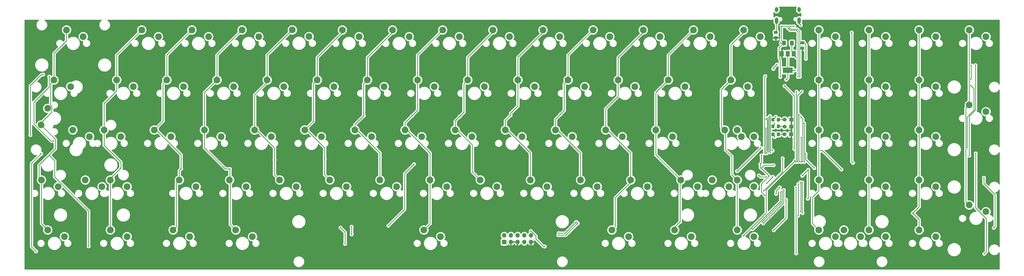
<source format=gbr>
%TF.GenerationSoftware,KiCad,Pcbnew,(5.1.6)-1*%
%TF.CreationDate,2020-09-01T10:18:49+02:00*%
%TF.ProjectId,C-60,432d3630-2e6b-4696-9361-645f70636258,rev?*%
%TF.SameCoordinates,Original*%
%TF.FileFunction,Copper,L2,Bot*%
%TF.FilePolarity,Positive*%
%FSLAX46Y46*%
G04 Gerber Fmt 4.6, Leading zero omitted, Abs format (unit mm)*
G04 Created by KiCad (PCBNEW (5.1.6)-1) date 2020-09-01 10:18:49*
%MOMM*%
%LPD*%
G01*
G04 APERTURE LIST*
%TA.AperFunction,ComponentPad*%
%ADD10C,2.540000*%
%TD*%
%TA.AperFunction,SMDPad,CuDef*%
%ADD11R,1.500000X2.000000*%
%TD*%
%TA.AperFunction,SMDPad,CuDef*%
%ADD12R,3.800000X2.000000*%
%TD*%
%TA.AperFunction,ComponentPad*%
%ADD13C,1.524000*%
%TD*%
%TA.AperFunction,ComponentPad*%
%ADD14O,1.700000X1.700000*%
%TD*%
%TA.AperFunction,ComponentPad*%
%ADD15R,1.700000X1.700000*%
%TD*%
%TA.AperFunction,SMDPad,CuDef*%
%ADD16O,1.300000X1.900000*%
%TD*%
%TA.AperFunction,SMDPad,CuDef*%
%ADD17O,1.300000X2.400000*%
%TD*%
%TA.AperFunction,ComponentPad*%
%ADD18O,1.000000X2.100000*%
%TD*%
%TA.AperFunction,ComponentPad*%
%ADD19O,1.000000X1.600000*%
%TD*%
%TA.AperFunction,ViaPad*%
%ADD20C,0.500000*%
%TD*%
%TA.AperFunction,Conductor*%
%ADD21C,0.250000*%
%TD*%
%TA.AperFunction,Conductor*%
%ADD22C,0.254000*%
%TD*%
G04 APERTURE END LIST*
D10*
%TO.P,SW90,1*%
%TO.N,Col17*%
X-401468750Y-16041250D03*
%TO.P,SW90,2*%
%TO.N,Net-(D90-Pad2)*%
X-395118750Y-18581250D03*
%TD*%
%TO.P,SW4,2*%
%TO.N,Net-(D2-Pad2)*%
X-421312500Y-18581250D03*
%TO.P,SW4,1*%
%TO.N,Col18*%
X-427662500Y-16041250D03*
%TD*%
%TO.P,SW3,1*%
%TO.N,Col17*%
X-410993750Y-16041250D03*
%TO.P,SW3,2*%
%TO.N,Net-(D90-Pad2)*%
X-404643750Y-18581250D03*
%TD*%
%TO.P,SW95,1*%
%TO.N,Col1*%
X-75237500Y-25566250D03*
%TO.P,SW95,2*%
%TO.N,Net-(D95-Pad2)*%
X-68887500Y-28106250D03*
%TD*%
%TO.P,SW59,1*%
%TO.N,Col1*%
X-75237500Y12533750D03*
%TO.P,SW59,2*%
%TO.N,Net-(D59-Pad2)*%
X-68887500Y9993750D03*
%TD*%
%TO.P,SW106,1*%
%TO.N,Col3*%
X-122862500Y-35091250D03*
%TO.P,SW106,2*%
%TO.N,Net-(D106-Pad2)*%
X-116512500Y-37631250D03*
%TD*%
%TO.P,SW103,1*%
%TO.N,Col18*%
X-425281250Y-35091250D03*
%TO.P,SW103,2*%
%TO.N,Net-(D103-Pad2)*%
X-418931250Y-37631250D03*
%TD*%
%TO.P,SW102,1*%
%TO.N,Col17*%
X-401468750Y-35091250D03*
%TO.P,SW102,2*%
%TO.N,Net-(D102-Pad2)*%
X-395118750Y-37631250D03*
%TD*%
%TO.P,SW101,1*%
%TO.N,Col16*%
X-377656250Y-35091250D03*
%TO.P,SW101,2*%
%TO.N,Net-(D101-Pad2)*%
X-371306250Y-37631250D03*
%TD*%
%TO.P,SW100,1*%
%TO.N,Col15*%
X-353843750Y-35091250D03*
%TO.P,SW100,2*%
%TO.N,Net-(D100-Pad2)*%
X-347493750Y-37631250D03*
%TD*%
D11*
%TO.P,U2,1*%
%TO.N,GND*%
X-146435000Y32035000D03*
%TO.P,U2,3*%
%TO.N,5V*%
X-141835000Y32035000D03*
%TO.P,U2,2*%
%TO.N,3.3V*%
X-144135000Y32035000D03*
D12*
X-144135000Y25735000D03*
%TD*%
D10*
%TO.P,SW114,2*%
%TO.N,Net-(D73-Pad2)*%
X-397500000Y468750D03*
%TO.P,SW114,1*%
%TO.N,Col17*%
X-403850000Y3008750D03*
%TD*%
%TO.P,SW113,2*%
%TO.N,Net-(D53-Pad2)*%
X-425281250Y11263750D03*
%TO.P,SW113,1*%
%TO.N,Col18*%
X-427821250Y4913750D03*
%TD*%
%TO.P,SW108,2*%
%TO.N,Net-(D108-Pad2)*%
X-68887500Y38568750D03*
%TO.P,SW108,1*%
%TO.N,Col1*%
X-75237500Y41108750D03*
%TD*%
%TO.P,SW107,2*%
%TO.N,Net-(D107-Pad2)*%
X-87937500Y-37631250D03*
%TO.P,SW107,1*%
%TO.N,Col2*%
X-94287500Y-35091250D03*
%TD*%
%TO.P,SW99,1*%
%TO.N,Col11*%
X-282406250Y-35091250D03*
%TO.P,SW99,2*%
%TO.N,Net-(D99-Pad2)*%
X-276056250Y-37631250D03*
%TD*%
%TO.P,SW98,1*%
%TO.N,Col7*%
X-210968750Y-35091250D03*
%TO.P,SW98,2*%
%TO.N,Net-(D98-Pad2)*%
X-204618750Y-37631250D03*
%TD*%
%TO.P,SW97,1*%
%TO.N,Col6*%
X-187156250Y-35091250D03*
%TO.P,SW97,2*%
%TO.N,Net-(D97-Pad2)*%
X-180806250Y-37631250D03*
%TD*%
%TO.P,SW96,1*%
%TO.N,Col5*%
X-163343750Y-35091250D03*
%TO.P,SW96,2*%
%TO.N,Net-(D96-Pad2)*%
X-156993750Y-37631250D03*
%TD*%
%TO.P,SW94,2*%
%TO.N,Net-(D94-Pad2)*%
X-87937500Y-18581250D03*
%TO.P,SW94,1*%
%TO.N,Col2*%
X-94287500Y-16041250D03*
%TD*%
%TO.P,SW93,2*%
%TO.N,Net-(D93-Pad2)*%
X-106987500Y-18581250D03*
%TO.P,SW93,1*%
%TO.N,Col3*%
X-113337500Y-16041250D03*
%TD*%
%TO.P,SW92,2*%
%TO.N,Net-(D92-Pad2)*%
X-126037500Y-18581250D03*
%TO.P,SW92,1*%
%TO.N,Col4*%
X-132387500Y-16041250D03*
%TD*%
%TO.P,SW89,2*%
%TO.N,Net-(D89-Pad2)*%
X-368925000Y-18581250D03*
%TO.P,SW89,1*%
%TO.N,Col16*%
X-375275000Y-16041250D03*
%TD*%
%TO.P,SW88,2*%
%TO.N,Net-(D88-Pad2)*%
X-349875000Y-18581250D03*
%TO.P,SW88,1*%
%TO.N,Col15*%
X-356225000Y-16041250D03*
%TD*%
%TO.P,SW87,2*%
%TO.N,Net-(D87-Pad2)*%
X-330825000Y-18581250D03*
%TO.P,SW87,1*%
%TO.N,Col14*%
X-337175000Y-16041250D03*
%TD*%
%TO.P,SW86,2*%
%TO.N,Net-(D86-Pad2)*%
X-311775000Y-18581250D03*
%TO.P,SW86,1*%
%TO.N,Col13*%
X-318125000Y-16041250D03*
%TD*%
%TO.P,SW85,2*%
%TO.N,Net-(D85-Pad2)*%
X-292725000Y-18581250D03*
%TO.P,SW85,1*%
%TO.N,Col12*%
X-299075000Y-16041250D03*
%TD*%
%TO.P,SW84,2*%
%TO.N,Net-(D84-Pad2)*%
X-273675000Y-18581250D03*
%TO.P,SW84,1*%
%TO.N,Col11*%
X-280025000Y-16041250D03*
%TD*%
%TO.P,SW83,2*%
%TO.N,Net-(D83-Pad2)*%
X-254625000Y-18581250D03*
%TO.P,SW83,1*%
%TO.N,Col10*%
X-260975000Y-16041250D03*
%TD*%
%TO.P,SW82,2*%
%TO.N,Net-(D82-Pad2)*%
X-235575000Y-18581250D03*
%TO.P,SW82,1*%
%TO.N,Col9*%
X-241925000Y-16041250D03*
%TD*%
%TO.P,SW81,2*%
%TO.N,Net-(D81-Pad2)*%
X-216525000Y-18581250D03*
%TO.P,SW81,1*%
%TO.N,Col8*%
X-222875000Y-16041250D03*
%TD*%
%TO.P,SW80,2*%
%TO.N,Net-(D80-Pad2)*%
X-197475000Y-18581250D03*
%TO.P,SW80,1*%
%TO.N,Col7*%
X-203825000Y-16041250D03*
%TD*%
%TO.P,SW79,1*%
%TO.N,Col5*%
X-163343750Y-16041250D03*
%TO.P,SW79,2*%
%TO.N,Net-(D79-Pad2)*%
X-156993750Y-18581250D03*
%TD*%
%TO.P,SW78,2*%
%TO.N,Net-(D34-Pad2)*%
X-178425000Y-18581250D03*
%TO.P,SW78,1*%
%TO.N,Col6*%
X-184775000Y-16041250D03*
%TD*%
%TO.P,SW77,2*%
%TO.N,Net-(D77-Pad2)*%
X-87937500Y468750D03*
%TO.P,SW77,1*%
%TO.N,Col2*%
X-94287500Y3008750D03*
%TD*%
%TO.P,SW76,2*%
%TO.N,Net-(D76-Pad2)*%
X-106987500Y468750D03*
%TO.P,SW76,1*%
%TO.N,Col3*%
X-113337500Y3008750D03*
%TD*%
%TO.P,SW75,2*%
%TO.N,Net-(D75-Pad2)*%
X-126037500Y468750D03*
%TO.P,SW75,1*%
%TO.N,Col4*%
X-132387500Y3008750D03*
%TD*%
%TO.P,SW73,1*%
%TO.N,Col17*%
X-415756250Y3008750D03*
%TO.P,SW73,2*%
%TO.N,Net-(D73-Pad2)*%
X-409406250Y468750D03*
%TD*%
%TO.P,SW72,2*%
%TO.N,Net-(D72-Pad2)*%
X-378450000Y468750D03*
%TO.P,SW72,1*%
%TO.N,Col16*%
X-384800000Y3008750D03*
%TD*%
%TO.P,SW71,2*%
%TO.N,Net-(D71-Pad2)*%
X-359400000Y468750D03*
%TO.P,SW71,1*%
%TO.N,Col15*%
X-365750000Y3008750D03*
%TD*%
%TO.P,SW70,2*%
%TO.N,Net-(D70-Pad2)*%
X-340350000Y468750D03*
%TO.P,SW70,1*%
%TO.N,Col14*%
X-346700000Y3008750D03*
%TD*%
%TO.P,SW69,2*%
%TO.N,Net-(D69-Pad2)*%
X-321300000Y468750D03*
%TO.P,SW69,1*%
%TO.N,Col13*%
X-327650000Y3008750D03*
%TD*%
%TO.P,SW68,2*%
%TO.N,Net-(D68-Pad2)*%
X-302250000Y468750D03*
%TO.P,SW68,1*%
%TO.N,Col12*%
X-308600000Y3008750D03*
%TD*%
%TO.P,SW67,2*%
%TO.N,Net-(D67-Pad2)*%
X-283200000Y468750D03*
%TO.P,SW67,1*%
%TO.N,Col11*%
X-289550000Y3008750D03*
%TD*%
%TO.P,SW66,2*%
%TO.N,Net-(D66-Pad2)*%
X-264150000Y468750D03*
%TO.P,SW66,1*%
%TO.N,Col10*%
X-270500000Y3008750D03*
%TD*%
%TO.P,SW65,2*%
%TO.N,Net-(D65-Pad2)*%
X-245100000Y468750D03*
%TO.P,SW65,1*%
%TO.N,Col9*%
X-251450000Y3008750D03*
%TD*%
%TO.P,SW64,2*%
%TO.N,Net-(D64-Pad2)*%
X-226050000Y468750D03*
%TO.P,SW64,1*%
%TO.N,Col8*%
X-232400000Y3008750D03*
%TD*%
%TO.P,SW63,2*%
%TO.N,Net-(D63-Pad2)*%
X-207008750Y471250D03*
%TO.P,SW63,1*%
%TO.N,Col7*%
X-213358750Y3011250D03*
%TD*%
%TO.P,SW62,2*%
%TO.N,Net-(D62-Pad2)*%
X-187950000Y468750D03*
%TO.P,SW62,1*%
%TO.N,Col6*%
X-194300000Y3008750D03*
%TD*%
%TO.P,SW61,1*%
%TO.N,Col5*%
X-163343750Y3008750D03*
%TO.P,SW61,2*%
%TO.N,Net-(D61-Pad2)*%
X-156993750Y468750D03*
%TD*%
%TO.P,SW60,1*%
%TO.N,Col5*%
X-168106250Y3008750D03*
%TO.P,SW60,2*%
%TO.N,Net-(D61-Pad2)*%
X-161756250Y468750D03*
%TD*%
%TO.P,SW58,1*%
%TO.N,Col5*%
X-172868750Y-16041250D03*
%TO.P,SW58,2*%
%TO.N,Net-(D79-Pad2)*%
X-166518750Y-18581250D03*
%TD*%
%TO.P,SW57,2*%
%TO.N,Net-(D57-Pad2)*%
X-87937500Y19518750D03*
%TO.P,SW57,1*%
%TO.N,Col2*%
X-94287500Y22058750D03*
%TD*%
%TO.P,SW56,2*%
%TO.N,Net-(D56-Pad2)*%
X-106987500Y19518750D03*
%TO.P,SW56,1*%
%TO.N,Col3*%
X-113337500Y22058750D03*
%TD*%
%TO.P,SW55,2*%
%TO.N,Net-(D55-Pad2)*%
X-126037500Y19518750D03*
%TO.P,SW55,1*%
%TO.N,Col4*%
X-132387500Y22058750D03*
%TD*%
%TO.P,SW53,1*%
%TO.N,Col18*%
X-422900000Y22058750D03*
%TO.P,SW53,2*%
%TO.N,Net-(D53-Pad2)*%
X-416550000Y19518750D03*
%TD*%
%TO.P,SW52,2*%
%TO.N,Net-(D52-Pad2)*%
X-392737500Y19518750D03*
%TO.P,SW52,1*%
%TO.N,Col17*%
X-399087500Y22058750D03*
%TD*%
%TO.P,SW51,2*%
%TO.N,Net-(D51-Pad2)*%
X-373687500Y19518750D03*
%TO.P,SW51,1*%
%TO.N,Col16*%
X-380037500Y22058750D03*
%TD*%
%TO.P,SW50,2*%
%TO.N,Net-(D50-Pad2)*%
X-354637500Y19518750D03*
%TO.P,SW50,1*%
%TO.N,Col15*%
X-360987500Y22058750D03*
%TD*%
%TO.P,SW49,2*%
%TO.N,Net-(D49-Pad2)*%
X-335587500Y19518750D03*
%TO.P,SW49,1*%
%TO.N,Col14*%
X-341937500Y22058750D03*
%TD*%
%TO.P,SW48,2*%
%TO.N,Net-(D48-Pad2)*%
X-316537500Y19518750D03*
%TO.P,SW48,1*%
%TO.N,Col13*%
X-322887500Y22058750D03*
%TD*%
%TO.P,SW47,2*%
%TO.N,Net-(D47-Pad2)*%
X-297487500Y19518750D03*
%TO.P,SW47,1*%
%TO.N,Col12*%
X-303837500Y22058750D03*
%TD*%
%TO.P,SW46,2*%
%TO.N,Net-(D46-Pad2)*%
X-278437500Y19518750D03*
%TO.P,SW46,1*%
%TO.N,Col11*%
X-284787500Y22058750D03*
%TD*%
%TO.P,SW45,2*%
%TO.N,Net-(D45-Pad2)*%
X-259387500Y19518750D03*
%TO.P,SW45,1*%
%TO.N,Col10*%
X-265737500Y22058750D03*
%TD*%
%TO.P,SW44,2*%
%TO.N,Net-(D44-Pad2)*%
X-240337500Y19518750D03*
%TO.P,SW44,1*%
%TO.N,Col9*%
X-246687500Y22058750D03*
%TD*%
%TO.P,SW43,2*%
%TO.N,Net-(D43-Pad2)*%
X-221287500Y19518750D03*
%TO.P,SW43,1*%
%TO.N,Col8*%
X-227637500Y22058750D03*
%TD*%
%TO.P,SW42,2*%
%TO.N,Net-(D42-Pad2)*%
X-202237500Y19518750D03*
%TO.P,SW42,1*%
%TO.N,Col7*%
X-208587500Y22058750D03*
%TD*%
%TO.P,SW41,2*%
%TO.N,Net-(D41-Pad2)*%
X-183187500Y19518750D03*
%TO.P,SW41,1*%
%TO.N,Col6*%
X-189537500Y22058750D03*
%TD*%
%TO.P,SW40,1*%
%TO.N,Col5*%
X-165725000Y22058750D03*
%TO.P,SW40,2*%
%TO.N,Net-(D40-Pad2)*%
X-159375000Y19518750D03*
%TD*%
%TO.P,SW39,2*%
%TO.N,Net-(D39-Pad2)*%
X-87937500Y38568750D03*
%TO.P,SW39,1*%
%TO.N,Col2*%
X-94287500Y41108750D03*
%TD*%
%TO.P,SW38,2*%
%TO.N,Net-(D38-Pad2)*%
X-106987500Y38568750D03*
%TO.P,SW38,1*%
%TO.N,Col3*%
X-113337500Y41108750D03*
%TD*%
%TO.P,SW37,2*%
%TO.N,Net-(D37-Pad2)*%
X-126037500Y38568750D03*
%TO.P,SW37,1*%
%TO.N,Col4*%
X-132387500Y41108750D03*
%TD*%
%TO.P,SW33,1*%
%TO.N,Col18*%
X-418137500Y41108750D03*
%TO.P,SW33,2*%
%TO.N,Net-(D33-Pad2)*%
X-411787500Y38568750D03*
%TD*%
%TO.P,SW32,2*%
%TO.N,Net-(D32-Pad2)*%
X-383212500Y38568750D03*
%TO.P,SW32,1*%
%TO.N,Col17*%
X-389562500Y41108750D03*
%TD*%
%TO.P,SW31,2*%
%TO.N,Net-(D31-Pad2)*%
X-364162500Y38568750D03*
%TO.P,SW31,1*%
%TO.N,Col16*%
X-370512500Y41108750D03*
%TD*%
%TO.P,SW30,2*%
%TO.N,Net-(D30-Pad2)*%
X-345112500Y38568750D03*
%TO.P,SW30,1*%
%TO.N,Col15*%
X-351462500Y41108750D03*
%TD*%
%TO.P,SW29,2*%
%TO.N,Net-(D29-Pad2)*%
X-326018750Y38601250D03*
%TO.P,SW29,1*%
%TO.N,Col14*%
X-332368750Y41141250D03*
%TD*%
%TO.P,SW28,2*%
%TO.N,Net-(D28-Pad2)*%
X-307012500Y38568750D03*
%TO.P,SW28,1*%
%TO.N,Col13*%
X-313362500Y41108750D03*
%TD*%
%TO.P,SW27,2*%
%TO.N,Net-(D27-Pad2)*%
X-287962500Y38568750D03*
%TO.P,SW27,1*%
%TO.N,Col12*%
X-294312500Y41108750D03*
%TD*%
%TO.P,SW26,2*%
%TO.N,Net-(D26-Pad2)*%
X-268912500Y38568750D03*
%TO.P,SW26,1*%
%TO.N,Col11*%
X-275262500Y41108750D03*
%TD*%
%TO.P,SW25,2*%
%TO.N,Net-(D25-Pad2)*%
X-249862500Y38568750D03*
%TO.P,SW25,1*%
%TO.N,Col10*%
X-256212500Y41108750D03*
%TD*%
%TO.P,SW24,2*%
%TO.N,Net-(D24-Pad2)*%
X-230812500Y38568750D03*
%TO.P,SW24,1*%
%TO.N,Col9*%
X-237162500Y41108750D03*
%TD*%
%TO.P,SW23,2*%
%TO.N,Net-(D23-Pad2)*%
X-211762500Y38568750D03*
%TO.P,SW23,1*%
%TO.N,Col8*%
X-218112500Y41108750D03*
%TD*%
%TO.P,SW22,2*%
%TO.N,Net-(D22-Pad2)*%
X-192712500Y38568750D03*
%TO.P,SW22,1*%
%TO.N,Col7*%
X-199062500Y41108750D03*
%TD*%
%TO.P,SW21,2*%
%TO.N,Net-(D21-Pad2)*%
X-173662500Y38568750D03*
%TO.P,SW21,1*%
%TO.N,Col6*%
X-180012500Y41108750D03*
%TD*%
%TO.P,SW20,2*%
%TO.N,Net-(D20-Pad2)*%
X-154612500Y38568750D03*
%TO.P,SW20,1*%
%TO.N,Col5*%
X-160962500Y41108750D03*
%TD*%
%TO.P,SW2,2*%
%TO.N,Net-(D1-Pad2)*%
X-126037500Y-37631250D03*
%TO.P,SW2,1*%
%TO.N,Col4*%
X-132387500Y-35091250D03*
%TD*%
%TO.P,SW1,2*%
%TO.N,Net-(D106-Pad2)*%
X-106987500Y-37631250D03*
%TO.P,SW1,1*%
%TO.N,Col3*%
X-113337500Y-35091250D03*
%TD*%
%TO.P,RSH1,2*%
%TO.N,GND*%
%TA.AperFunction,SMDPad,CuDef*%
G36*
G01*
X-149158751Y38712501D02*
X-148258749Y38712501D01*
G75*
G02*
X-148008750Y38462502I0J-249999D01*
G01*
X-148008750Y37812500D01*
G75*
G02*
X-148258749Y37562501I-249999J0D01*
G01*
X-149158751Y37562501D01*
G75*
G02*
X-149408750Y37812500I0J249999D01*
G01*
X-149408750Y38462502D01*
G75*
G02*
X-149158751Y38712501I249999J0D01*
G01*
G37*
%TD.AperFunction*%
%TO.P,RSH1,1*%
%TO.N,Net-(CSH1-Pad2)*%
%TA.AperFunction,SMDPad,CuDef*%
G36*
G01*
X-149158751Y40762501D02*
X-148258749Y40762501D01*
G75*
G02*
X-148008750Y40512502I0J-249999D01*
G01*
X-148008750Y39862500D01*
G75*
G02*
X-148258749Y39612501I-249999J0D01*
G01*
X-149158751Y39612501D01*
G75*
G02*
X-149408750Y39862500I0J249999D01*
G01*
X-149408750Y40512502D01*
G75*
G02*
X-149158751Y40762501I249999J0D01*
G01*
G37*
%TD.AperFunction*%
%TD*%
%TO.P,RI3,2*%
%TO.N,Net-(LEDCAPS1-PadA)*%
%TA.AperFunction,SMDPad,CuDef*%
G36*
G01*
X-148289750Y883499D02*
X-148289750Y1783501D01*
G75*
G02*
X-148039751Y2033500I249999J0D01*
G01*
X-147389749Y2033500D01*
G75*
G02*
X-147139750Y1783501I0J-249999D01*
G01*
X-147139750Y883499D01*
G75*
G02*
X-147389749Y633500I-249999J0D01*
G01*
X-148039751Y633500D01*
G75*
G02*
X-148289750Y883499I0J249999D01*
G01*
G37*
%TD.AperFunction*%
%TO.P,RI3,1*%
%TO.N,INDICATOR3*%
%TA.AperFunction,SMDPad,CuDef*%
G36*
G01*
X-150339750Y883499D02*
X-150339750Y1783501D01*
G75*
G02*
X-150089751Y2033500I249999J0D01*
G01*
X-149439749Y2033500D01*
G75*
G02*
X-149189750Y1783501I0J-249999D01*
G01*
X-149189750Y883499D01*
G75*
G02*
X-149439749Y633500I-249999J0D01*
G01*
X-150089751Y633500D01*
G75*
G02*
X-150339750Y883499I0J249999D01*
G01*
G37*
%TD.AperFunction*%
%TD*%
%TO.P,RI2,2*%
%TO.N,Net-(LEDNUM1-PadA)*%
%TA.AperFunction,SMDPad,CuDef*%
G36*
G01*
X-148307750Y6471499D02*
X-148307750Y7371501D01*
G75*
G02*
X-148057751Y7621500I249999J0D01*
G01*
X-147407749Y7621500D01*
G75*
G02*
X-147157750Y7371501I0J-249999D01*
G01*
X-147157750Y6471499D01*
G75*
G02*
X-147407749Y6221500I-249999J0D01*
G01*
X-148057751Y6221500D01*
G75*
G02*
X-148307750Y6471499I0J249999D01*
G01*
G37*
%TD.AperFunction*%
%TO.P,RI2,1*%
%TO.N,INDICATOR2*%
%TA.AperFunction,SMDPad,CuDef*%
G36*
G01*
X-150357750Y6471499D02*
X-150357750Y7371501D01*
G75*
G02*
X-150107751Y7621500I249999J0D01*
G01*
X-149457749Y7621500D01*
G75*
G02*
X-149207750Y7371501I0J-249999D01*
G01*
X-149207750Y6471499D01*
G75*
G02*
X-149457749Y6221500I-249999J0D01*
G01*
X-150107751Y6221500D01*
G75*
G02*
X-150357750Y6471499I0J249999D01*
G01*
G37*
%TD.AperFunction*%
%TD*%
%TO.P,RI1,2*%
%TO.N,Net-(LEDSCRL1-PadA)*%
%TA.AperFunction,SMDPad,CuDef*%
G36*
G01*
X-148307750Y3931499D02*
X-148307750Y4831501D01*
G75*
G02*
X-148057751Y5081500I249999J0D01*
G01*
X-147407749Y5081500D01*
G75*
G02*
X-147157750Y4831501I0J-249999D01*
G01*
X-147157750Y3931499D01*
G75*
G02*
X-147407749Y3681500I-249999J0D01*
G01*
X-148057751Y3681500D01*
G75*
G02*
X-148307750Y3931499I0J249999D01*
G01*
G37*
%TD.AperFunction*%
%TO.P,RI1,1*%
%TO.N,INDICATOR1*%
%TA.AperFunction,SMDPad,CuDef*%
G36*
G01*
X-150357750Y3931499D02*
X-150357750Y4831501D01*
G75*
G02*
X-150107751Y5081500I249999J0D01*
G01*
X-149457749Y5081500D01*
G75*
G02*
X-149207750Y4831501I0J-249999D01*
G01*
X-149207750Y3931499D01*
G75*
G02*
X-149457749Y3681500I-249999J0D01*
G01*
X-150107751Y3681500D01*
G75*
G02*
X-150357750Y3931499I0J249999D01*
G01*
G37*
%TD.AperFunction*%
%TD*%
%TO.P,RF1,2*%
%TO.N,GND*%
%TA.AperFunction,SMDPad,CuDef*%
G36*
G01*
X-139048751Y34727500D02*
X-138148749Y34727500D01*
G75*
G02*
X-137898750Y34477501I0J-249999D01*
G01*
X-137898750Y33827499D01*
G75*
G02*
X-138148749Y33577500I-249999J0D01*
G01*
X-139048751Y33577500D01*
G75*
G02*
X-139298750Y33827499I0J249999D01*
G01*
X-139298750Y34477501D01*
G75*
G02*
X-139048751Y34727500I249999J0D01*
G01*
G37*
%TD.AperFunction*%
%TO.P,RF1,1*%
%TO.N,5V*%
%TA.AperFunction,SMDPad,CuDef*%
G36*
G01*
X-139048751Y36777500D02*
X-138148749Y36777500D01*
G75*
G02*
X-137898750Y36527501I0J-249999D01*
G01*
X-137898750Y35877499D01*
G75*
G02*
X-138148749Y35627500I-249999J0D01*
G01*
X-139048751Y35627500D01*
G75*
G02*
X-139298750Y35877499I0J249999D01*
G01*
X-139298750Y36527501D01*
G75*
G02*
X-139048751Y36777500I249999J0D01*
G01*
G37*
%TD.AperFunction*%
%TD*%
%TO.P,LEDSCRL1,K*%
%TO.N,GND*%
%TA.AperFunction,ComponentPad*%
G36*
G01*
X-143590750Y3677900D02*
X-143590750Y4897100D01*
G75*
G02*
X-143438350Y5049500I152400J0D01*
G01*
X-142219150Y5049500D01*
G75*
G02*
X-142066750Y4897100I0J-152400D01*
G01*
X-142066750Y3677900D01*
G75*
G02*
X-142219150Y3525500I-152400J0D01*
G01*
X-143438350Y3525500D01*
G75*
G02*
X-143590750Y3677900I0J152400D01*
G01*
G37*
%TD.AperFunction*%
D13*
%TO.P,LEDSCRL1,A*%
%TO.N,Net-(LEDSCRL1-PadA)*%
X-145368750Y4287500D03*
%TD*%
%TO.P,LEDNUM1,K*%
%TO.N,GND*%
%TA.AperFunction,ComponentPad*%
G36*
G01*
X-143530751Y6347900D02*
X-143530751Y7567100D01*
G75*
G02*
X-143378351Y7719500I152400J0D01*
G01*
X-142159151Y7719500D01*
G75*
G02*
X-142006751Y7567100I0J-152400D01*
G01*
X-142006751Y6347900D01*
G75*
G02*
X-142159151Y6195500I-152400J0D01*
G01*
X-143378351Y6195500D01*
G75*
G02*
X-143530751Y6347900I0J152400D01*
G01*
G37*
%TD.AperFunction*%
%TO.P,LEDNUM1,A*%
%TO.N,Net-(LEDNUM1-PadA)*%
X-145308751Y6957500D03*
%TD*%
%TO.P,LEDCAPS1,K*%
%TO.N,GND*%
%TA.AperFunction,ComponentPad*%
G36*
G01*
X-143620750Y747900D02*
X-143620750Y1967100D01*
G75*
G02*
X-143468350Y2119500I152400J0D01*
G01*
X-142249150Y2119500D01*
G75*
G02*
X-142096750Y1967100I0J-152400D01*
G01*
X-142096750Y747900D01*
G75*
G02*
X-142249150Y595500I-152400J0D01*
G01*
X-143468350Y595500D01*
G75*
G02*
X-143620750Y747900I0J152400D01*
G01*
G37*
%TD.AperFunction*%
%TO.P,LEDCAPS1,A*%
%TO.N,Net-(LEDCAPS1-PadA)*%
X-145398750Y1357500D03*
%TD*%
D14*
%TO.P,J5,10*%
%TO.N,NRST*%
X-241712750Y-37147500D03*
%TO.P,J5,9*%
%TO.N,GND*%
X-241712750Y-39687500D03*
%TO.P,J5,8*%
%TO.N,Net-(J5-Pad8)*%
X-244252750Y-37147500D03*
%TO.P,J5,7*%
%TO.N,Net-(J5-Pad7)*%
X-244252750Y-39687500D03*
%TO.P,J5,6*%
%TO.N,Net-(J5-Pad6)*%
X-246792750Y-37147500D03*
%TO.P,J5,5*%
%TO.N,GND*%
X-246792750Y-39687500D03*
%TO.P,J5,4*%
%TO.N,SWCLK*%
X-249332750Y-37147500D03*
%TO.P,J5,3*%
%TO.N,GND*%
X-249332750Y-39687500D03*
%TO.P,J5,2*%
%TO.N,SWDIO*%
X-251872750Y-37147500D03*
D15*
%TO.P,J5,1*%
%TO.N,3.3V*%
X-251872750Y-39687500D03*
%TD*%
D16*
%TO.P,J1,S*%
%TO.N,Net-(CSH1-Pad2)*%
X-139835000Y48872500D03*
X-148435000Y48872500D03*
D17*
X-139835000Y44672500D03*
X-148435000Y44672500D03*
D18*
X-148435000Y44672500D03*
D19*
X-148435000Y48872500D03*
X-139835000Y48872500D03*
D18*
X-139835000Y44672500D03*
%TD*%
%TO.P,F1,2*%
%TO.N,VBUS*%
%TA.AperFunction,SMDPad,CuDef*%
G36*
G01*
X-144866250Y36752500D02*
X-144866250Y35502500D01*
G75*
G02*
X-145116250Y35252500I-250000J0D01*
G01*
X-146041250Y35252500D01*
G75*
G02*
X-146291250Y35502500I0J250000D01*
G01*
X-146291250Y36752500D01*
G75*
G02*
X-146041250Y37002500I250000J0D01*
G01*
X-145116250Y37002500D01*
G75*
G02*
X-144866250Y36752500I0J-250000D01*
G01*
G37*
%TD.AperFunction*%
%TO.P,F1,1*%
%TO.N,5V*%
%TA.AperFunction,SMDPad,CuDef*%
G36*
G01*
X-141891250Y36752500D02*
X-141891250Y35502500D01*
G75*
G02*
X-142141250Y35252500I-250000J0D01*
G01*
X-143066250Y35252500D01*
G75*
G02*
X-143316250Y35502500I0J250000D01*
G01*
X-143316250Y36752500D01*
G75*
G02*
X-143066250Y37002500I250000J0D01*
G01*
X-142141250Y37002500D01*
G75*
G02*
X-141891250Y36752500I0J-250000D01*
G01*
G37*
%TD.AperFunction*%
%TD*%
D20*
%TO.N,GND*%
X-336739230Y44320460D03*
X-143871950Y-8343900D03*
X-117308630Y-30543500D03*
X-185847990Y-28663900D03*
X-178573430Y-28811220D03*
X-150760430Y-9446260D03*
X-144435830Y-5839460D03*
X-149525990Y-18742660D03*
X-170318430Y-9405620D03*
X-151806910Y-12499340D03*
X-129338070Y-11661140D03*
X-142688310Y29217620D03*
X-150094950Y34292540D03*
X-138446510Y32453580D03*
X-305705510Y-40810180D03*
X-264770870Y-37960300D03*
X-258044950Y-35674300D03*
X-267595350Y-40520620D03*
X-161296350Y-31188660D03*
X-168977310Y-39326820D03*
X-199345550Y-43411140D03*
X-178217830Y-42959020D03*
X-212152230Y-43568620D03*
X-273208750Y-43771820D03*
X-289916870Y-39977060D03*
X-316825630Y28516580D03*
X-260899910Y28999180D03*
X-395550390Y29344620D03*
X-309850790Y-43812460D03*
X-148225510Y29888180D03*
X-146340830Y29862780D03*
X-134626350Y32189420D03*
X-133341110Y27759660D03*
X-140239750Y42227500D03*
X-137318750Y37909500D03*
X-147224750Y38163500D03*
X-147351750Y42354500D03*
X-427132750Y444500D03*
X-424338750Y-3238500D03*
X-427894750Y-8191500D03*
X-428402750Y9461500D03*
%TO.N,3.3V*%
X-149840950Y-14851380D03*
X-147234910Y-18864580D03*
X-148581110Y-21297900D03*
X-138685270Y-14414500D03*
X-136404350Y-12148820D03*
X-141443710Y25753060D03*
X-144760950Y22186900D03*
X-145411190Y19804380D03*
X-134098030Y-11498580D03*
X-136566910Y-23157180D03*
X-154158950Y-18016220D03*
X-154179270Y-6672580D03*
X-141667230Y-4251708D03*
X-152211220Y-17460172D03*
X-152860560Y-21958300D03*
X-149495510Y-35201860D03*
X-144872710Y-23583900D03*
X-154595891Y-9956286D03*
X-312345070Y-40352980D03*
X-314062110Y-34226500D03*
X-137418260Y-6098540D03*
%TO.N,5V*%
X-141006830Y30629860D03*
X-137293350Y30126940D03*
X-74453750Y27566620D03*
X-74667110Y22349460D03*
X-74621390Y19926300D03*
X-76002489Y-3692116D03*
X-149642830Y26261060D03*
X-148322030Y27947620D03*
X-427020990Y24147780D03*
X-431867310Y1089660D03*
X-427772830Y-6032500D03*
X-429733710Y-43213020D03*
X-65939670Y-34241740D03*
X-69678550Y-15186660D03*
%TO.N,BOOT0*%
X-149576790Y-10411460D03*
X-153955750Y-11310620D03*
X-286162750Y-10035540D03*
X-295875710Y-33454340D03*
%TO.N,NRST*%
X-231313990Y-37056060D03*
X-223973390Y-32536950D03*
%TO.N,Net-(CSH1-Pad2)*%
X-139249150Y42979340D03*
%TO.N,VBUS*%
X-146604990Y42506900D03*
X-141748510Y42491660D03*
X-147041870Y23202900D03*
X-146848830Y36146740D03*
%TO.N,Row1*%
X-119396510Y-9502140D03*
X-119894350Y40129460D03*
%TO.N,Row4*%
X-123821190Y-12042140D03*
X-131563110Y-4813300D03*
X-154377390Y-3792220D03*
X-163423870Y-12637500D03*
%TO.N,Row2*%
X-152741630Y23533100D03*
X-152702745Y-5886688D03*
%TO.N,Row3*%
X-152484640Y3634740D03*
X-152080155Y-5790266D03*
%TO.N,Net-(DRST1-Pad2)*%
X-309850790Y-33870900D03*
X-309840630Y-36761420D03*
%TO.N,DBus-*%
X-143399510Y41907460D03*
X-139625070Y23299420D03*
%TO.N,DBus+*%
X-140295630Y23238460D03*
X-144110710Y41851580D03*
%TO.N,SWCLK*%
X-146122390Y-7774940D03*
X-153341070Y-20185380D03*
X-224476310Y-32031940D03*
X-231166670Y-36283900D03*
%TO.N,SWDIO*%
X-161006790Y-37310060D03*
X-236505750Y-41368980D03*
X-241809270Y-35476180D03*
X-141490238Y-8711039D03*
%TO.N,INDICATOR1*%
X-137923270Y-9171940D03*
X-137963910Y5509260D03*
X-149231350Y5483860D03*
%TO.N,INDICATOR2*%
X-138512550Y-8938260D03*
X-139279630Y8054340D03*
X-148738590Y8064500D03*
%TO.N,INDICATOR3*%
X-139096750Y99060D03*
X-149124670Y297180D03*
X-139078552Y-9214947D03*
%TO.N,Col3*%
X-113337500Y-10859930D03*
%TO.N,Col4*%
X-132387500Y-10059510D03*
%TO.N,Col5*%
X-146884390Y-20667980D03*
X-157613350Y-34775140D03*
%TO.N,Col6*%
X-146269710Y-20347940D03*
X-153828750Y-31965900D03*
X-185065670Y-31996380D03*
%TO.N,Col7*%
X-145695670Y-19885660D03*
X-153503630Y-32529780D03*
X-209673190Y-32916961D03*
%TO.N,Col8*%
X-139889230Y8801100D03*
X-230531670Y8958580D03*
X-139682382Y-9035213D03*
%TO.N,Col9*%
X-149952710Y-4848860D03*
X-249480070Y8628380D03*
X-150928070Y8296090D03*
%TO.N,Col10*%
X-150750270Y-4767580D03*
X-268814550Y8110220D03*
X-151338549Y7818155D03*
%TO.N,Col11*%
X-150795990Y-5473700D03*
X-286818070Y8501380D03*
X-151825113Y7417942D03*
%TO.N,Col12*%
X-305248310Y8415020D03*
X-151592506Y-5391376D03*
X-152397306Y7148999D03*
%TO.N,Col13*%
X-320092070Y-8030472D03*
%TO.N,Col14*%
X-339136990Y-8399780D03*
%TO.N,Col15*%
X-155124150Y-14287500D03*
X-356099110Y-11844020D03*
X-152272454Y-14851651D03*
%TO.N,Col16*%
X-374585230Y-11747500D03*
%TO.N,Col17*%
X-397496030Y-11534140D03*
%TO.N,Col2*%
X-138670030Y-17045940D03*
X-138588750Y-28643580D03*
X-96668590Y-28714700D03*
%TO.N,Col1*%
X-139193270Y-28054300D03*
X-139410666Y-16958536D03*
%TO.N,D+*%
X-140834110Y17630140D03*
X-141109988Y-9213358D03*
%TO.N,D-*%
X-138924030Y17619980D03*
X-140455590Y-9096376D03*
%TO.N,Row5*%
X-140173710Y-17589500D03*
X-140293239Y-29667349D03*
%TO.N,LED_RGB*%
X-141011910Y-18859500D03*
X-140986510Y-43984511D03*
%TO.N,Net-(D4-Pad2)*%
X-69521070Y-44162980D03*
X-72787510Y-5951220D03*
%TO.N,Net-(D5-Pad2)*%
X-75210670Y-6753860D03*
X-72904350Y27703780D03*
%TO.N,Net-(D13-Pad2)*%
X-424694350Y23385780D03*
X-423048430Y-1221740D03*
%TO.N,Net-(D14-Pad2)*%
X-409723590Y-41292780D03*
X-424402016Y-6959834D03*
%TD*%
D21*
%TO.N,GND*%
X-148708750Y35678740D02*
X-148708750Y38137501D01*
X-150094950Y34292540D02*
X-148708750Y35678740D01*
X-138598750Y32605820D02*
X-138446510Y32453580D01*
X-138598750Y34152500D02*
X-138598750Y32605820D01*
X-150094950Y34292540D02*
X-150094950Y31757620D01*
X-150094950Y31757620D02*
X-148225510Y29888180D01*
X-146340830Y31940830D02*
X-146435000Y32035000D01*
X-146340830Y29862780D02*
X-146340830Y31940830D01*
X-134626350Y32189420D02*
X-133341110Y30904180D01*
X-133341110Y30904180D02*
X-133341110Y27759660D01*
X-140239750Y42227500D02*
X-137318750Y39306500D01*
X-137318750Y39306500D02*
X-137318750Y37909500D01*
X-148682751Y38163500D02*
X-148708750Y38137501D01*
X-147224750Y38163500D02*
X-148682751Y38163500D01*
X-147224750Y38163500D02*
X-147224750Y42227500D01*
X-147224750Y42227500D02*
X-147351750Y42354500D01*
%TO.N,3.3V*%
X-147234910Y-18864580D02*
X-148581110Y-20210780D01*
X-148581110Y-20210780D02*
X-148581110Y-21297900D01*
X-138685270Y-14414500D02*
X-136419590Y-12148820D01*
X-136419590Y-12148820D02*
X-136404350Y-12148820D01*
X-144135000Y32035000D02*
X-144135000Y25735000D01*
X-144116940Y25753060D02*
X-144135000Y25735000D01*
X-141443710Y25753060D02*
X-144116940Y25753060D01*
X-144135000Y22812850D02*
X-144135000Y25735000D01*
X-144760950Y22186900D02*
X-144135000Y22812850D01*
X-136404350Y-12148820D02*
X-136404350Y-22994620D01*
X-136404350Y-22994620D02*
X-136566910Y-23157180D01*
X-141667230Y16060420D02*
X-141667230Y-4251708D01*
X-145411190Y19804380D02*
X-141667230Y16060420D01*
X-152211220Y-17221650D02*
X-152211220Y-17460172D01*
X-149840950Y-14851380D02*
X-152211220Y-17221650D01*
X-154158950Y-18016220D02*
X-154158950Y-20659910D01*
X-154158950Y-20659910D02*
X-152860560Y-21958300D01*
X-149495510Y-35201860D02*
X-144872710Y-30579060D01*
X-144872710Y-30579060D02*
X-144872710Y-23583900D01*
X-154179270Y-6672580D02*
X-154179270Y-9539665D01*
X-154179270Y-9539665D02*
X-154595891Y-9956286D01*
X-312345070Y-40352980D02*
X-312345070Y-35943540D01*
X-312345070Y-35943540D02*
X-314062110Y-34226500D01*
X-154198151Y-11815621D02*
X-153913029Y-11815621D01*
X-154595891Y-11417881D02*
X-154198151Y-11815621D01*
X-154595891Y-9956286D02*
X-154595891Y-11417881D01*
X-153913029Y-11815621D02*
X-151217630Y-14511020D01*
X-154158950Y-17452340D02*
X-154158950Y-18016220D01*
X-151217630Y-14511020D02*
X-154158950Y-17452340D01*
X-137418260Y-8178350D02*
X-137418260Y-6098540D01*
X-134098030Y-11498580D02*
X-137418260Y-8178350D01*
%TO.N,5V*%
X-142603750Y32803750D02*
X-141835000Y32035000D01*
X-142603750Y36127500D02*
X-142603750Y32803750D01*
X-141835000Y32035000D02*
X-141835000Y31458030D01*
X-141835000Y31458030D02*
X-141006830Y30629860D01*
X-138598750Y36202500D02*
X-137902830Y36202500D01*
X-137902830Y36202500D02*
X-137293350Y35593020D01*
X-137293350Y35593020D02*
X-137293350Y30126940D01*
X-74453750Y27566620D02*
X-74453750Y22562820D01*
X-74453750Y22562820D02*
X-74667110Y22349460D01*
X-73447910Y10569130D02*
X-76002489Y8014551D01*
X-74621390Y19926300D02*
X-73447910Y18752820D01*
X-76002489Y8014551D02*
X-76002489Y-3692116D01*
X-73447910Y18752820D02*
X-73447910Y10569130D01*
X-149642830Y26261060D02*
X-149642830Y26626820D01*
X-149642830Y26626820D02*
X-148322030Y27947620D01*
X-431867310Y19883612D02*
X-431867310Y1089660D01*
X-427020990Y24147780D02*
X-427603142Y24147780D01*
X-427603142Y24147780D02*
X-431867310Y19883612D01*
X-427772830Y-6032500D02*
X-431460910Y-9720580D01*
X-431460910Y-9720580D02*
X-431460910Y-41485820D01*
X-431460910Y-41485820D02*
X-429733710Y-43213020D01*
X-65939670Y-34241740D02*
X-65451990Y-33754060D01*
X-69678550Y-17375122D02*
X-69678550Y-15186660D01*
X-65451990Y-33754060D02*
X-65451990Y-21601682D01*
X-65451990Y-21601682D02*
X-69678550Y-17375122D01*
%TO.N,BOOT0*%
X-149576790Y-10411460D02*
X-153056590Y-10411460D01*
X-153056590Y-10411460D02*
X-153955750Y-11310620D01*
X-286162750Y-10035540D02*
X-289733990Y-13606780D01*
X-289733990Y-13606780D02*
X-289733990Y-27312620D01*
X-289733990Y-27312620D02*
X-295875710Y-33454340D01*
%TO.N,NRST*%
X-228492500Y-37056060D02*
X-223973390Y-32536950D01*
X-231313990Y-37056060D02*
X-228492500Y-37056060D01*
%TO.N,Net-(CSH1-Pad2)*%
X-148435000Y40461251D02*
X-148708750Y40187501D01*
X-148435000Y44672500D02*
X-148435000Y40461251D01*
X-139835000Y44672500D02*
X-139835000Y43565190D01*
X-139835000Y43565190D02*
X-139249150Y42979340D01*
%TO.N,VBUS*%
X-146604990Y42506900D02*
X-141763750Y42506900D01*
X-141763750Y42506900D02*
X-141748510Y42491660D01*
X-146604990Y37153740D02*
X-145578750Y36127500D01*
X-146604990Y42506900D02*
X-146604990Y37153740D01*
X-147041870Y23202900D02*
X-147041870Y29903420D01*
X-147440001Y34266249D02*
X-145578750Y36127500D01*
X-147440001Y30301551D02*
X-147440001Y34266249D01*
X-147041870Y29903420D02*
X-147440001Y30301551D01*
X-145578750Y36127500D02*
X-146829590Y36127500D01*
X-146829590Y36127500D02*
X-146848830Y36146740D01*
%TO.N,Row1*%
X-119396510Y-9502140D02*
X-119894350Y-9004300D01*
X-119894350Y-9004300D02*
X-119894350Y40129460D01*
%TO.N,Row4*%
X-123821190Y-12042140D02*
X-131050030Y-4813300D01*
X-131050030Y-4813300D02*
X-131563110Y-4813300D01*
X-154377390Y-3792220D02*
X-163222670Y-12637500D01*
X-163222670Y-12637500D02*
X-163423870Y-12637500D01*
%TO.N,Row2*%
X-152741630Y23533100D02*
X-152991629Y23283101D01*
X-152991629Y23283101D02*
X-152991629Y-5597804D01*
X-152991629Y-5597804D02*
X-152702745Y-5886688D01*
%TO.N,Row3*%
X-152484640Y3634740D02*
X-152484640Y-5385781D01*
X-152484640Y-5385781D02*
X-152080155Y-5790266D01*
%TO.N,Net-(DRST1-Pad2)*%
X-309850790Y-33870900D02*
X-309850790Y-36751260D01*
X-309850790Y-36751260D02*
X-309840630Y-36761420D01*
%TO.N,DBus-*%
X-143399510Y41907460D02*
X-142906750Y41414700D01*
X-142906750Y41414700D02*
X-140422630Y41414700D01*
X-139625070Y40617140D02*
X-139625070Y23299420D01*
X-140422630Y41414700D02*
X-139625070Y40617140D01*
%TO.N,DBus+*%
X-140295630Y23238460D02*
X-140295630Y40358060D01*
X-140295630Y40358060D02*
X-140915390Y40977820D01*
X-140915390Y40977820D02*
X-143292830Y40977820D01*
X-143292830Y40977820D02*
X-144110710Y41795700D01*
X-144110710Y41795700D02*
X-144110710Y41851580D01*
%TO.N,SWCLK*%
X-224476310Y-32031940D02*
X-228748590Y-36304220D01*
X-228748590Y-36304220D02*
X-231146350Y-36304220D01*
X-231146350Y-36304220D02*
X-231166670Y-36283900D01*
X-146122390Y-7774940D02*
X-146122390Y-12966700D01*
X-146122390Y-12966700D02*
X-153341070Y-20185380D01*
%TO.N,SWDIO*%
X-236505750Y-41368980D02*
X-236988350Y-41368980D01*
X-236988350Y-41368980D02*
X-239833150Y-38524180D01*
X-241748668Y-35476180D02*
X-241809270Y-35476180D01*
X-239833150Y-38524180D02*
X-239833150Y-37391698D01*
X-239833150Y-37391698D02*
X-241748668Y-35476180D01*
X-141740237Y-8961038D02*
X-141490238Y-8711039D01*
X-152355550Y-28658820D02*
X-152355550Y-19753580D01*
X-152355550Y-19753580D02*
X-141740237Y-9138267D01*
X-141740237Y-9138267D02*
X-141740237Y-8961038D01*
X-161006790Y-37310060D02*
X-152355550Y-28658820D01*
%TO.N,Net-(LEDCAPS1-PadA)*%
X-145422750Y1333500D02*
X-145398750Y1357500D01*
X-147714750Y1333500D02*
X-145422750Y1333500D01*
%TO.N,Net-(LEDNUM1-PadA)*%
X-145344751Y6921500D02*
X-145308751Y6957500D01*
X-147732750Y6921500D02*
X-145344751Y6921500D01*
%TO.N,Net-(LEDSCRL1-PadA)*%
X-145462750Y4381500D02*
X-145368750Y4287500D01*
X-147732750Y4381500D02*
X-145462750Y4381500D01*
%TO.N,INDICATOR1*%
X-149782750Y4381500D02*
X-149642830Y4381500D01*
X-137923270Y5468620D02*
X-137963910Y5509260D01*
X-137923270Y-9171940D02*
X-137923270Y5468620D01*
X-149231350Y4932900D02*
X-149782750Y4381500D01*
X-149231350Y5483860D02*
X-149231350Y4932900D01*
%TO.N,INDICATOR2*%
X-138512550Y-8938260D02*
X-138512550Y7287260D01*
X-138512550Y7287260D02*
X-139279630Y8054340D01*
X-148738590Y7965660D02*
X-149782750Y6921500D01*
X-148738590Y8064500D02*
X-148738590Y7965660D01*
%TO.N,INDICATOR3*%
X-149124670Y693420D02*
X-149764750Y1333500D01*
X-149124670Y297180D02*
X-149124670Y693420D01*
X-139096750Y-9196749D02*
X-139078552Y-9214947D01*
X-139096750Y99060D02*
X-139096750Y-9196749D01*
%TO.N,Col3*%
X-113337500Y-10859930D02*
X-113337500Y-35091250D01*
X-113337500Y41108750D02*
X-113337500Y-10859930D01*
%TO.N,Col4*%
X-132387500Y-35091250D02*
X-134786410Y-32692340D01*
X-132387500Y-20217984D02*
X-132387500Y-16041250D01*
X-134786410Y-22616894D02*
X-132387500Y-20217984D01*
X-134786410Y-32692340D02*
X-134786410Y-22616894D01*
X-132387500Y17767124D02*
X-132387500Y41108750D01*
X-132387500Y-16041250D02*
X-132387500Y-10059510D01*
X-132387500Y-10059510D02*
X-132387500Y17767124D01*
%TO.N,Col5*%
X-146884390Y-20667980D02*
X-146884390Y-24198580D01*
X-146884390Y-24198580D02*
X-157460950Y-34775140D01*
X-157460950Y-34775140D02*
X-157613350Y-34775140D01*
X-163343750Y-16041250D02*
X-163343750Y-35091250D01*
X-163343750Y-16041250D02*
X-165385750Y-13999250D01*
X-165385750Y-13999250D02*
X-165385750Y-7073900D01*
X-167815151Y-4644499D02*
X-167815151Y2717651D01*
X-167815151Y2717651D02*
X-168106250Y3008750D01*
X-165385750Y-7073900D02*
X-167815151Y-4644499D01*
X-169376249Y18407501D02*
X-165725000Y22058750D01*
X-169376249Y4278749D02*
X-169376249Y18407501D01*
X-168106250Y3008750D02*
X-169376249Y4278749D01*
X-165725000Y35442984D02*
X-160962500Y40205484D01*
X-160962500Y40205484D02*
X-160962500Y41108750D01*
X-165725000Y22058750D02*
X-165725000Y35442984D01*
%TO.N,Col6*%
X-146269710Y-20347940D02*
X-146269710Y-24406860D01*
X-146269710Y-24406860D02*
X-153828750Y-31965900D01*
X-187156250Y-34086960D02*
X-187156250Y-35091250D01*
X-185065670Y-31996380D02*
X-187156250Y-34086960D01*
X-185065670Y-16331920D02*
X-184775000Y-16041250D01*
X-185065670Y-31996380D02*
X-185065670Y-16331920D01*
X-194300000Y-6516250D02*
X-194300000Y3008750D01*
X-184775000Y-16041250D02*
X-194300000Y-6516250D01*
X-194300000Y17296250D02*
X-189537500Y22058750D01*
X-194300000Y3008750D02*
X-194300000Y17296250D01*
X-189537500Y31583750D02*
X-180012500Y41108750D01*
X-189537500Y22058750D02*
X-189537500Y31583750D01*
%TO.N,Col7*%
X-145695670Y-24721820D02*
X-145695670Y-24645620D01*
X-145695670Y-19885660D02*
X-145695670Y-24645620D01*
X-153503630Y-32529780D02*
X-145695670Y-24721820D01*
X-209673190Y-33795690D02*
X-209673190Y-32916961D01*
X-210968750Y-35091250D02*
X-209673190Y-33795690D01*
X-203825000Y-16944516D02*
X-203825000Y-16041250D01*
X-209673190Y-22792706D02*
X-203825000Y-16944516D01*
X-209673190Y-32916961D02*
X-209673190Y-22792706D01*
X-203825000Y-5734126D02*
X-212570376Y3011250D01*
X-212570376Y3011250D02*
X-213358750Y3011250D01*
X-203825000Y-16041250D02*
X-203825000Y-5734126D01*
X-213358750Y3011250D02*
X-213358750Y11099780D01*
X-208587500Y15871030D02*
X-208587500Y22058750D01*
X-213358750Y11099780D02*
X-208587500Y15871030D01*
X-199062500Y40205484D02*
X-199062500Y41108750D01*
X-208587500Y30680484D02*
X-199062500Y40205484D01*
X-208587500Y22058750D02*
X-208587500Y30680484D01*
%TO.N,Col8*%
X-232400000Y7090250D02*
X-232400000Y3008750D01*
X-230531670Y8958580D02*
X-232400000Y7090250D01*
X-139889230Y-8828365D02*
X-139682382Y-9035213D01*
X-139889230Y8801100D02*
X-139889230Y-8828365D01*
X-231611626Y3008750D02*
X-232400000Y3008750D01*
X-222875000Y-5727876D02*
X-231611626Y3008750D01*
X-222875000Y-16041250D02*
X-222875000Y-5727876D01*
X-229071599Y20624651D02*
X-227637500Y22058750D01*
X-229071599Y10418651D02*
X-229071599Y20624651D01*
X-230531670Y8958580D02*
X-229071599Y10418651D01*
X-227637500Y31583750D02*
X-218112500Y41108750D01*
X-227637500Y22058750D02*
X-227637500Y31583750D01*
%TO.N,Col9*%
X-251450000Y6658450D02*
X-251450000Y3008750D01*
X-249480070Y8628380D02*
X-251450000Y6658450D01*
X-149952710Y-4848860D02*
X-150770590Y-4030980D01*
X-150770590Y8138610D02*
X-150928070Y8296090D01*
X-150770590Y-4030980D02*
X-150770590Y8138610D01*
X-250661626Y3008750D02*
X-251450000Y3008750D01*
X-241925000Y-5727876D02*
X-250661626Y3008750D01*
X-241925000Y-16041250D02*
X-241925000Y-5727876D01*
X-249480070Y8628380D02*
X-249480070Y9319260D01*
X-246687500Y12111830D02*
X-246687500Y22058750D01*
X-249480070Y9319260D02*
X-246687500Y12111830D01*
X-237162500Y40205484D02*
X-237162500Y41108750D01*
X-246687500Y30680484D02*
X-237162500Y40205484D01*
X-246687500Y22058750D02*
X-246687500Y30680484D01*
%TO.N,Col10*%
X-270500000Y6424770D02*
X-270500000Y3008750D01*
X-268814550Y8110220D02*
X-270500000Y6424770D01*
X-150750270Y-4767580D02*
X-151197310Y-4320540D01*
X-151197310Y-4320540D02*
X-151197310Y7676916D01*
X-151197310Y7676916D02*
X-151338549Y7818155D01*
X-263985901Y-2716975D02*
X-269711626Y3008750D01*
X-269711626Y3008750D02*
X-270500000Y3008750D01*
X-263985901Y-13030349D02*
X-263985901Y-2716975D01*
X-260975000Y-16041250D02*
X-263985901Y-13030349D01*
X-267171599Y20624651D02*
X-265737500Y22058750D01*
X-267171599Y9753171D02*
X-267171599Y20624651D01*
X-268814550Y8110220D02*
X-267171599Y9753171D01*
X-256212500Y40205484D02*
X-256212500Y41108750D01*
X-265737500Y30680484D02*
X-256212500Y40205484D01*
X-265737500Y22058750D02*
X-265737500Y30680484D01*
%TO.N,Col11*%
X-289550000Y5769450D02*
X-289550000Y3008750D01*
X-286818070Y8501380D02*
X-289550000Y5769450D01*
X-151578310Y7171139D02*
X-151825113Y7417942D01*
X-150795990Y-5473700D02*
X-151578310Y-4691380D01*
X-151578310Y-4691380D02*
X-151578310Y7171139D01*
X-280025000Y-32710000D02*
X-280025000Y-16041250D01*
X-282406250Y-35091250D02*
X-280025000Y-32710000D01*
X-288761626Y3008750D02*
X-289550000Y3008750D01*
X-280025000Y-5727876D02*
X-288761626Y3008750D01*
X-280025000Y-16041250D02*
X-280025000Y-5727876D01*
X-284787500Y10531950D02*
X-284787500Y22058750D01*
X-286818070Y8501380D02*
X-284787500Y10531950D01*
X-284787500Y31583750D02*
X-275262500Y41108750D01*
X-284787500Y22058750D02*
X-284787500Y31583750D01*
%TO.N,Col12*%
X-308600000Y5063330D02*
X-308600000Y3008750D01*
X-305248310Y8415020D02*
X-308600000Y5063330D01*
X-151979630Y6731323D02*
X-152397306Y7148999D01*
X-151979630Y-5004252D02*
X-151979630Y6731323D01*
X-151592506Y-5391376D02*
X-151979630Y-5004252D01*
X-307811626Y3008750D02*
X-308600000Y3008750D01*
X-299075000Y-5727876D02*
X-307811626Y3008750D01*
X-299075000Y-16041250D02*
X-299075000Y-5727876D01*
X-305248310Y20647940D02*
X-303837500Y22058750D01*
X-305248310Y8415020D02*
X-305248310Y20647940D01*
X-294312500Y40205484D02*
X-294312500Y41108750D01*
X-303837500Y30680484D02*
X-294312500Y40205484D01*
X-303837500Y22058750D02*
X-303837500Y30680484D01*
%TO.N,Col13*%
X-326861626Y3008750D02*
X-320092070Y-3760806D01*
X-327650000Y3008750D02*
X-326861626Y3008750D01*
X-320092070Y-3760806D02*
X-320092070Y-8030472D01*
X-320092070Y-14074180D02*
X-318125000Y-16041250D01*
X-320092070Y-8030472D02*
X-320092070Y-14074180D01*
X-324321599Y6337151D02*
X-324321599Y20624651D01*
X-324321599Y20624651D02*
X-322887500Y22058750D01*
X-327650000Y3008750D02*
X-324321599Y6337151D01*
X-313362500Y40205484D02*
X-313362500Y41108750D01*
X-322887500Y30680484D02*
X-313362500Y40205484D01*
X-322887500Y22058750D02*
X-322887500Y30680484D01*
%TO.N,Col14*%
X-345911626Y3008750D02*
X-346700000Y3008750D01*
X-339136990Y-3765886D02*
X-345911626Y3008750D01*
X-339136990Y-8399780D02*
X-339136990Y-3765886D01*
X-339136990Y-14079260D02*
X-337175000Y-16041250D01*
X-339136990Y-8399780D02*
X-339136990Y-14079260D01*
X-341937500Y31572500D02*
X-332368750Y41141250D01*
X-341937500Y22058750D02*
X-341937500Y31572500D01*
X-341937500Y21155484D02*
X-341937500Y22058750D01*
X-346700000Y16392984D02*
X-341937500Y21155484D01*
X-346700000Y3008750D02*
X-346700000Y16392984D01*
%TO.N,Col15*%
X-356099110Y-11844020D02*
X-357734870Y-11844020D01*
X-365750000Y-3828890D02*
X-365750000Y3008750D01*
X-357734870Y-11844020D02*
X-365750000Y-3828890D01*
X-356099110Y-15915360D02*
X-356225000Y-16041250D01*
X-356099110Y-11844020D02*
X-356099110Y-15915360D01*
X-154559999Y-14851651D02*
X-152272454Y-14851651D01*
X-155124150Y-14287500D02*
X-154559999Y-14851651D01*
X-365750000Y17296250D02*
X-360987500Y22058750D01*
X-365750000Y3008750D02*
X-365750000Y17296250D01*
X-360987500Y31583750D02*
X-351462500Y41108750D01*
X-360987500Y22058750D02*
X-360987500Y31583750D01*
X-355933901Y-16332349D02*
X-356225000Y-16041250D01*
X-355933901Y-33001099D02*
X-355933901Y-16332349D01*
X-353843750Y-35091250D02*
X-355933901Y-33001099D01*
%TO.N,Col16*%
X-375275000Y-12437270D02*
X-375275000Y-16041250D01*
X-374585230Y-11747500D02*
X-375275000Y-12437270D01*
X-376386251Y-17152501D02*
X-375275000Y-16041250D01*
X-376386251Y-33821251D02*
X-376386251Y-17152501D01*
X-377656250Y-35091250D02*
X-376386251Y-33821251D01*
X-384011626Y3008750D02*
X-384800000Y3008750D01*
X-374585230Y-6417646D02*
X-384011626Y3008750D01*
X-374585230Y-11747500D02*
X-374585230Y-6417646D01*
X-381471599Y20624651D02*
X-380037500Y22058750D01*
X-381471599Y6337151D02*
X-381471599Y20624651D01*
X-384800000Y3008750D02*
X-381471599Y6337151D01*
X-380037500Y31583750D02*
X-370512500Y41108750D01*
X-380037500Y22058750D02*
X-380037500Y31583750D01*
%TO.N,Col17*%
X-401468750Y-15506860D02*
X-401468750Y-16041250D01*
X-397496030Y-11534140D02*
X-401468750Y-15506860D01*
X-401468750Y-35091250D02*
X-401468750Y-16041250D01*
X-403850000Y-2859624D02*
X-403850000Y3008750D01*
X-397496030Y-9213594D02*
X-403850000Y-2859624D01*
X-397496030Y-11534140D02*
X-397496030Y-9213594D01*
X-399087500Y17882016D02*
X-399087500Y22058750D01*
X-403850000Y13119516D02*
X-399087500Y17882016D01*
X-403850000Y3008750D02*
X-403850000Y13119516D01*
X-399087500Y31583750D02*
X-389562500Y41108750D01*
X-399087500Y22058750D02*
X-399087500Y31583750D01*
%TO.N,Col18*%
X-422900000Y32169516D02*
X-422900000Y22058750D01*
X-418137500Y36932016D02*
X-422900000Y32169516D01*
X-418137500Y41108750D02*
X-418137500Y36932016D01*
X-423756249Y9767125D02*
X-427821250Y5702124D01*
X-424169999Y12409501D02*
X-423756249Y11995751D01*
X-423756249Y11995751D02*
X-423756249Y9767125D01*
X-424169999Y20788751D02*
X-424169999Y12409501D01*
X-427821250Y5702124D02*
X-427821250Y4913750D01*
X-422900000Y22058750D02*
X-424169999Y20788751D01*
X-427821250Y4913750D02*
X-422337230Y-570270D01*
X-422337230Y-4180856D02*
X-428555150Y-10398776D01*
X-422337230Y-570270D02*
X-422337230Y-4180856D01*
X-428555150Y-15148600D02*
X-427662500Y-16041250D01*
X-428555150Y-10398776D02*
X-428555150Y-15148600D01*
X-427662500Y-32710000D02*
X-425281250Y-35091250D01*
X-427662500Y-16041250D02*
X-427662500Y-32710000D01*
%TO.N,Col2*%
X-138670030Y-17045940D02*
X-138670030Y-28562300D01*
X-138670030Y-28562300D02*
X-138588750Y-28643580D01*
X-94287500Y-31095790D02*
X-94287500Y-35091250D01*
X-96668590Y-28714700D02*
X-94287500Y-31095790D01*
X-94287500Y-26333610D02*
X-94287500Y-16041250D01*
X-96668590Y-28714700D02*
X-94287500Y-26333610D01*
X-94287500Y-16041250D02*
X-94287500Y3008750D01*
X-94287500Y3008750D02*
X-94287500Y22058750D01*
X-94287500Y22058750D02*
X-94287500Y41108750D01*
%TO.N,Col1*%
X-139193270Y-28054300D02*
X-139193270Y-17175932D01*
X-139193270Y-17175932D02*
X-139410666Y-16958536D01*
X-76507499Y11263751D02*
X-76507499Y-24296251D01*
X-76507499Y-24296251D02*
X-75237500Y-25566250D01*
X-75237500Y12533750D02*
X-76507499Y11263751D01*
X-75237500Y12533750D02*
X-75237500Y41108750D01*
%TO.N,D+*%
X-140834110Y17630140D02*
X-140960592Y17503658D01*
X-140960592Y17503658D02*
X-140960592Y-9063962D01*
X-140960592Y-9063962D02*
X-141109988Y-9213358D01*
%TO.N,D-*%
X-138924030Y17619980D02*
X-140455590Y16088420D01*
X-140455590Y16088420D02*
X-140455590Y-9096376D01*
%TO.N,Row5*%
X-140173710Y-17589500D02*
X-140173710Y-29547820D01*
X-140173710Y-29547820D02*
X-140293239Y-29667349D01*
%TO.N,LED_RGB*%
X-141011910Y-43959111D02*
X-140986510Y-43984511D01*
X-141011910Y-18859500D02*
X-141011910Y-43959111D01*
%TO.N,Net-(D4-Pad2)*%
X-69521070Y-44162980D02*
X-68621910Y-43263820D01*
X-68723401Y-43162329D02*
X-68723401Y-30802689D01*
X-68621910Y-43263820D02*
X-68723401Y-43162329D01*
X-68723401Y-30802689D02*
X-72787510Y-26738580D01*
X-72787510Y-26738580D02*
X-72787510Y-5951220D01*
%TO.N,Net-(D5-Pad2)*%
X-75210670Y-6753860D02*
X-75210670Y8268954D01*
X-75210670Y8268954D02*
X-72904350Y10575274D01*
X-72904350Y10575274D02*
X-72904350Y27703780D01*
%TO.N,Net-(D13-Pad2)*%
X-424694350Y23385780D02*
X-424694350Y19403060D01*
X-424694350Y19403060D02*
X-430526190Y13571220D01*
X-423942762Y-1221740D02*
X-423048430Y-1221740D01*
X-430526190Y13571220D02*
X-430526190Y5361688D01*
X-430526190Y5361688D02*
X-423942762Y-1221740D01*
%TO.N,Net-(D14-Pad2)*%
X-422636950Y-14886940D02*
X-422636950Y-8724900D01*
X-409723590Y-41292780D02*
X-409723590Y-27800300D01*
X-422636950Y-8724900D02*
X-424402016Y-6959834D01*
X-409723590Y-27800300D02*
X-422636950Y-14886940D01*
%TD*%
D22*
%TO.N,GND*%
G36*
X-141027929Y49666627D02*
G01*
X-141101407Y49424404D01*
X-141120000Y49235623D01*
X-141120000Y48509378D01*
X-141101407Y48320597D01*
X-141027929Y48078374D01*
X-140908608Y47855139D01*
X-140748028Y47659472D01*
X-140552362Y47498892D01*
X-140329127Y47379571D01*
X-140086904Y47306093D01*
X-139835000Y47281283D01*
X-139583097Y47306093D01*
X-139340874Y47379571D01*
X-139152041Y47480504D01*
X-139152041Y46314497D01*
X-139340873Y46415429D01*
X-139583096Y46488907D01*
X-139835000Y46513717D01*
X-140086903Y46488907D01*
X-140329126Y46415429D01*
X-140552361Y46296108D01*
X-140748027Y46135528D01*
X-140796281Y46076731D01*
X-140964978Y46146608D01*
X-141150448Y46183500D01*
X-141339552Y46183500D01*
X-141525022Y46146608D01*
X-141699731Y46074241D01*
X-141856964Y45969181D01*
X-141990681Y45835464D01*
X-142095741Y45678231D01*
X-142168108Y45503522D01*
X-142205000Y45318052D01*
X-142205000Y45128948D01*
X-142168108Y44943478D01*
X-142095741Y44768769D01*
X-141990681Y44611536D01*
X-141856964Y44477819D01*
X-141699731Y44372759D01*
X-141525022Y44300392D01*
X-141339552Y44263500D01*
X-141150448Y44263500D01*
X-141120000Y44269556D01*
X-141120000Y44059378D01*
X-141101407Y43870597D01*
X-141027929Y43628374D01*
X-140908608Y43405139D01*
X-140748028Y43209472D01*
X-140552362Y43048892D01*
X-140329127Y42929571D01*
X-140250257Y42905646D01*
X-140108665Y42764054D01*
X-140100140Y42721195D01*
X-140033427Y42560135D01*
X-139936574Y42415185D01*
X-139813305Y42291916D01*
X-139668355Y42195063D01*
X-139507295Y42128350D01*
X-139336315Y42094340D01*
X-139161985Y42094340D01*
X-138991005Y42128350D01*
X-138829945Y42195063D01*
X-138684995Y42291916D01*
X-138561726Y42415185D01*
X-138464873Y42560135D01*
X-138398160Y42721195D01*
X-138364150Y42892175D01*
X-138364150Y43066505D01*
X-138398160Y43237485D01*
X-138464873Y43398545D01*
X-138561726Y43543495D01*
X-138643650Y43625419D01*
X-138642071Y43628373D01*
X-138568593Y43870596D01*
X-138550000Y44059377D01*
X-138550000Y44896011D01*
X-138417041Y44882916D01*
X-138380936Y44886472D01*
X-63820747Y44886472D01*
X-63820747Y20446639D01*
X-64035496Y20768032D01*
X-64336218Y21068754D01*
X-64689830Y21305031D01*
X-65082743Y21467780D01*
X-65499857Y21550750D01*
X-65925143Y21550750D01*
X-66342257Y21467780D01*
X-66735170Y21305031D01*
X-67088782Y21068754D01*
X-67389504Y20768032D01*
X-67625781Y20414420D01*
X-67788530Y20021507D01*
X-67871500Y19604393D01*
X-67871500Y19179107D01*
X-67788530Y18761993D01*
X-67625781Y18369080D01*
X-67389504Y18015468D01*
X-67088782Y17714746D01*
X-66735170Y17478469D01*
X-66342257Y17315720D01*
X-65925143Y17232750D01*
X-65499857Y17232750D01*
X-65082743Y17315720D01*
X-64689830Y17478469D01*
X-64336218Y17714746D01*
X-64035496Y18015468D01*
X-63820747Y18336861D01*
X-63820748Y-3429360D01*
X-64035496Y-3107968D01*
X-64336218Y-2807246D01*
X-64689830Y-2570969D01*
X-65082743Y-2408220D01*
X-65499857Y-2325250D01*
X-65925143Y-2325250D01*
X-66342257Y-2408220D01*
X-66735170Y-2570969D01*
X-67088782Y-2807246D01*
X-67389504Y-3107968D01*
X-67625781Y-3461580D01*
X-67788530Y-3854493D01*
X-67871500Y-4271607D01*
X-67871500Y-4696893D01*
X-67788530Y-5114007D01*
X-67625781Y-5506920D01*
X-67389504Y-5860532D01*
X-67088782Y-6161254D01*
X-66735170Y-6397531D01*
X-66342257Y-6560280D01*
X-65925143Y-6643250D01*
X-65499857Y-6643250D01*
X-65082743Y-6560280D01*
X-64689830Y-6397531D01*
X-64336218Y-6161254D01*
X-64035496Y-5860532D01*
X-63820748Y-5539140D01*
X-63820748Y-17653360D01*
X-64035496Y-17331968D01*
X-64336218Y-17031246D01*
X-64689830Y-16794969D01*
X-65082743Y-16632220D01*
X-65499857Y-16549250D01*
X-65925143Y-16549250D01*
X-66342257Y-16632220D01*
X-66735170Y-16794969D01*
X-67088782Y-17031246D01*
X-67389504Y-17331968D01*
X-67625781Y-17685580D01*
X-67788530Y-18078493D01*
X-67807087Y-18171784D01*
X-68918550Y-17060321D01*
X-68918550Y-15642198D01*
X-68894273Y-15605865D01*
X-68827560Y-15444805D01*
X-68793550Y-15273825D01*
X-68793550Y-15099495D01*
X-68827560Y-14928515D01*
X-68894273Y-14767455D01*
X-68991126Y-14622505D01*
X-69114395Y-14499236D01*
X-69259345Y-14402383D01*
X-69420405Y-14335670D01*
X-69591385Y-14301660D01*
X-69765715Y-14301660D01*
X-69936695Y-14335670D01*
X-70097755Y-14402383D01*
X-70242705Y-14499236D01*
X-70365974Y-14622505D01*
X-70462827Y-14767455D01*
X-70529540Y-14928515D01*
X-70563550Y-15099495D01*
X-70563550Y-15273825D01*
X-70529540Y-15444805D01*
X-70462827Y-15605865D01*
X-70438549Y-15642199D01*
X-70438550Y-17337799D01*
X-70442226Y-17375122D01*
X-70438550Y-17412444D01*
X-70438550Y-17412454D01*
X-70427553Y-17524107D01*
X-70401469Y-17610095D01*
X-70384096Y-17667368D01*
X-70313524Y-17799398D01*
X-70304080Y-17810905D01*
X-70218551Y-17915123D01*
X-70189547Y-17938926D01*
X-66211989Y-21916486D01*
X-66211990Y-30156607D01*
X-66300712Y-29942412D01*
X-66463326Y-29699044D01*
X-66670294Y-29492076D01*
X-66913662Y-29329462D01*
X-67184079Y-29217452D01*
X-67320700Y-29190277D01*
X-67199311Y-29008606D01*
X-67055709Y-28661918D01*
X-66982500Y-28293876D01*
X-66982500Y-27918624D01*
X-67055709Y-27550582D01*
X-67199311Y-27203894D01*
X-67407790Y-26891884D01*
X-67673134Y-26626540D01*
X-67985144Y-26418061D01*
X-68331832Y-26274459D01*
X-68699874Y-26201250D01*
X-69075126Y-26201250D01*
X-69443168Y-26274459D01*
X-69789856Y-26418061D01*
X-70101866Y-26626540D01*
X-70367210Y-26891884D01*
X-70575689Y-27203894D01*
X-70719291Y-27550582D01*
X-70749390Y-27701899D01*
X-72027510Y-26423779D01*
X-72027510Y-6406758D01*
X-72003233Y-6370425D01*
X-71936520Y-6209365D01*
X-71902510Y-6038385D01*
X-71902510Y-5864055D01*
X-71936520Y-5693075D01*
X-72003233Y-5532015D01*
X-72100086Y-5387065D01*
X-72223355Y-5263796D01*
X-72368305Y-5166943D01*
X-72529365Y-5100230D01*
X-72700345Y-5066220D01*
X-72874675Y-5066220D01*
X-73045655Y-5100230D01*
X-73206715Y-5166943D01*
X-73351665Y-5263796D01*
X-73474934Y-5387065D01*
X-73571787Y-5532015D01*
X-73638500Y-5693075D01*
X-73672510Y-5864055D01*
X-73672510Y-6038385D01*
X-73638500Y-6209365D01*
X-73571787Y-6370425D01*
X-73547509Y-6406759D01*
X-73547510Y-24668242D01*
X-73549311Y-24663894D01*
X-73757790Y-24351884D01*
X-74023134Y-24086540D01*
X-74335144Y-23878061D01*
X-74681832Y-23734459D01*
X-75049874Y-23661250D01*
X-75425126Y-23661250D01*
X-75747499Y-23725375D01*
X-75747499Y-7459543D01*
X-75629875Y-7538137D01*
X-75468815Y-7604850D01*
X-75297835Y-7638860D01*
X-75123505Y-7638860D01*
X-74952525Y-7604850D01*
X-74791465Y-7538137D01*
X-74646515Y-7441284D01*
X-74523246Y-7318015D01*
X-74426393Y-7173065D01*
X-74359680Y-7012005D01*
X-74325670Y-6841025D01*
X-74325670Y-6666695D01*
X-74359680Y-6495715D01*
X-74426393Y-6334655D01*
X-74450670Y-6298322D01*
X-74450670Y5489094D01*
X-74373326Y5411750D01*
X-73942751Y5124049D01*
X-73464322Y4925877D01*
X-72956424Y4824850D01*
X-72438576Y4824850D01*
X-71930678Y4925877D01*
X-71452249Y5124049D01*
X-71021674Y5411750D01*
X-70655500Y5777924D01*
X-70367799Y6208499D01*
X-70169627Y6686928D01*
X-70068600Y7194826D01*
X-70068600Y7712674D01*
X-70169627Y8220572D01*
X-70367799Y8699001D01*
X-70655500Y9129576D01*
X-71021674Y9495750D01*
X-71452249Y9783451D01*
X-71930678Y9981623D01*
X-72341341Y10063309D01*
X-72304930Y10107675D01*
X-72269376Y10150997D01*
X-72253138Y10181376D01*
X-70792500Y10181376D01*
X-70792500Y9806124D01*
X-70719291Y9438082D01*
X-70575689Y9091394D01*
X-70367210Y8779384D01*
X-70101866Y8514040D01*
X-69789856Y8305561D01*
X-69443168Y8161959D01*
X-69075126Y8088750D01*
X-68962802Y8088750D01*
X-69046298Y7887171D01*
X-69103400Y7600098D01*
X-69103400Y7307402D01*
X-69046298Y7020329D01*
X-68934288Y6749912D01*
X-68771674Y6506544D01*
X-68564706Y6299576D01*
X-68321338Y6136962D01*
X-68050921Y6024952D01*
X-67763848Y5967850D01*
X-67471152Y5967850D01*
X-67184079Y6024952D01*
X-66913662Y6136962D01*
X-66670294Y6299576D01*
X-66463326Y6506544D01*
X-66300712Y6749912D01*
X-66188702Y7020329D01*
X-66131600Y7307402D01*
X-66131600Y7600098D01*
X-66188702Y7887171D01*
X-66300712Y8157588D01*
X-66463326Y8400956D01*
X-66670294Y8607924D01*
X-66913662Y8770538D01*
X-67184079Y8882548D01*
X-67320700Y8909723D01*
X-67199311Y9091394D01*
X-67055709Y9438082D01*
X-66982500Y9806124D01*
X-66982500Y10181376D01*
X-67055709Y10549418D01*
X-67199311Y10896106D01*
X-67407790Y11208116D01*
X-67673134Y11473460D01*
X-67985144Y11681939D01*
X-68331832Y11825541D01*
X-68699874Y11898750D01*
X-69075126Y11898750D01*
X-69443168Y11825541D01*
X-69789856Y11681939D01*
X-70101866Y11473460D01*
X-70367210Y11208116D01*
X-70575689Y10896106D01*
X-70719291Y10549418D01*
X-70792500Y10181376D01*
X-72253138Y10181376D01*
X-72198804Y10283027D01*
X-72182704Y10336104D01*
X-72155347Y10426288D01*
X-72144350Y10537941D01*
X-72144350Y10537950D01*
X-72140674Y10575273D01*
X-72144350Y10612596D01*
X-72144350Y27248242D01*
X-72120073Y27284575D01*
X-72053360Y27445635D01*
X-72019350Y27616615D01*
X-72019350Y27790945D01*
X-72053360Y27961925D01*
X-72120073Y28122985D01*
X-72216926Y28267935D01*
X-72340195Y28391204D01*
X-72485145Y28488057D01*
X-72646205Y28554770D01*
X-72817185Y28588780D01*
X-72991515Y28588780D01*
X-73162495Y28554770D01*
X-73323555Y28488057D01*
X-73468505Y28391204D01*
X-73591774Y28267935D01*
X-73688627Y28122985D01*
X-73716369Y28056010D01*
X-73766326Y28130775D01*
X-73889595Y28254044D01*
X-74034545Y28350897D01*
X-74195605Y28417610D01*
X-74366585Y28451620D01*
X-74477500Y28451620D01*
X-74477500Y34090924D01*
X-74373326Y33986750D01*
X-73942751Y33699049D01*
X-73464322Y33500877D01*
X-72956424Y33399850D01*
X-72438576Y33399850D01*
X-71930678Y33500877D01*
X-71452249Y33699049D01*
X-71021674Y33986750D01*
X-70655500Y34352924D01*
X-70367799Y34783499D01*
X-70169627Y35261928D01*
X-70068600Y35769826D01*
X-70068600Y36287674D01*
X-70169627Y36795572D01*
X-70367799Y37274001D01*
X-70655500Y37704576D01*
X-71021674Y38070750D01*
X-71452249Y38358451D01*
X-71930678Y38556623D01*
X-72438576Y38657650D01*
X-72956424Y38657650D01*
X-73464322Y38556623D01*
X-73942751Y38358451D01*
X-74373326Y38070750D01*
X-74477500Y37966576D01*
X-74477500Y38756376D01*
X-70792500Y38756376D01*
X-70792500Y38381124D01*
X-70719291Y38013082D01*
X-70575689Y37666394D01*
X-70367210Y37354384D01*
X-70101866Y37089040D01*
X-69789856Y36880561D01*
X-69443168Y36736959D01*
X-69075126Y36663750D01*
X-68962802Y36663750D01*
X-69046298Y36462171D01*
X-69103400Y36175098D01*
X-69103400Y35882402D01*
X-69046298Y35595329D01*
X-68934288Y35324912D01*
X-68771674Y35081544D01*
X-68564706Y34874576D01*
X-68321338Y34711962D01*
X-68050921Y34599952D01*
X-67763848Y34542850D01*
X-67471152Y34542850D01*
X-67184079Y34599952D01*
X-66913662Y34711962D01*
X-66670294Y34874576D01*
X-66463326Y35081544D01*
X-66300712Y35324912D01*
X-66188702Y35595329D01*
X-66131600Y35882402D01*
X-66131600Y36175098D01*
X-66188702Y36462171D01*
X-66300712Y36732588D01*
X-66463326Y36975956D01*
X-66670294Y37182924D01*
X-66913662Y37345538D01*
X-67184079Y37457548D01*
X-67320700Y37484723D01*
X-67199311Y37666394D01*
X-67055709Y38013082D01*
X-66982500Y38381124D01*
X-66982500Y38756376D01*
X-67055709Y39124418D01*
X-67199311Y39471106D01*
X-67407790Y39783116D01*
X-67673134Y40048460D01*
X-67985144Y40256939D01*
X-68331832Y40400541D01*
X-68699874Y40473750D01*
X-69075126Y40473750D01*
X-69443168Y40400541D01*
X-69789856Y40256939D01*
X-70101866Y40048460D01*
X-70367210Y39783116D01*
X-70575689Y39471106D01*
X-70719291Y39124418D01*
X-70792500Y38756376D01*
X-74477500Y38756376D01*
X-74477500Y39361596D01*
X-74335144Y39420561D01*
X-74023134Y39629040D01*
X-73757790Y39894384D01*
X-73549311Y40206394D01*
X-73405709Y40553082D01*
X-73332500Y40921124D01*
X-73332500Y41296376D01*
X-73405709Y41664418D01*
X-73549311Y42011106D01*
X-73757790Y42323116D01*
X-74023134Y42588460D01*
X-74335144Y42796939D01*
X-74681832Y42940541D01*
X-75049874Y43013750D01*
X-75425126Y43013750D01*
X-75793168Y42940541D01*
X-76139856Y42796939D01*
X-76451866Y42588460D01*
X-76717210Y42323116D01*
X-76925689Y42011106D01*
X-77069291Y41664418D01*
X-77142500Y41296376D01*
X-77142500Y40921124D01*
X-77069291Y40553082D01*
X-76925689Y40206394D01*
X-76717210Y39894384D01*
X-76451866Y39629040D01*
X-76139856Y39420561D01*
X-75997499Y39361595D01*
X-75997500Y14280904D01*
X-76139856Y14221939D01*
X-76451866Y14013460D01*
X-76717210Y13748116D01*
X-76925689Y13436106D01*
X-77069291Y13089418D01*
X-77142500Y12721376D01*
X-77142500Y12346124D01*
X-77069291Y11978082D01*
X-77010325Y11835726D01*
X-77018496Y11827555D01*
X-77047500Y11803752D01*
X-77075139Y11770073D01*
X-77142473Y11688027D01*
X-77204772Y11571475D01*
X-77213045Y11555997D01*
X-77256502Y11412736D01*
X-77267499Y11301083D01*
X-77267499Y11301073D01*
X-77271175Y11263751D01*
X-77267499Y11226429D01*
X-77267499Y8850828D01*
X-77344079Y8882548D01*
X-77631152Y8939650D01*
X-77923848Y8939650D01*
X-78210921Y8882548D01*
X-78481338Y8770538D01*
X-78724706Y8607924D01*
X-78931674Y8400956D01*
X-79094288Y8157588D01*
X-79206298Y7887171D01*
X-79263400Y7600098D01*
X-79263400Y7307402D01*
X-79206298Y7020329D01*
X-79094288Y6749912D01*
X-78931674Y6506544D01*
X-78724706Y6299576D01*
X-78481338Y6136962D01*
X-78210921Y6024952D01*
X-77923848Y5967850D01*
X-77631152Y5967850D01*
X-77344079Y6024952D01*
X-77267499Y6056672D01*
X-77267498Y-24258918D01*
X-77271175Y-24296251D01*
X-77256501Y-24445236D01*
X-77213045Y-24588497D01*
X-77142473Y-24720527D01*
X-77081677Y-24794606D01*
X-77047499Y-24836252D01*
X-77018501Y-24860050D01*
X-77010325Y-24868226D01*
X-77069291Y-25010582D01*
X-77142500Y-25378624D01*
X-77142500Y-25753876D01*
X-77069291Y-26121918D01*
X-76925689Y-26468606D01*
X-76717210Y-26780616D01*
X-76451866Y-27045960D01*
X-76139856Y-27254439D01*
X-75793168Y-27398041D01*
X-75425126Y-27471250D01*
X-75049874Y-27471250D01*
X-74681832Y-27398041D01*
X-74335144Y-27254439D01*
X-74023134Y-27045960D01*
X-73757790Y-26780616D01*
X-73549311Y-26468606D01*
X-73547510Y-26464258D01*
X-73547510Y-26701258D01*
X-73551186Y-26738580D01*
X-73547510Y-26775902D01*
X-73547510Y-26775912D01*
X-73536513Y-26887565D01*
X-73493056Y-27030826D01*
X-73422484Y-27162856D01*
X-73382639Y-27211406D01*
X-73327511Y-27278581D01*
X-73298507Y-27302384D01*
X-72583541Y-28017350D01*
X-72956424Y-28017350D01*
X-73464322Y-28118377D01*
X-73942751Y-28316549D01*
X-74373326Y-28604250D01*
X-74739500Y-28970424D01*
X-75027201Y-29400999D01*
X-75225373Y-29879428D01*
X-75326400Y-30387326D01*
X-75326400Y-30905174D01*
X-75225373Y-31413072D01*
X-75027201Y-31891501D01*
X-74739500Y-32322076D01*
X-74373326Y-32688250D01*
X-73942751Y-32975951D01*
X-73464322Y-33174123D01*
X-72956424Y-33275150D01*
X-72438576Y-33275150D01*
X-71930678Y-33174123D01*
X-71452249Y-32975951D01*
X-71021674Y-32688250D01*
X-70655500Y-32322076D01*
X-70367799Y-31891501D01*
X-70169627Y-31413072D01*
X-70068600Y-30905174D01*
X-70068600Y-30532292D01*
X-69483400Y-31117492D01*
X-69483401Y-43050509D01*
X-69736356Y-43303465D01*
X-69779215Y-43311990D01*
X-69940275Y-43378703D01*
X-70085225Y-43475556D01*
X-70208494Y-43598825D01*
X-70305347Y-43743775D01*
X-70372060Y-43904835D01*
X-70406070Y-44075815D01*
X-70406070Y-44250145D01*
X-70372060Y-44421125D01*
X-70305347Y-44582185D01*
X-70208494Y-44727135D01*
X-70085225Y-44850404D01*
X-69940275Y-44947257D01*
X-69779215Y-45013970D01*
X-69608235Y-45047980D01*
X-69433905Y-45047980D01*
X-69262925Y-45013970D01*
X-69101865Y-44947257D01*
X-68956915Y-44850404D01*
X-68833646Y-44727135D01*
X-68736793Y-44582185D01*
X-68670080Y-44421125D01*
X-68661555Y-44378266D01*
X-68110907Y-43827619D01*
X-68081909Y-43803821D01*
X-67986936Y-43688096D01*
X-67939219Y-43598825D01*
X-67916364Y-43556067D01*
X-67872908Y-43412807D01*
X-67858234Y-43263821D01*
X-67863237Y-43213020D01*
X-67872908Y-43114835D01*
X-67916364Y-42971574D01*
X-67963401Y-42883575D01*
X-67963401Y-32092457D01*
X-67763848Y-32132150D01*
X-67471152Y-32132150D01*
X-67184079Y-32075048D01*
X-66913662Y-31963038D01*
X-66670294Y-31800424D01*
X-66463326Y-31593456D01*
X-66300712Y-31350088D01*
X-66211990Y-31135893D01*
X-66211990Y-33396621D01*
X-66358875Y-33457463D01*
X-66503825Y-33554316D01*
X-66627094Y-33677585D01*
X-66723947Y-33822535D01*
X-66790660Y-33983595D01*
X-66824670Y-34154575D01*
X-66824670Y-34328905D01*
X-66790660Y-34499885D01*
X-66723947Y-34660945D01*
X-66627094Y-34805895D01*
X-66503825Y-34929164D01*
X-66358875Y-35026017D01*
X-66197815Y-35092730D01*
X-66026835Y-35126740D01*
X-65852505Y-35126740D01*
X-65681525Y-35092730D01*
X-65520465Y-35026017D01*
X-65375515Y-34929164D01*
X-65252246Y-34805895D01*
X-65155393Y-34660945D01*
X-65088680Y-34499885D01*
X-65080155Y-34457026D01*
X-64940992Y-34317863D01*
X-64911989Y-34294061D01*
X-64817016Y-34178336D01*
X-64746444Y-34046307D01*
X-64702987Y-33903046D01*
X-64691990Y-33791393D01*
X-64691990Y-33791385D01*
X-64688314Y-33754060D01*
X-64691990Y-33716735D01*
X-64691990Y-21639004D01*
X-64688314Y-21601681D01*
X-64691990Y-21564358D01*
X-64691990Y-21564349D01*
X-64702987Y-21452696D01*
X-64746444Y-21309435D01*
X-64817016Y-21177406D01*
X-64830179Y-21161367D01*
X-64888191Y-21090678D01*
X-64888195Y-21090674D01*
X-64911989Y-21061681D01*
X-64940982Y-21037887D01*
X-65176033Y-20802837D01*
X-65082743Y-20784280D01*
X-64689830Y-20621531D01*
X-64336218Y-20385254D01*
X-64035496Y-20084532D01*
X-63820748Y-19763140D01*
X-63820748Y-41529360D01*
X-64035496Y-41207968D01*
X-64336218Y-40907246D01*
X-64689830Y-40670969D01*
X-65082743Y-40508220D01*
X-65499857Y-40425250D01*
X-65925143Y-40425250D01*
X-66342257Y-40508220D01*
X-66735170Y-40670969D01*
X-67088782Y-40907246D01*
X-67389504Y-41207968D01*
X-67625781Y-41561580D01*
X-67788530Y-41954493D01*
X-67871500Y-42371607D01*
X-67871500Y-42796893D01*
X-67788530Y-43214007D01*
X-67625781Y-43606920D01*
X-67389504Y-43960532D01*
X-67088782Y-44261254D01*
X-66735170Y-44497531D01*
X-66342257Y-44660280D01*
X-65925143Y-44743250D01*
X-65499857Y-44743250D01*
X-65082743Y-44660280D01*
X-64689830Y-44497531D01*
X-64336218Y-44261254D01*
X-64035496Y-43960532D01*
X-63820748Y-43639140D01*
X-63820748Y-50013936D01*
X-433983700Y-50013936D01*
X-433983446Y-46943607D01*
X-332063250Y-46943607D01*
X-332063250Y-47368893D01*
X-331980280Y-47786007D01*
X-331817531Y-48178920D01*
X-331581254Y-48532532D01*
X-331280532Y-48833254D01*
X-330926920Y-49069531D01*
X-330534007Y-49232280D01*
X-330116893Y-49315250D01*
X-329691607Y-49315250D01*
X-329274493Y-49232280D01*
X-328881580Y-49069531D01*
X-328527968Y-48833254D01*
X-328227246Y-48532532D01*
X-327990969Y-48178920D01*
X-327828220Y-47786007D01*
X-327745250Y-47368893D01*
X-327745250Y-46943607D01*
X-231987250Y-46943607D01*
X-231987250Y-47368893D01*
X-231904280Y-47786007D01*
X-231741531Y-48178920D01*
X-231505254Y-48532532D01*
X-231204532Y-48833254D01*
X-230850920Y-49069531D01*
X-230458007Y-49232280D01*
X-230040893Y-49315250D01*
X-229615607Y-49315250D01*
X-229198493Y-49232280D01*
X-228805580Y-49069531D01*
X-228451968Y-48833254D01*
X-228151246Y-48532532D01*
X-227914969Y-48178920D01*
X-227752220Y-47786007D01*
X-227669250Y-47368893D01*
X-227669250Y-46943607D01*
X-134419500Y-46943607D01*
X-134419500Y-47368893D01*
X-134336530Y-47786007D01*
X-134173781Y-48178920D01*
X-133937504Y-48532532D01*
X-133636782Y-48833254D01*
X-133283170Y-49069531D01*
X-132890257Y-49232280D01*
X-132473143Y-49315250D01*
X-132047857Y-49315250D01*
X-131630743Y-49232280D01*
X-131237830Y-49069531D01*
X-130884218Y-48833254D01*
X-130583496Y-48532532D01*
X-130347219Y-48178920D01*
X-130184470Y-47786007D01*
X-130101500Y-47368893D01*
X-130101500Y-46943607D01*
X-110543500Y-46943607D01*
X-110543500Y-47368893D01*
X-110460530Y-47786007D01*
X-110297781Y-48178920D01*
X-110061504Y-48532532D01*
X-109760782Y-48833254D01*
X-109407170Y-49069531D01*
X-109014257Y-49232280D01*
X-108597143Y-49315250D01*
X-108171857Y-49315250D01*
X-107754743Y-49232280D01*
X-107361830Y-49069531D01*
X-107008218Y-48833254D01*
X-106707496Y-48532532D01*
X-106471219Y-48178920D01*
X-106308470Y-47786007D01*
X-106225500Y-47368893D01*
X-106225500Y-46943607D01*
X-106308470Y-46526493D01*
X-106471219Y-46133580D01*
X-106707496Y-45779968D01*
X-107008218Y-45479246D01*
X-107361830Y-45242969D01*
X-107754743Y-45080220D01*
X-108171857Y-44997250D01*
X-108597143Y-44997250D01*
X-109014257Y-45080220D01*
X-109407170Y-45242969D01*
X-109760782Y-45479246D01*
X-110061504Y-45779968D01*
X-110297781Y-46133580D01*
X-110460530Y-46526493D01*
X-110543500Y-46943607D01*
X-130101500Y-46943607D01*
X-130184470Y-46526493D01*
X-130347219Y-46133580D01*
X-130583496Y-45779968D01*
X-130884218Y-45479246D01*
X-131237830Y-45242969D01*
X-131630743Y-45080220D01*
X-132047857Y-44997250D01*
X-132473143Y-44997250D01*
X-132890257Y-45080220D01*
X-133283170Y-45242969D01*
X-133636782Y-45479246D01*
X-133937504Y-45779968D01*
X-134173781Y-46133580D01*
X-134336530Y-46526493D01*
X-134419500Y-46943607D01*
X-227669250Y-46943607D01*
X-227752220Y-46526493D01*
X-227914969Y-46133580D01*
X-228151246Y-45779968D01*
X-228451968Y-45479246D01*
X-228805580Y-45242969D01*
X-229198493Y-45080220D01*
X-229615607Y-44997250D01*
X-230040893Y-44997250D01*
X-230458007Y-45080220D01*
X-230850920Y-45242969D01*
X-231204532Y-45479246D01*
X-231505254Y-45779968D01*
X-231741531Y-46133580D01*
X-231904280Y-46526493D01*
X-231987250Y-46943607D01*
X-327745250Y-46943607D01*
X-327828220Y-46526493D01*
X-327990969Y-46133580D01*
X-328227246Y-45779968D01*
X-328527968Y-45479246D01*
X-328881580Y-45242969D01*
X-329274493Y-45080220D01*
X-329691607Y-44997250D01*
X-330116893Y-44997250D01*
X-330534007Y-45080220D01*
X-330926920Y-45242969D01*
X-331280532Y-45479246D01*
X-331581254Y-45779968D01*
X-331817531Y-46133580D01*
X-331980280Y-46526493D01*
X-332063250Y-46943607D01*
X-433983446Y-46943607D01*
X-433980365Y-9720580D01*
X-432224586Y-9720580D01*
X-432220910Y-9757902D01*
X-432220909Y-41448487D01*
X-432224586Y-41485820D01*
X-432220909Y-41523153D01*
X-432210668Y-41627125D01*
X-432209912Y-41634805D01*
X-432166456Y-41778066D01*
X-432095884Y-41910096D01*
X-432038347Y-41980204D01*
X-432000910Y-42025821D01*
X-431971912Y-42049619D01*
X-430593225Y-43428307D01*
X-430584700Y-43471165D01*
X-430517987Y-43632225D01*
X-430421134Y-43777175D01*
X-430297865Y-43900444D01*
X-430152915Y-43997297D01*
X-429991855Y-44064010D01*
X-429820875Y-44098020D01*
X-429646545Y-44098020D01*
X-429475565Y-44064010D01*
X-429314505Y-43997297D01*
X-429169555Y-43900444D01*
X-429046286Y-43777175D01*
X-428949433Y-43632225D01*
X-428882720Y-43471165D01*
X-428848710Y-43300185D01*
X-428848710Y-43125855D01*
X-428882720Y-42954875D01*
X-428949433Y-42793815D01*
X-429046286Y-42648865D01*
X-429169555Y-42525596D01*
X-429314505Y-42428743D01*
X-429475565Y-42362030D01*
X-429518423Y-42353505D01*
X-430700910Y-41171019D01*
X-430700910Y-40024902D01*
X-429307150Y-40024902D01*
X-429307150Y-40317598D01*
X-429250048Y-40604671D01*
X-429138038Y-40875088D01*
X-428975424Y-41118456D01*
X-428768456Y-41325424D01*
X-428525088Y-41488038D01*
X-428254671Y-41600048D01*
X-427967598Y-41657150D01*
X-427674902Y-41657150D01*
X-427387829Y-41600048D01*
X-427117412Y-41488038D01*
X-426874044Y-41325424D01*
X-426667076Y-41118456D01*
X-426504462Y-40875088D01*
X-426392452Y-40604671D01*
X-426335350Y-40317598D01*
X-426335350Y-40024902D01*
X-426357742Y-39912326D01*
X-425370150Y-39912326D01*
X-425370150Y-40430174D01*
X-425269123Y-40938072D01*
X-425070951Y-41416501D01*
X-424783250Y-41847076D01*
X-424417076Y-42213250D01*
X-423986501Y-42500951D01*
X-423508072Y-42699123D01*
X-423000174Y-42800150D01*
X-422482326Y-42800150D01*
X-421974428Y-42699123D01*
X-421495999Y-42500951D01*
X-421065424Y-42213250D01*
X-420699250Y-41847076D01*
X-420411549Y-41416501D01*
X-420213377Y-40938072D01*
X-420112350Y-40430174D01*
X-420112350Y-39912326D01*
X-420213377Y-39404428D01*
X-420411549Y-38925999D01*
X-420699250Y-38495424D01*
X-421065424Y-38129250D01*
X-421495999Y-37841549D01*
X-421974428Y-37643377D01*
X-422482326Y-37542350D01*
X-423000174Y-37542350D01*
X-423508072Y-37643377D01*
X-423986501Y-37841549D01*
X-424417076Y-38129250D01*
X-424783250Y-38495424D01*
X-425070951Y-38925999D01*
X-425269123Y-39404428D01*
X-425370150Y-39912326D01*
X-426357742Y-39912326D01*
X-426392452Y-39737829D01*
X-426504462Y-39467412D01*
X-426667076Y-39224044D01*
X-426874044Y-39017076D01*
X-427117412Y-38854462D01*
X-427387829Y-38742452D01*
X-427674902Y-38685350D01*
X-427967598Y-38685350D01*
X-428254671Y-38742452D01*
X-428525088Y-38854462D01*
X-428768456Y-39017076D01*
X-428975424Y-39224044D01*
X-429138038Y-39467412D01*
X-429250048Y-39737829D01*
X-429307150Y-40024902D01*
X-430700910Y-40024902D01*
X-430700910Y-37443624D01*
X-420836250Y-37443624D01*
X-420836250Y-37818876D01*
X-420763041Y-38186918D01*
X-420619439Y-38533606D01*
X-420410960Y-38845616D01*
X-420145616Y-39110960D01*
X-419833606Y-39319439D01*
X-419486918Y-39463041D01*
X-419118876Y-39536250D01*
X-419006552Y-39536250D01*
X-419090048Y-39737829D01*
X-419147150Y-40024902D01*
X-419147150Y-40317598D01*
X-419090048Y-40604671D01*
X-418978038Y-40875088D01*
X-418815424Y-41118456D01*
X-418608456Y-41325424D01*
X-418365088Y-41488038D01*
X-418094671Y-41600048D01*
X-417807598Y-41657150D01*
X-417514902Y-41657150D01*
X-417227829Y-41600048D01*
X-416957412Y-41488038D01*
X-416714044Y-41325424D01*
X-416507076Y-41118456D01*
X-416344462Y-40875088D01*
X-416232452Y-40604671D01*
X-416175350Y-40317598D01*
X-416175350Y-40024902D01*
X-416232452Y-39737829D01*
X-416344462Y-39467412D01*
X-416507076Y-39224044D01*
X-416714044Y-39017076D01*
X-416957412Y-38854462D01*
X-417227829Y-38742452D01*
X-417364450Y-38715277D01*
X-417243061Y-38533606D01*
X-417099459Y-38186918D01*
X-417026250Y-37818876D01*
X-417026250Y-37443624D01*
X-417099459Y-37075582D01*
X-417243061Y-36728894D01*
X-417451540Y-36416884D01*
X-417716884Y-36151540D01*
X-418028894Y-35943061D01*
X-418375582Y-35799459D01*
X-418743624Y-35726250D01*
X-419118876Y-35726250D01*
X-419486918Y-35799459D01*
X-419833606Y-35943061D01*
X-420145616Y-36151540D01*
X-420410960Y-36416884D01*
X-420619439Y-36728894D01*
X-420763041Y-37075582D01*
X-420836250Y-37443624D01*
X-430700910Y-37443624D01*
X-430700910Y-22523129D01*
X-430635921Y-22550048D01*
X-430348848Y-22607150D01*
X-430056152Y-22607150D01*
X-429769079Y-22550048D01*
X-429498662Y-22438038D01*
X-429255294Y-22275424D01*
X-429048326Y-22068456D01*
X-428885712Y-21825088D01*
X-428773702Y-21554671D01*
X-428716600Y-21267598D01*
X-428716600Y-20974902D01*
X-428773702Y-20687829D01*
X-428885712Y-20417412D01*
X-429048326Y-20174044D01*
X-429255294Y-19967076D01*
X-429498662Y-19804462D01*
X-429769079Y-19692452D01*
X-430056152Y-19635350D01*
X-430348848Y-19635350D01*
X-430635921Y-19692452D01*
X-430700910Y-19719371D01*
X-430700910Y-10035381D01*
X-427557543Y-6892015D01*
X-427514685Y-6883490D01*
X-427353625Y-6816777D01*
X-427208675Y-6719924D01*
X-427085406Y-6596655D01*
X-426988553Y-6451705D01*
X-426921840Y-6290645D01*
X-426887830Y-6119665D01*
X-426887830Y-5945335D01*
X-426921840Y-5774355D01*
X-426988553Y-5613295D01*
X-427085406Y-5468345D01*
X-427208675Y-5345076D01*
X-427353625Y-5248223D01*
X-427514685Y-5181510D01*
X-427665735Y-5151464D01*
X-427650220Y-5114007D01*
X-427567250Y-4696893D01*
X-427567250Y-4271607D01*
X-427650220Y-3854493D01*
X-427812969Y-3461580D01*
X-428049246Y-3107968D01*
X-428349968Y-2807246D01*
X-428703580Y-2570969D01*
X-429096493Y-2408220D01*
X-429513607Y-2325250D01*
X-429938893Y-2325250D01*
X-430356007Y-2408220D01*
X-430748920Y-2570969D01*
X-431102532Y-2807246D01*
X-431403254Y-3107968D01*
X-431639531Y-3461580D01*
X-431802280Y-3854493D01*
X-431885250Y-4271607D01*
X-431885250Y-4696893D01*
X-431802280Y-5114007D01*
X-431639531Y-5506920D01*
X-431403254Y-5860532D01*
X-431102532Y-6161254D01*
X-430748920Y-6397531D01*
X-430356007Y-6560280D01*
X-429938893Y-6643250D01*
X-429513607Y-6643250D01*
X-429444669Y-6629537D01*
X-431971907Y-9156776D01*
X-432000911Y-9180579D01*
X-432041885Y-9230507D01*
X-432095884Y-9296304D01*
X-432159315Y-9414975D01*
X-432166456Y-9428334D01*
X-432209913Y-9571595D01*
X-432220910Y-9683248D01*
X-432220910Y-9683258D01*
X-432224586Y-9720580D01*
X-433980365Y-9720580D01*
X-433979462Y1176825D01*
X-432752310Y1176825D01*
X-432752310Y1002495D01*
X-432718300Y831515D01*
X-432651587Y670455D01*
X-432554734Y525505D01*
X-432431465Y402236D01*
X-432286515Y305383D01*
X-432125455Y238670D01*
X-431954475Y204660D01*
X-431780145Y204660D01*
X-431609165Y238670D01*
X-431448105Y305383D01*
X-431303155Y402236D01*
X-431179886Y525505D01*
X-431083033Y670455D01*
X-431016320Y831515D01*
X-430982310Y1002495D01*
X-430982310Y1176825D01*
X-431016320Y1347805D01*
X-431083033Y1508865D01*
X-431107310Y1545198D01*
X-431107310Y4871792D01*
X-431066190Y4821687D01*
X-431037192Y4797889D01*
X-424506561Y-1732743D01*
X-424482763Y-1761741D01*
X-424367038Y-1856714D01*
X-424235009Y-1927286D01*
X-424091748Y-1970743D01*
X-423980095Y-1981740D01*
X-423980086Y-1981740D01*
X-423942763Y-1985416D01*
X-423905440Y-1981740D01*
X-423503968Y-1981740D01*
X-423467635Y-2006017D01*
X-423306575Y-2072730D01*
X-423135595Y-2106740D01*
X-423097230Y-2106740D01*
X-423097229Y-3866053D01*
X-429066147Y-9834972D01*
X-429095151Y-9858775D01*
X-429130929Y-9902371D01*
X-429190124Y-9974500D01*
X-429239190Y-10066295D01*
X-429260696Y-10106530D01*
X-429304153Y-10249791D01*
X-429315150Y-10361444D01*
X-429315150Y-10361454D01*
X-429318826Y-10398776D01*
X-429315150Y-10436099D01*
X-429315149Y-15085705D01*
X-429350689Y-15138894D01*
X-429494291Y-15485582D01*
X-429567500Y-15853624D01*
X-429567500Y-16228876D01*
X-429494291Y-16596918D01*
X-429350689Y-16943606D01*
X-429142210Y-17255616D01*
X-428876866Y-17520960D01*
X-428564856Y-17729439D01*
X-428422500Y-17788404D01*
X-428422499Y-32672667D01*
X-428426176Y-32710000D01*
X-428422499Y-32747332D01*
X-428422499Y-32747333D01*
X-428411502Y-32858986D01*
X-428405240Y-32879628D01*
X-428368046Y-33002246D01*
X-428297474Y-33134276D01*
X-428240792Y-33203342D01*
X-428202500Y-33250001D01*
X-428173502Y-33273799D01*
X-427054076Y-34393226D01*
X-427113041Y-34535582D01*
X-427186250Y-34903624D01*
X-427186250Y-35278876D01*
X-427113041Y-35646918D01*
X-426969439Y-35993606D01*
X-426760960Y-36305616D01*
X-426495616Y-36570960D01*
X-426183606Y-36779439D01*
X-425836918Y-36923041D01*
X-425468876Y-36996250D01*
X-425093624Y-36996250D01*
X-424725582Y-36923041D01*
X-424378894Y-36779439D01*
X-424066884Y-36570960D01*
X-423801540Y-36305616D01*
X-423593061Y-35993606D01*
X-423449459Y-35646918D01*
X-423376250Y-35278876D01*
X-423376250Y-34903624D01*
X-423449459Y-34535582D01*
X-423593061Y-34188894D01*
X-423801540Y-33876884D01*
X-424066884Y-33611540D01*
X-424378894Y-33403061D01*
X-424725582Y-33259459D01*
X-425093624Y-33186250D01*
X-425468876Y-33186250D01*
X-425836918Y-33259459D01*
X-425979274Y-33318424D01*
X-426902500Y-32395199D01*
X-426902500Y-29117326D01*
X-423020650Y-29117326D01*
X-423020650Y-29635174D01*
X-422919623Y-30143072D01*
X-422721451Y-30621501D01*
X-422433750Y-31052076D01*
X-422067576Y-31418250D01*
X-421637001Y-31705951D01*
X-421158572Y-31904123D01*
X-420650674Y-32005150D01*
X-420132826Y-32005150D01*
X-419624928Y-31904123D01*
X-419146499Y-31705951D01*
X-418715924Y-31418250D01*
X-418349750Y-31052076D01*
X-418062049Y-30621501D01*
X-417863877Y-30143072D01*
X-417762850Y-29635174D01*
X-417762850Y-29117326D01*
X-417863877Y-28609428D01*
X-418062049Y-28130999D01*
X-418349750Y-27700424D01*
X-418715924Y-27334250D01*
X-419146499Y-27046549D01*
X-419624928Y-26848377D01*
X-420132826Y-26747350D01*
X-420650674Y-26747350D01*
X-421158572Y-26848377D01*
X-421637001Y-27046549D01*
X-422067576Y-27334250D01*
X-422433750Y-27700424D01*
X-422721451Y-28130999D01*
X-422919623Y-28609428D01*
X-423020650Y-29117326D01*
X-426902500Y-29117326D01*
X-426902500Y-23059076D01*
X-426798326Y-23163250D01*
X-426367751Y-23450951D01*
X-425889322Y-23649123D01*
X-425381424Y-23750150D01*
X-424863576Y-23750150D01*
X-424355678Y-23649123D01*
X-423877249Y-23450951D01*
X-423446674Y-23163250D01*
X-423080500Y-22797076D01*
X-422792799Y-22366501D01*
X-422594627Y-21888072D01*
X-422493600Y-21380174D01*
X-422493600Y-20862326D01*
X-422594627Y-20354428D01*
X-422792799Y-19875999D01*
X-423080500Y-19445424D01*
X-423446674Y-19079250D01*
X-423877249Y-18791549D01*
X-424355678Y-18593377D01*
X-424863576Y-18492350D01*
X-425381424Y-18492350D01*
X-425889322Y-18593377D01*
X-426367751Y-18791549D01*
X-426798326Y-19079250D01*
X-426902500Y-19183424D01*
X-426902500Y-17788404D01*
X-426760144Y-17729439D01*
X-426448134Y-17520960D01*
X-426182790Y-17255616D01*
X-425974311Y-16943606D01*
X-425830709Y-16596918D01*
X-425757500Y-16228876D01*
X-425757500Y-15853624D01*
X-425830709Y-15485582D01*
X-425974311Y-15138894D01*
X-426182790Y-14826884D01*
X-426448134Y-14561540D01*
X-426760144Y-14353061D01*
X-427106832Y-14209459D01*
X-427474874Y-14136250D01*
X-427795150Y-14136250D01*
X-427795150Y-10713577D01*
X-427763838Y-10682265D01*
X-427682123Y-11093072D01*
X-427483951Y-11571501D01*
X-427196250Y-12002076D01*
X-426830076Y-12368250D01*
X-426399501Y-12655951D01*
X-425921072Y-12854123D01*
X-425413174Y-12955150D01*
X-424895326Y-12955150D01*
X-424387428Y-12854123D01*
X-423908999Y-12655951D01*
X-423478424Y-12368250D01*
X-423396950Y-12286776D01*
X-423396950Y-14849617D01*
X-423400626Y-14886940D01*
X-423396950Y-14924262D01*
X-423396950Y-14924272D01*
X-423385953Y-15035925D01*
X-423346387Y-15166358D01*
X-423342496Y-15179186D01*
X-423271924Y-15311216D01*
X-423232079Y-15359766D01*
X-423176951Y-15426941D01*
X-423147947Y-15450744D01*
X-421852374Y-16746317D01*
X-421868168Y-16749459D01*
X-422214856Y-16893061D01*
X-422526866Y-17101540D01*
X-422792210Y-17366884D01*
X-423000689Y-17678894D01*
X-423144291Y-18025582D01*
X-423217500Y-18393624D01*
X-423217500Y-18768876D01*
X-423144291Y-19136918D01*
X-423000689Y-19483606D01*
X-422792210Y-19795616D01*
X-422526866Y-20060960D01*
X-422214856Y-20269439D01*
X-421868168Y-20413041D01*
X-421500126Y-20486250D01*
X-421387802Y-20486250D01*
X-421471298Y-20687829D01*
X-421528400Y-20974902D01*
X-421528400Y-21267598D01*
X-421471298Y-21554671D01*
X-421359288Y-21825088D01*
X-421196674Y-22068456D01*
X-420989706Y-22275424D01*
X-420746338Y-22438038D01*
X-420475921Y-22550048D01*
X-420188848Y-22607150D01*
X-419896152Y-22607150D01*
X-419609079Y-22550048D01*
X-419338662Y-22438038D01*
X-419095294Y-22275424D01*
X-418888326Y-22068456D01*
X-418725712Y-21825088D01*
X-418613702Y-21554671D01*
X-418556600Y-21267598D01*
X-418556600Y-20974902D01*
X-418613702Y-20687829D01*
X-418725712Y-20417412D01*
X-418888326Y-20174044D01*
X-419095294Y-19967076D01*
X-419338662Y-19804462D01*
X-419609079Y-19692452D01*
X-419745700Y-19665277D01*
X-419624311Y-19483606D01*
X-419480709Y-19136918D01*
X-419477567Y-19121124D01*
X-410483589Y-28115103D01*
X-410483590Y-40837242D01*
X-410507867Y-40873575D01*
X-410574580Y-41034635D01*
X-410608590Y-41205615D01*
X-410608590Y-41379945D01*
X-410574580Y-41550925D01*
X-410507867Y-41711985D01*
X-410411014Y-41856935D01*
X-410287745Y-41980204D01*
X-410142795Y-42077057D01*
X-409981735Y-42143770D01*
X-409810755Y-42177780D01*
X-409636425Y-42177780D01*
X-409465445Y-42143770D01*
X-409304385Y-42077057D01*
X-409159435Y-41980204D01*
X-409036166Y-41856935D01*
X-408939313Y-41711985D01*
X-408872600Y-41550925D01*
X-408838590Y-41379945D01*
X-408838590Y-41205615D01*
X-408872600Y-41034635D01*
X-408939313Y-40873575D01*
X-408963590Y-40837242D01*
X-408963590Y-40024902D01*
X-405494650Y-40024902D01*
X-405494650Y-40317598D01*
X-405437548Y-40604671D01*
X-405325538Y-40875088D01*
X-405162924Y-41118456D01*
X-404955956Y-41325424D01*
X-404712588Y-41488038D01*
X-404442171Y-41600048D01*
X-404155098Y-41657150D01*
X-403862402Y-41657150D01*
X-403575329Y-41600048D01*
X-403304912Y-41488038D01*
X-403061544Y-41325424D01*
X-402854576Y-41118456D01*
X-402691962Y-40875088D01*
X-402579952Y-40604671D01*
X-402522850Y-40317598D01*
X-402522850Y-40024902D01*
X-402545242Y-39912326D01*
X-401557650Y-39912326D01*
X-401557650Y-40430174D01*
X-401456623Y-40938072D01*
X-401258451Y-41416501D01*
X-400970750Y-41847076D01*
X-400604576Y-42213250D01*
X-400174001Y-42500951D01*
X-399695572Y-42699123D01*
X-399187674Y-42800150D01*
X-398669826Y-42800150D01*
X-398161928Y-42699123D01*
X-397683499Y-42500951D01*
X-397252924Y-42213250D01*
X-396886750Y-41847076D01*
X-396599049Y-41416501D01*
X-396400877Y-40938072D01*
X-396299850Y-40430174D01*
X-396299850Y-39912326D01*
X-396400877Y-39404428D01*
X-396599049Y-38925999D01*
X-396886750Y-38495424D01*
X-397252924Y-38129250D01*
X-397683499Y-37841549D01*
X-398161928Y-37643377D01*
X-398669826Y-37542350D01*
X-399187674Y-37542350D01*
X-399695572Y-37643377D01*
X-400174001Y-37841549D01*
X-400604576Y-38129250D01*
X-400970750Y-38495424D01*
X-401258451Y-38925999D01*
X-401456623Y-39404428D01*
X-401557650Y-39912326D01*
X-402545242Y-39912326D01*
X-402579952Y-39737829D01*
X-402691962Y-39467412D01*
X-402854576Y-39224044D01*
X-403061544Y-39017076D01*
X-403304912Y-38854462D01*
X-403575329Y-38742452D01*
X-403862402Y-38685350D01*
X-404155098Y-38685350D01*
X-404442171Y-38742452D01*
X-404712588Y-38854462D01*
X-404955956Y-39017076D01*
X-405162924Y-39224044D01*
X-405325538Y-39467412D01*
X-405437548Y-39737829D01*
X-405494650Y-40024902D01*
X-408963590Y-40024902D01*
X-408963590Y-37443624D01*
X-397023750Y-37443624D01*
X-397023750Y-37818876D01*
X-396950541Y-38186918D01*
X-396806939Y-38533606D01*
X-396598460Y-38845616D01*
X-396333116Y-39110960D01*
X-396021106Y-39319439D01*
X-395674418Y-39463041D01*
X-395306376Y-39536250D01*
X-395194052Y-39536250D01*
X-395277548Y-39737829D01*
X-395334650Y-40024902D01*
X-395334650Y-40317598D01*
X-395277548Y-40604671D01*
X-395165538Y-40875088D01*
X-395002924Y-41118456D01*
X-394795956Y-41325424D01*
X-394552588Y-41488038D01*
X-394282171Y-41600048D01*
X-393995098Y-41657150D01*
X-393702402Y-41657150D01*
X-393415329Y-41600048D01*
X-393144912Y-41488038D01*
X-392901544Y-41325424D01*
X-392694576Y-41118456D01*
X-392531962Y-40875088D01*
X-392419952Y-40604671D01*
X-392362850Y-40317598D01*
X-392362850Y-40024902D01*
X-381682150Y-40024902D01*
X-381682150Y-40317598D01*
X-381625048Y-40604671D01*
X-381513038Y-40875088D01*
X-381350424Y-41118456D01*
X-381143456Y-41325424D01*
X-380900088Y-41488038D01*
X-380629671Y-41600048D01*
X-380342598Y-41657150D01*
X-380049902Y-41657150D01*
X-379762829Y-41600048D01*
X-379492412Y-41488038D01*
X-379249044Y-41325424D01*
X-379042076Y-41118456D01*
X-378879462Y-40875088D01*
X-378767452Y-40604671D01*
X-378710350Y-40317598D01*
X-378710350Y-40024902D01*
X-378732742Y-39912326D01*
X-377745150Y-39912326D01*
X-377745150Y-40430174D01*
X-377644123Y-40938072D01*
X-377445951Y-41416501D01*
X-377158250Y-41847076D01*
X-376792076Y-42213250D01*
X-376361501Y-42500951D01*
X-375883072Y-42699123D01*
X-375375174Y-42800150D01*
X-374857326Y-42800150D01*
X-374349428Y-42699123D01*
X-373870999Y-42500951D01*
X-373440424Y-42213250D01*
X-373074250Y-41847076D01*
X-372786549Y-41416501D01*
X-372588377Y-40938072D01*
X-372487350Y-40430174D01*
X-372487350Y-39912326D01*
X-372588377Y-39404428D01*
X-372786549Y-38925999D01*
X-373074250Y-38495424D01*
X-373440424Y-38129250D01*
X-373870999Y-37841549D01*
X-374349428Y-37643377D01*
X-374857326Y-37542350D01*
X-375375174Y-37542350D01*
X-375883072Y-37643377D01*
X-376361501Y-37841549D01*
X-376792076Y-38129250D01*
X-377158250Y-38495424D01*
X-377445951Y-38925999D01*
X-377644123Y-39404428D01*
X-377745150Y-39912326D01*
X-378732742Y-39912326D01*
X-378767452Y-39737829D01*
X-378879462Y-39467412D01*
X-379042076Y-39224044D01*
X-379249044Y-39017076D01*
X-379492412Y-38854462D01*
X-379762829Y-38742452D01*
X-380049902Y-38685350D01*
X-380342598Y-38685350D01*
X-380629671Y-38742452D01*
X-380900088Y-38854462D01*
X-381143456Y-39017076D01*
X-381350424Y-39224044D01*
X-381513038Y-39467412D01*
X-381625048Y-39737829D01*
X-381682150Y-40024902D01*
X-392362850Y-40024902D01*
X-392419952Y-39737829D01*
X-392531962Y-39467412D01*
X-392694576Y-39224044D01*
X-392901544Y-39017076D01*
X-393144912Y-38854462D01*
X-393415329Y-38742452D01*
X-393551950Y-38715277D01*
X-393430561Y-38533606D01*
X-393286959Y-38186918D01*
X-393213750Y-37818876D01*
X-393213750Y-37443624D01*
X-373211250Y-37443624D01*
X-373211250Y-37818876D01*
X-373138041Y-38186918D01*
X-372994439Y-38533606D01*
X-372785960Y-38845616D01*
X-372520616Y-39110960D01*
X-372208606Y-39319439D01*
X-371861918Y-39463041D01*
X-371493876Y-39536250D01*
X-371381552Y-39536250D01*
X-371465048Y-39737829D01*
X-371522150Y-40024902D01*
X-371522150Y-40317598D01*
X-371465048Y-40604671D01*
X-371353038Y-40875088D01*
X-371190424Y-41118456D01*
X-370983456Y-41325424D01*
X-370740088Y-41488038D01*
X-370469671Y-41600048D01*
X-370182598Y-41657150D01*
X-369889902Y-41657150D01*
X-369602829Y-41600048D01*
X-369332412Y-41488038D01*
X-369089044Y-41325424D01*
X-368882076Y-41118456D01*
X-368719462Y-40875088D01*
X-368607452Y-40604671D01*
X-368550350Y-40317598D01*
X-368550350Y-40024902D01*
X-357869650Y-40024902D01*
X-357869650Y-40317598D01*
X-357812548Y-40604671D01*
X-357700538Y-40875088D01*
X-357537924Y-41118456D01*
X-357330956Y-41325424D01*
X-357087588Y-41488038D01*
X-356817171Y-41600048D01*
X-356530098Y-41657150D01*
X-356237402Y-41657150D01*
X-355950329Y-41600048D01*
X-355679912Y-41488038D01*
X-355436544Y-41325424D01*
X-355229576Y-41118456D01*
X-355066962Y-40875088D01*
X-354954952Y-40604671D01*
X-354897850Y-40317598D01*
X-354897850Y-40024902D01*
X-354920242Y-39912326D01*
X-353932650Y-39912326D01*
X-353932650Y-40430174D01*
X-353831623Y-40938072D01*
X-353633451Y-41416501D01*
X-353345750Y-41847076D01*
X-352979576Y-42213250D01*
X-352549001Y-42500951D01*
X-352070572Y-42699123D01*
X-351562674Y-42800150D01*
X-351044826Y-42800150D01*
X-350536928Y-42699123D01*
X-350058499Y-42500951D01*
X-349627924Y-42213250D01*
X-349261750Y-41847076D01*
X-348974049Y-41416501D01*
X-348775877Y-40938072D01*
X-348674850Y-40430174D01*
X-348674850Y-39912326D01*
X-348775877Y-39404428D01*
X-348974049Y-38925999D01*
X-349261750Y-38495424D01*
X-349627924Y-38129250D01*
X-350058499Y-37841549D01*
X-350536928Y-37643377D01*
X-351044826Y-37542350D01*
X-351562674Y-37542350D01*
X-352070572Y-37643377D01*
X-352549001Y-37841549D01*
X-352979576Y-38129250D01*
X-353345750Y-38495424D01*
X-353633451Y-38925999D01*
X-353831623Y-39404428D01*
X-353932650Y-39912326D01*
X-354920242Y-39912326D01*
X-354954952Y-39737829D01*
X-355066962Y-39467412D01*
X-355229576Y-39224044D01*
X-355436544Y-39017076D01*
X-355679912Y-38854462D01*
X-355950329Y-38742452D01*
X-356237402Y-38685350D01*
X-356530098Y-38685350D01*
X-356817171Y-38742452D01*
X-357087588Y-38854462D01*
X-357330956Y-39017076D01*
X-357537924Y-39224044D01*
X-357700538Y-39467412D01*
X-357812548Y-39737829D01*
X-357869650Y-40024902D01*
X-368550350Y-40024902D01*
X-368607452Y-39737829D01*
X-368719462Y-39467412D01*
X-368882076Y-39224044D01*
X-369089044Y-39017076D01*
X-369332412Y-38854462D01*
X-369602829Y-38742452D01*
X-369739450Y-38715277D01*
X-369618061Y-38533606D01*
X-369474459Y-38186918D01*
X-369401250Y-37818876D01*
X-369401250Y-37443624D01*
X-349398750Y-37443624D01*
X-349398750Y-37818876D01*
X-349325541Y-38186918D01*
X-349181939Y-38533606D01*
X-348973460Y-38845616D01*
X-348708116Y-39110960D01*
X-348396106Y-39319439D01*
X-348049418Y-39463041D01*
X-347681376Y-39536250D01*
X-347569052Y-39536250D01*
X-347652548Y-39737829D01*
X-347709650Y-40024902D01*
X-347709650Y-40317598D01*
X-347652548Y-40604671D01*
X-347540538Y-40875088D01*
X-347377924Y-41118456D01*
X-347170956Y-41325424D01*
X-346927588Y-41488038D01*
X-346657171Y-41600048D01*
X-346370098Y-41657150D01*
X-346077402Y-41657150D01*
X-345790329Y-41600048D01*
X-345519912Y-41488038D01*
X-345276544Y-41325424D01*
X-345069576Y-41118456D01*
X-344906962Y-40875088D01*
X-344794952Y-40604671D01*
X-344737850Y-40317598D01*
X-344737850Y-40024902D01*
X-344794952Y-39737829D01*
X-344906962Y-39467412D01*
X-345069576Y-39224044D01*
X-345276544Y-39017076D01*
X-345519912Y-38854462D01*
X-345790329Y-38742452D01*
X-345926950Y-38715277D01*
X-345805561Y-38533606D01*
X-345661959Y-38186918D01*
X-345588750Y-37818876D01*
X-345588750Y-37443624D01*
X-345661959Y-37075582D01*
X-345805561Y-36728894D01*
X-346014040Y-36416884D01*
X-346279384Y-36151540D01*
X-346591394Y-35943061D01*
X-346938082Y-35799459D01*
X-347306124Y-35726250D01*
X-347681376Y-35726250D01*
X-348049418Y-35799459D01*
X-348396106Y-35943061D01*
X-348708116Y-36151540D01*
X-348973460Y-36416884D01*
X-349181939Y-36728894D01*
X-349325541Y-37075582D01*
X-349398750Y-37443624D01*
X-369401250Y-37443624D01*
X-369474459Y-37075582D01*
X-369618061Y-36728894D01*
X-369826540Y-36416884D01*
X-370091884Y-36151540D01*
X-370403894Y-35943061D01*
X-370750582Y-35799459D01*
X-371118624Y-35726250D01*
X-371493876Y-35726250D01*
X-371861918Y-35799459D01*
X-372208606Y-35943061D01*
X-372520616Y-36151540D01*
X-372785960Y-36416884D01*
X-372994439Y-36728894D01*
X-373138041Y-37075582D01*
X-373211250Y-37443624D01*
X-393213750Y-37443624D01*
X-393286959Y-37075582D01*
X-393430561Y-36728894D01*
X-393639040Y-36416884D01*
X-393904384Y-36151540D01*
X-394216394Y-35943061D01*
X-394563082Y-35799459D01*
X-394931124Y-35726250D01*
X-395306376Y-35726250D01*
X-395674418Y-35799459D01*
X-396021106Y-35943061D01*
X-396333116Y-36151540D01*
X-396598460Y-36416884D01*
X-396806939Y-36728894D01*
X-396950541Y-37075582D01*
X-397023750Y-37443624D01*
X-408963590Y-37443624D01*
X-408963590Y-27837623D01*
X-408959914Y-27800300D01*
X-408963590Y-27762977D01*
X-408963590Y-27762967D01*
X-408974587Y-27651314D01*
X-409018044Y-27508053D01*
X-409088616Y-27376024D01*
X-409183589Y-27260299D01*
X-409212587Y-27236501D01*
X-413882123Y-22566965D01*
X-413680098Y-22607150D01*
X-413387402Y-22607150D01*
X-413100329Y-22550048D01*
X-412829912Y-22438038D01*
X-412586544Y-22275424D01*
X-412379576Y-22068456D01*
X-412216962Y-21825088D01*
X-412104952Y-21554671D01*
X-412047850Y-21267598D01*
X-412047850Y-20974902D01*
X-412070242Y-20862326D01*
X-411082650Y-20862326D01*
X-411082650Y-21380174D01*
X-410981623Y-21888072D01*
X-410783451Y-22366501D01*
X-410495750Y-22797076D01*
X-410129576Y-23163250D01*
X-409699001Y-23450951D01*
X-409220572Y-23649123D01*
X-408712674Y-23750150D01*
X-408194826Y-23750150D01*
X-407686928Y-23649123D01*
X-407208499Y-23450951D01*
X-406777924Y-23163250D01*
X-406411750Y-22797076D01*
X-406124049Y-22366501D01*
X-405925877Y-21888072D01*
X-405824850Y-21380174D01*
X-405824850Y-20862326D01*
X-405925877Y-20354428D01*
X-406124049Y-19875999D01*
X-406411750Y-19445424D01*
X-406777924Y-19079250D01*
X-407208499Y-18791549D01*
X-407686928Y-18593377D01*
X-408194826Y-18492350D01*
X-408712674Y-18492350D01*
X-409220572Y-18593377D01*
X-409699001Y-18791549D01*
X-410129576Y-19079250D01*
X-410495750Y-19445424D01*
X-410783451Y-19875999D01*
X-410981623Y-20354428D01*
X-411082650Y-20862326D01*
X-412070242Y-20862326D01*
X-412104952Y-20687829D01*
X-412216962Y-20417412D01*
X-412379576Y-20174044D01*
X-412586544Y-19967076D01*
X-412829912Y-19804462D01*
X-413100329Y-19692452D01*
X-413387402Y-19635350D01*
X-413680098Y-19635350D01*
X-413967171Y-19692452D01*
X-414237588Y-19804462D01*
X-414480956Y-19967076D01*
X-414687924Y-20174044D01*
X-414850538Y-20417412D01*
X-414962548Y-20687829D01*
X-415019650Y-20974902D01*
X-415019650Y-21267598D01*
X-414979465Y-21469624D01*
X-418055465Y-18393624D01*
X-406548750Y-18393624D01*
X-406548750Y-18768876D01*
X-406475541Y-19136918D01*
X-406331939Y-19483606D01*
X-406123460Y-19795616D01*
X-405858116Y-20060960D01*
X-405546106Y-20269439D01*
X-405295911Y-20373072D01*
X-405325538Y-20417412D01*
X-405437548Y-20687829D01*
X-405494650Y-20974902D01*
X-405494650Y-21267598D01*
X-405437548Y-21554671D01*
X-405325538Y-21825088D01*
X-405162924Y-22068456D01*
X-404955956Y-22275424D01*
X-404712588Y-22438038D01*
X-404442171Y-22550048D01*
X-404155098Y-22607150D01*
X-403862402Y-22607150D01*
X-403691250Y-22573106D01*
X-403520098Y-22607150D01*
X-403227402Y-22607150D01*
X-402940329Y-22550048D01*
X-402669912Y-22438038D01*
X-402426544Y-22275424D01*
X-402228749Y-22077629D01*
X-402228750Y-33344096D01*
X-402371106Y-33403061D01*
X-402683116Y-33611540D01*
X-402948460Y-33876884D01*
X-403156939Y-34188894D01*
X-403300541Y-34535582D01*
X-403373750Y-34903624D01*
X-403373750Y-35278876D01*
X-403300541Y-35646918D01*
X-403156939Y-35993606D01*
X-402948460Y-36305616D01*
X-402683116Y-36570960D01*
X-402371106Y-36779439D01*
X-402024418Y-36923041D01*
X-401656376Y-36996250D01*
X-401281124Y-36996250D01*
X-400913082Y-36923041D01*
X-400566394Y-36779439D01*
X-400254384Y-36570960D01*
X-399989040Y-36305616D01*
X-399780561Y-35993606D01*
X-399636959Y-35646918D01*
X-399563750Y-35278876D01*
X-399563750Y-34903624D01*
X-399636959Y-34535582D01*
X-399780561Y-34188894D01*
X-399989040Y-33876884D01*
X-400254384Y-33611540D01*
X-400566394Y-33403061D01*
X-400708750Y-33344096D01*
X-400708750Y-29117326D01*
X-399144650Y-29117326D01*
X-399144650Y-29635174D01*
X-399043623Y-30143072D01*
X-398845451Y-30621501D01*
X-398557750Y-31052076D01*
X-398191576Y-31418250D01*
X-397761001Y-31705951D01*
X-397282572Y-31904123D01*
X-396774674Y-32005150D01*
X-396256826Y-32005150D01*
X-395748928Y-31904123D01*
X-395270499Y-31705951D01*
X-394839924Y-31418250D01*
X-394473750Y-31052076D01*
X-394186049Y-30621501D01*
X-393987877Y-30143072D01*
X-393886850Y-29635174D01*
X-393886850Y-29117326D01*
X-393987877Y-28609428D01*
X-394186049Y-28130999D01*
X-394473750Y-27700424D01*
X-394839924Y-27334250D01*
X-395270499Y-27046549D01*
X-395748928Y-26848377D01*
X-396256826Y-26747350D01*
X-396774674Y-26747350D01*
X-397282572Y-26848377D01*
X-397761001Y-27046549D01*
X-398191576Y-27334250D01*
X-398557750Y-27700424D01*
X-398845451Y-28130999D01*
X-399043623Y-28609428D01*
X-399144650Y-29117326D01*
X-400708750Y-29117326D01*
X-400708750Y-23059076D01*
X-400604576Y-23163250D01*
X-400174001Y-23450951D01*
X-399695572Y-23649123D01*
X-399187674Y-23750150D01*
X-398669826Y-23750150D01*
X-398161928Y-23649123D01*
X-397683499Y-23450951D01*
X-397252924Y-23163250D01*
X-396886750Y-22797076D01*
X-396599049Y-22366501D01*
X-396400877Y-21888072D01*
X-396299850Y-21380174D01*
X-396299850Y-20862326D01*
X-396400877Y-20354428D01*
X-396599049Y-19875999D01*
X-396886750Y-19445424D01*
X-397252924Y-19079250D01*
X-397683499Y-18791549D01*
X-398161928Y-18593377D01*
X-398669826Y-18492350D01*
X-399187674Y-18492350D01*
X-399695572Y-18593377D01*
X-400174001Y-18791549D01*
X-400604576Y-19079250D01*
X-400708750Y-19183424D01*
X-400708750Y-18393624D01*
X-397023750Y-18393624D01*
X-397023750Y-18768876D01*
X-396950541Y-19136918D01*
X-396806939Y-19483606D01*
X-396598460Y-19795616D01*
X-396333116Y-20060960D01*
X-396021106Y-20269439D01*
X-395674418Y-20413041D01*
X-395306376Y-20486250D01*
X-395194052Y-20486250D01*
X-395277548Y-20687829D01*
X-395334650Y-20974902D01*
X-395334650Y-21267598D01*
X-395277548Y-21554671D01*
X-395165538Y-21825088D01*
X-395002924Y-22068456D01*
X-394795956Y-22275424D01*
X-394552588Y-22438038D01*
X-394282171Y-22550048D01*
X-393995098Y-22607150D01*
X-393702402Y-22607150D01*
X-393415329Y-22550048D01*
X-393144912Y-22438038D01*
X-392901544Y-22275424D01*
X-392694576Y-22068456D01*
X-392531962Y-21825088D01*
X-392419952Y-21554671D01*
X-392362850Y-21267598D01*
X-392362850Y-20974902D01*
X-392419952Y-20687829D01*
X-392531962Y-20417412D01*
X-392694576Y-20174044D01*
X-392901544Y-19967076D01*
X-393144912Y-19804462D01*
X-393415329Y-19692452D01*
X-393551950Y-19665277D01*
X-393430561Y-19483606D01*
X-393286959Y-19136918D01*
X-393213750Y-18768876D01*
X-393213750Y-18393624D01*
X-393286959Y-18025582D01*
X-393430561Y-17678894D01*
X-393639040Y-17366884D01*
X-393904384Y-17101540D01*
X-394216394Y-16893061D01*
X-394563082Y-16749459D01*
X-394931124Y-16676250D01*
X-395306376Y-16676250D01*
X-395674418Y-16749459D01*
X-396021106Y-16893061D01*
X-396333116Y-17101540D01*
X-396598460Y-17366884D01*
X-396806939Y-17678894D01*
X-396950541Y-18025582D01*
X-397023750Y-18393624D01*
X-400708750Y-18393624D01*
X-400708750Y-17788404D01*
X-400566394Y-17729439D01*
X-400254384Y-17520960D01*
X-399989040Y-17255616D01*
X-399780561Y-16943606D01*
X-399636959Y-16596918D01*
X-399563750Y-16228876D01*
X-399563750Y-15853624D01*
X-399636959Y-15485582D01*
X-399780561Y-15138894D01*
X-399878863Y-14991775D01*
X-398640994Y-13753905D01*
X-398674750Y-13923607D01*
X-398674750Y-14348893D01*
X-398591780Y-14766007D01*
X-398429031Y-15158920D01*
X-398192754Y-15512532D01*
X-397892032Y-15813254D01*
X-397538420Y-16049531D01*
X-397145507Y-16212280D01*
X-396728393Y-16295250D01*
X-396303107Y-16295250D01*
X-395885993Y-16212280D01*
X-395493080Y-16049531D01*
X-395139468Y-15813254D01*
X-394838746Y-15512532D01*
X-394602469Y-15158920D01*
X-394439720Y-14766007D01*
X-394356750Y-14348893D01*
X-394356750Y-13923607D01*
X-394439720Y-13506493D01*
X-394602469Y-13113580D01*
X-394838746Y-12759968D01*
X-395139468Y-12459246D01*
X-395493080Y-12222969D01*
X-395885993Y-12060220D01*
X-396303107Y-11977250D01*
X-396727726Y-11977250D01*
X-396711753Y-11953345D01*
X-396645040Y-11792285D01*
X-396611030Y-11621305D01*
X-396611030Y-11446975D01*
X-396645040Y-11275995D01*
X-396711753Y-11114935D01*
X-396736030Y-11078602D01*
X-396736030Y-9250927D01*
X-396732353Y-9213594D01*
X-396747027Y-9064608D01*
X-396790484Y-8921347D01*
X-396861056Y-8789318D01*
X-396919297Y-8718351D01*
X-396956029Y-8673593D01*
X-396985027Y-8649795D01*
X-400953985Y-4680837D01*
X-400543178Y-4599123D01*
X-400064749Y-4400951D01*
X-399634174Y-4113250D01*
X-399268000Y-3747076D01*
X-398980299Y-3316501D01*
X-398782127Y-2838072D01*
X-398681100Y-2330174D01*
X-398681100Y-1812326D01*
X-398782127Y-1304428D01*
X-398980299Y-825999D01*
X-399268000Y-395424D01*
X-399634174Y-29250D01*
X-400064749Y258451D01*
X-400543178Y456623D01*
X-401051076Y557650D01*
X-401568924Y557650D01*
X-402076822Y456623D01*
X-402555251Y258451D01*
X-402985826Y-29250D01*
X-403090000Y-133424D01*
X-403090000Y656376D01*
X-399405000Y656376D01*
X-399405000Y281124D01*
X-399331791Y-86918D01*
X-399188189Y-433606D01*
X-398979710Y-745616D01*
X-398714366Y-1010960D01*
X-398402356Y-1219439D01*
X-398055668Y-1363041D01*
X-397687626Y-1436250D01*
X-397575302Y-1436250D01*
X-397658798Y-1637829D01*
X-397715900Y-1924902D01*
X-397715900Y-2217598D01*
X-397658798Y-2504671D01*
X-397546788Y-2775088D01*
X-397384174Y-3018456D01*
X-397177206Y-3225424D01*
X-396933838Y-3388038D01*
X-396663421Y-3500048D01*
X-396376348Y-3557150D01*
X-396083652Y-3557150D01*
X-395796579Y-3500048D01*
X-395526162Y-3388038D01*
X-395282794Y-3225424D01*
X-395075826Y-3018456D01*
X-394913212Y-2775088D01*
X-394801202Y-2504671D01*
X-394744100Y-2217598D01*
X-394744100Y-1924902D01*
X-388825900Y-1924902D01*
X-388825900Y-2217598D01*
X-388768798Y-2504671D01*
X-388656788Y-2775088D01*
X-388494174Y-3018456D01*
X-388287206Y-3225424D01*
X-388043838Y-3388038D01*
X-387773421Y-3500048D01*
X-387486348Y-3557150D01*
X-387193652Y-3557150D01*
X-386906579Y-3500048D01*
X-386636162Y-3388038D01*
X-386392794Y-3225424D01*
X-386185826Y-3018456D01*
X-386023212Y-2775088D01*
X-385911202Y-2504671D01*
X-385854100Y-2217598D01*
X-385854100Y-1924902D01*
X-385911202Y-1637829D01*
X-386023212Y-1367412D01*
X-386185826Y-1124044D01*
X-386392794Y-917076D01*
X-386636162Y-754462D01*
X-386906579Y-642452D01*
X-387193652Y-585350D01*
X-387486348Y-585350D01*
X-387773421Y-642452D01*
X-388043838Y-754462D01*
X-388287206Y-917076D01*
X-388494174Y-1124044D01*
X-388656788Y-1367412D01*
X-388768798Y-1637829D01*
X-388825900Y-1924902D01*
X-394744100Y-1924902D01*
X-394801202Y-1637829D01*
X-394913212Y-1367412D01*
X-395075826Y-1124044D01*
X-395282794Y-917076D01*
X-395526162Y-754462D01*
X-395796579Y-642452D01*
X-395933200Y-615277D01*
X-395811811Y-433606D01*
X-395668209Y-86918D01*
X-395595000Y281124D01*
X-395595000Y656376D01*
X-395668209Y1024418D01*
X-395811811Y1371106D01*
X-396020290Y1683116D01*
X-396285634Y1948460D01*
X-396597644Y2156939D01*
X-396944332Y2300541D01*
X-397312374Y2373750D01*
X-397687626Y2373750D01*
X-398055668Y2300541D01*
X-398402356Y2156939D01*
X-398714366Y1948460D01*
X-398979710Y1683116D01*
X-399188189Y1371106D01*
X-399331791Y1024418D01*
X-399405000Y656376D01*
X-403090000Y656376D01*
X-403090000Y1261596D01*
X-402947644Y1320561D01*
X-402635634Y1529040D01*
X-402370290Y1794384D01*
X-402161811Y2106394D01*
X-402018209Y2453082D01*
X-401945000Y2821124D01*
X-401945000Y2853043D01*
X-401908007Y2837720D01*
X-401490893Y2754750D01*
X-401065607Y2754750D01*
X-400648493Y2837720D01*
X-400255580Y3000469D01*
X-399962386Y3196376D01*
X-386705000Y3196376D01*
X-386705000Y2821124D01*
X-386631791Y2453082D01*
X-386488189Y2106394D01*
X-386279710Y1794384D01*
X-386014366Y1529040D01*
X-385702356Y1320561D01*
X-385355668Y1176959D01*
X-384987626Y1103750D01*
X-384612374Y1103750D01*
X-384244332Y1176959D01*
X-383897644Y1320561D01*
X-383598272Y1520595D01*
X-382616015Y538337D01*
X-383026822Y456623D01*
X-383505251Y258451D01*
X-383935826Y-29250D01*
X-384302000Y-395424D01*
X-384589701Y-825999D01*
X-384787873Y-1304428D01*
X-384888900Y-1812326D01*
X-384888900Y-2330174D01*
X-384787873Y-2838072D01*
X-384589701Y-3316501D01*
X-384302000Y-3747076D01*
X-383935826Y-4113250D01*
X-383505251Y-4400951D01*
X-383026822Y-4599123D01*
X-382518924Y-4700150D01*
X-382001076Y-4700150D01*
X-381493178Y-4599123D01*
X-381014749Y-4400951D01*
X-380584174Y-4113250D01*
X-380218000Y-3747076D01*
X-379930299Y-3316501D01*
X-379732127Y-2838072D01*
X-379650413Y-2427265D01*
X-375345229Y-6732449D01*
X-375345230Y-11291962D01*
X-375369507Y-11328295D01*
X-375436220Y-11489355D01*
X-375444745Y-11532214D01*
X-375785998Y-11873467D01*
X-375815001Y-11897269D01*
X-375870129Y-11964444D01*
X-375909974Y-12012994D01*
X-375969002Y-12123427D01*
X-375980546Y-12145024D01*
X-376024003Y-12288285D01*
X-376035000Y-12399938D01*
X-376035000Y-12399948D01*
X-376038676Y-12437270D01*
X-376035000Y-12474593D01*
X-376034999Y-14294095D01*
X-376177356Y-14353061D01*
X-376489366Y-14561540D01*
X-376754710Y-14826884D01*
X-376963189Y-15138894D01*
X-377106791Y-15485582D01*
X-377180000Y-15853624D01*
X-377180000Y-16228876D01*
X-377106791Y-16596918D01*
X-377038790Y-16761087D01*
X-377091797Y-16860255D01*
X-377107596Y-16912339D01*
X-377135253Y-17003515D01*
X-377135755Y-17008608D01*
X-377149927Y-17152501D01*
X-377146250Y-17189834D01*
X-377146250Y-19789928D01*
X-377381579Y-19692452D01*
X-377668652Y-19635350D01*
X-377961348Y-19635350D01*
X-378248421Y-19692452D01*
X-378518838Y-19804462D01*
X-378762206Y-19967076D01*
X-378969174Y-20174044D01*
X-379131788Y-20417412D01*
X-379243798Y-20687829D01*
X-379300900Y-20974902D01*
X-379300900Y-21267598D01*
X-379243798Y-21554671D01*
X-379131788Y-21825088D01*
X-378969174Y-22068456D01*
X-378762206Y-22275424D01*
X-378518838Y-22438038D01*
X-378248421Y-22550048D01*
X-377961348Y-22607150D01*
X-377668652Y-22607150D01*
X-377381579Y-22550048D01*
X-377146250Y-22452572D01*
X-377146251Y-33250375D01*
X-377468624Y-33186250D01*
X-377843876Y-33186250D01*
X-378211918Y-33259459D01*
X-378558606Y-33403061D01*
X-378870616Y-33611540D01*
X-379135960Y-33876884D01*
X-379344439Y-34188894D01*
X-379488041Y-34535582D01*
X-379561250Y-34903624D01*
X-379561250Y-35278876D01*
X-379488041Y-35646918D01*
X-379344439Y-35993606D01*
X-379135960Y-36305616D01*
X-378870616Y-36570960D01*
X-378558606Y-36779439D01*
X-378211918Y-36923041D01*
X-377843876Y-36996250D01*
X-377468624Y-36996250D01*
X-377100582Y-36923041D01*
X-376753894Y-36779439D01*
X-376441884Y-36570960D01*
X-376176540Y-36305616D01*
X-375968061Y-35993606D01*
X-375824459Y-35646918D01*
X-375751250Y-35278876D01*
X-375751250Y-34903624D01*
X-375824459Y-34535582D01*
X-375883424Y-34393226D01*
X-375875247Y-34385049D01*
X-375846250Y-34361252D01*
X-375751277Y-34245527D01*
X-375680705Y-34113498D01*
X-375637248Y-33970237D01*
X-375626251Y-33858584D01*
X-375626251Y-33858574D01*
X-375622575Y-33821251D01*
X-375626251Y-33783928D01*
X-375626251Y-20862326D01*
X-375363900Y-20862326D01*
X-375363900Y-21380174D01*
X-375262873Y-21888072D01*
X-375064701Y-22366501D01*
X-374777000Y-22797076D01*
X-374410826Y-23163250D01*
X-373980251Y-23450951D01*
X-373501822Y-23649123D01*
X-372993924Y-23750150D01*
X-372476076Y-23750150D01*
X-371968178Y-23649123D01*
X-371489749Y-23450951D01*
X-371059174Y-23163250D01*
X-370693000Y-22797076D01*
X-370405299Y-22366501D01*
X-370207127Y-21888072D01*
X-370106100Y-21380174D01*
X-370106100Y-20862326D01*
X-370207127Y-20354428D01*
X-370405299Y-19875999D01*
X-370693000Y-19445424D01*
X-371059174Y-19079250D01*
X-371489749Y-18791549D01*
X-371968178Y-18593377D01*
X-372476076Y-18492350D01*
X-372993924Y-18492350D01*
X-373501822Y-18593377D01*
X-373980251Y-18791549D01*
X-374410826Y-19079250D01*
X-374777000Y-19445424D01*
X-375064701Y-19875999D01*
X-375262873Y-20354428D01*
X-375363900Y-20862326D01*
X-375626251Y-20862326D01*
X-375626251Y-18393624D01*
X-370830000Y-18393624D01*
X-370830000Y-18768876D01*
X-370756791Y-19136918D01*
X-370613189Y-19483606D01*
X-370404710Y-19795616D01*
X-370139366Y-20060960D01*
X-369827356Y-20269439D01*
X-369480668Y-20413041D01*
X-369112626Y-20486250D01*
X-369000302Y-20486250D01*
X-369083798Y-20687829D01*
X-369140900Y-20974902D01*
X-369140900Y-21267598D01*
X-369083798Y-21554671D01*
X-368971788Y-21825088D01*
X-368809174Y-22068456D01*
X-368602206Y-22275424D01*
X-368358838Y-22438038D01*
X-368088421Y-22550048D01*
X-367801348Y-22607150D01*
X-367508652Y-22607150D01*
X-367221579Y-22550048D01*
X-366951162Y-22438038D01*
X-366707794Y-22275424D01*
X-366500826Y-22068456D01*
X-366338212Y-21825088D01*
X-366226202Y-21554671D01*
X-366169100Y-21267598D01*
X-366169100Y-20974902D01*
X-360250900Y-20974902D01*
X-360250900Y-21267598D01*
X-360193798Y-21554671D01*
X-360081788Y-21825088D01*
X-359919174Y-22068456D01*
X-359712206Y-22275424D01*
X-359468838Y-22438038D01*
X-359198421Y-22550048D01*
X-358911348Y-22607150D01*
X-358618652Y-22607150D01*
X-358331579Y-22550048D01*
X-358061162Y-22438038D01*
X-357817794Y-22275424D01*
X-357610826Y-22068456D01*
X-357448212Y-21825088D01*
X-357336202Y-21554671D01*
X-357279100Y-21267598D01*
X-357279100Y-20974902D01*
X-357336202Y-20687829D01*
X-357448212Y-20417412D01*
X-357610826Y-20174044D01*
X-357817794Y-19967076D01*
X-358061162Y-19804462D01*
X-358331579Y-19692452D01*
X-358618652Y-19635350D01*
X-358911348Y-19635350D01*
X-359198421Y-19692452D01*
X-359468838Y-19804462D01*
X-359712206Y-19967076D01*
X-359919174Y-20174044D01*
X-360081788Y-20417412D01*
X-360193798Y-20687829D01*
X-360250900Y-20974902D01*
X-366169100Y-20974902D01*
X-366226202Y-20687829D01*
X-366338212Y-20417412D01*
X-366500826Y-20174044D01*
X-366707794Y-19967076D01*
X-366951162Y-19804462D01*
X-367221579Y-19692452D01*
X-367358200Y-19665277D01*
X-367236811Y-19483606D01*
X-367093209Y-19136918D01*
X-367020000Y-18768876D01*
X-367020000Y-18393624D01*
X-367093209Y-18025582D01*
X-367236811Y-17678894D01*
X-367445290Y-17366884D01*
X-367710634Y-17101540D01*
X-368022644Y-16893061D01*
X-368369332Y-16749459D01*
X-368737374Y-16676250D01*
X-369112626Y-16676250D01*
X-369480668Y-16749459D01*
X-369827356Y-16893061D01*
X-370139366Y-17101540D01*
X-370404710Y-17366884D01*
X-370613189Y-17678894D01*
X-370756791Y-18025582D01*
X-370830000Y-18393624D01*
X-375626251Y-18393624D01*
X-375626251Y-17913703D01*
X-375462626Y-17946250D01*
X-375087374Y-17946250D01*
X-374719332Y-17873041D01*
X-374372644Y-17729439D01*
X-374060634Y-17520960D01*
X-373795290Y-17255616D01*
X-373586811Y-16943606D01*
X-373443209Y-16596918D01*
X-373370000Y-16228876D01*
X-373370000Y-15853624D01*
X-373443209Y-15485582D01*
X-373586811Y-15138894D01*
X-373795290Y-14826884D01*
X-374060634Y-14561540D01*
X-374372644Y-14353061D01*
X-374515000Y-14294096D01*
X-374515000Y-12752071D01*
X-374369944Y-12607015D01*
X-374327085Y-12598490D01*
X-374166025Y-12531777D01*
X-374021075Y-12434924D01*
X-373897806Y-12311655D01*
X-373800953Y-12166705D01*
X-373734240Y-12005645D01*
X-373700230Y-11834665D01*
X-373700230Y-11660335D01*
X-373734240Y-11489355D01*
X-373800953Y-11328295D01*
X-373825230Y-11291962D01*
X-373825230Y-6454968D01*
X-373821554Y-6417645D01*
X-373825230Y-6380322D01*
X-373825230Y-6380313D01*
X-373836227Y-6268660D01*
X-373879684Y-6125399D01*
X-373913996Y-6061207D01*
X-373950256Y-5993369D01*
X-374021431Y-5906643D01*
X-374045229Y-5877645D01*
X-374074227Y-5853847D01*
X-376521328Y-3406746D01*
X-376476162Y-3388038D01*
X-376232794Y-3225424D01*
X-376025826Y-3018456D01*
X-375863212Y-2775088D01*
X-375751202Y-2504671D01*
X-375694100Y-2217598D01*
X-375694100Y-1924902D01*
X-369775900Y-1924902D01*
X-369775900Y-2217598D01*
X-369718798Y-2504671D01*
X-369606788Y-2775088D01*
X-369444174Y-3018456D01*
X-369237206Y-3225424D01*
X-368993838Y-3388038D01*
X-368723421Y-3500048D01*
X-368436348Y-3557150D01*
X-368143652Y-3557150D01*
X-367856579Y-3500048D01*
X-367586162Y-3388038D01*
X-367342794Y-3225424D01*
X-367135826Y-3018456D01*
X-366973212Y-2775088D01*
X-366861202Y-2504671D01*
X-366804100Y-2217598D01*
X-366804100Y-1924902D01*
X-366861202Y-1637829D01*
X-366973212Y-1367412D01*
X-367135826Y-1124044D01*
X-367342794Y-917076D01*
X-367586162Y-754462D01*
X-367856579Y-642452D01*
X-368143652Y-585350D01*
X-368436348Y-585350D01*
X-368723421Y-642452D01*
X-368993838Y-754462D01*
X-369237206Y-917076D01*
X-369444174Y-1124044D01*
X-369606788Y-1367412D01*
X-369718798Y-1637829D01*
X-369775900Y-1924902D01*
X-375694100Y-1924902D01*
X-375751202Y-1637829D01*
X-375863212Y-1367412D01*
X-376025826Y-1124044D01*
X-376232794Y-917076D01*
X-376476162Y-754462D01*
X-376746579Y-642452D01*
X-376883200Y-615277D01*
X-376761811Y-433606D01*
X-376618209Y-86918D01*
X-376545000Y281124D01*
X-376545000Y656376D01*
X-376618209Y1024418D01*
X-376761811Y1371106D01*
X-376970290Y1683116D01*
X-377235634Y1948460D01*
X-377547644Y2156939D01*
X-377894332Y2300541D01*
X-378262374Y2373750D01*
X-378637626Y2373750D01*
X-379005668Y2300541D01*
X-379352356Y2156939D01*
X-379664366Y1948460D01*
X-379929710Y1683116D01*
X-380138189Y1371106D01*
X-380281791Y1024418D01*
X-380355000Y656376D01*
X-380355000Y426925D01*
X-382895000Y2966925D01*
X-382895000Y3196376D01*
X-367655000Y3196376D01*
X-367655000Y2821124D01*
X-367581791Y2453082D01*
X-367438189Y2106394D01*
X-367229710Y1794384D01*
X-366964366Y1529040D01*
X-366652356Y1320561D01*
X-366509999Y1261595D01*
X-366510000Y-3791567D01*
X-366513676Y-3828890D01*
X-366510000Y-3866212D01*
X-366510000Y-3866222D01*
X-366499003Y-3977875D01*
X-366458523Y-4111321D01*
X-366455546Y-4121136D01*
X-366384974Y-4253166D01*
X-366368451Y-4273299D01*
X-366290001Y-4368891D01*
X-366260997Y-4392694D01*
X-358298669Y-12355023D01*
X-358274871Y-12384021D01*
X-358245873Y-12407819D01*
X-358159146Y-12478994D01*
X-358027117Y-12549566D01*
X-357883856Y-12593023D01*
X-357734870Y-12607697D01*
X-357697537Y-12604020D01*
X-356859110Y-12604020D01*
X-356859109Y-14241950D01*
X-357127356Y-14353061D01*
X-357439366Y-14561540D01*
X-357704710Y-14826884D01*
X-357913189Y-15138894D01*
X-358056791Y-15485582D01*
X-358130000Y-15853624D01*
X-358130000Y-16228876D01*
X-358056791Y-16596918D01*
X-357913189Y-16943606D01*
X-357704710Y-17255616D01*
X-357439366Y-17520960D01*
X-357127356Y-17729439D01*
X-356780668Y-17873041D01*
X-356693900Y-17890300D01*
X-356693901Y-32963777D01*
X-356697577Y-33001099D01*
X-356693901Y-33038421D01*
X-356693901Y-33038431D01*
X-356682904Y-33150084D01*
X-356643116Y-33281250D01*
X-356639447Y-33293345D01*
X-356568875Y-33425375D01*
X-356541277Y-33459003D01*
X-356473902Y-33541100D01*
X-356444898Y-33564903D01*
X-355616576Y-34393226D01*
X-355675541Y-34535582D01*
X-355748750Y-34903624D01*
X-355748750Y-35278876D01*
X-355675541Y-35646918D01*
X-355531939Y-35993606D01*
X-355323460Y-36305616D01*
X-355058116Y-36570960D01*
X-354746106Y-36779439D01*
X-354399418Y-36923041D01*
X-354031376Y-36996250D01*
X-353656124Y-36996250D01*
X-353288082Y-36923041D01*
X-352941394Y-36779439D01*
X-352629384Y-36570960D01*
X-352364040Y-36305616D01*
X-352155561Y-35993606D01*
X-352011959Y-35646918D01*
X-351938750Y-35278876D01*
X-351938750Y-34903624D01*
X-352011959Y-34535582D01*
X-352155561Y-34188894D01*
X-352364040Y-33876884D01*
X-352629384Y-33611540D01*
X-352941394Y-33403061D01*
X-353288082Y-33259459D01*
X-353656124Y-33186250D01*
X-354031376Y-33186250D01*
X-354399418Y-33259459D01*
X-354541774Y-33318424D01*
X-355173901Y-32686298D01*
X-355173901Y-31657326D01*
X-332533150Y-31657326D01*
X-332533150Y-32175174D01*
X-332432123Y-32683072D01*
X-332233951Y-33161501D01*
X-331946250Y-33592076D01*
X-331580076Y-33958250D01*
X-331149501Y-34245951D01*
X-330671072Y-34444123D01*
X-330163174Y-34545150D01*
X-329645326Y-34545150D01*
X-329137428Y-34444123D01*
X-328658999Y-34245951D01*
X-328499437Y-34139335D01*
X-314947110Y-34139335D01*
X-314947110Y-34313665D01*
X-314913100Y-34484645D01*
X-314846387Y-34645705D01*
X-314749534Y-34790655D01*
X-314626265Y-34913924D01*
X-314481315Y-35010777D01*
X-314320255Y-35077490D01*
X-314277396Y-35086015D01*
X-313105069Y-36258343D01*
X-313105070Y-39897442D01*
X-313129347Y-39933775D01*
X-313196060Y-40094835D01*
X-313230070Y-40265815D01*
X-313230070Y-40440145D01*
X-313196060Y-40611125D01*
X-313129347Y-40772185D01*
X-313032494Y-40917135D01*
X-312909225Y-41040404D01*
X-312764275Y-41137257D01*
X-312603215Y-41203970D01*
X-312432235Y-41237980D01*
X-312257905Y-41237980D01*
X-312086925Y-41203970D01*
X-311925865Y-41137257D01*
X-311780915Y-41040404D01*
X-311657646Y-40917135D01*
X-311560793Y-40772185D01*
X-311494080Y-40611125D01*
X-311460070Y-40440145D01*
X-311460070Y-40265815D01*
X-311494080Y-40094835D01*
X-311523047Y-40024902D01*
X-286432150Y-40024902D01*
X-286432150Y-40317598D01*
X-286375048Y-40604671D01*
X-286263038Y-40875088D01*
X-286100424Y-41118456D01*
X-285893456Y-41325424D01*
X-285650088Y-41488038D01*
X-285379671Y-41600048D01*
X-285092598Y-41657150D01*
X-284799902Y-41657150D01*
X-284512829Y-41600048D01*
X-284242412Y-41488038D01*
X-283999044Y-41325424D01*
X-283792076Y-41118456D01*
X-283629462Y-40875088D01*
X-283517452Y-40604671D01*
X-283460350Y-40317598D01*
X-283460350Y-40024902D01*
X-283482742Y-39912326D01*
X-282495150Y-39912326D01*
X-282495150Y-40430174D01*
X-282394123Y-40938072D01*
X-282195951Y-41416501D01*
X-281908250Y-41847076D01*
X-281542076Y-42213250D01*
X-281111501Y-42500951D01*
X-280633072Y-42699123D01*
X-280125174Y-42800150D01*
X-279607326Y-42800150D01*
X-279099428Y-42699123D01*
X-278620999Y-42500951D01*
X-278190424Y-42213250D01*
X-277824250Y-41847076D01*
X-277536549Y-41416501D01*
X-277338377Y-40938072D01*
X-277237350Y-40430174D01*
X-277237350Y-39912326D01*
X-277338377Y-39404428D01*
X-277536549Y-38925999D01*
X-277824250Y-38495424D01*
X-278190424Y-38129250D01*
X-278620999Y-37841549D01*
X-279099428Y-37643377D01*
X-279607326Y-37542350D01*
X-280125174Y-37542350D01*
X-280633072Y-37643377D01*
X-281111501Y-37841549D01*
X-281542076Y-38129250D01*
X-281908250Y-38495424D01*
X-282195951Y-38925999D01*
X-282394123Y-39404428D01*
X-282495150Y-39912326D01*
X-283482742Y-39912326D01*
X-283517452Y-39737829D01*
X-283629462Y-39467412D01*
X-283792076Y-39224044D01*
X-283999044Y-39017076D01*
X-284242412Y-38854462D01*
X-284512829Y-38742452D01*
X-284799902Y-38685350D01*
X-285092598Y-38685350D01*
X-285379671Y-38742452D01*
X-285650088Y-38854462D01*
X-285893456Y-39017076D01*
X-286100424Y-39224044D01*
X-286263038Y-39467412D01*
X-286375048Y-39737829D01*
X-286432150Y-40024902D01*
X-311523047Y-40024902D01*
X-311560793Y-39933775D01*
X-311585070Y-39897442D01*
X-311585070Y-35980862D01*
X-311581394Y-35943539D01*
X-311585070Y-35906216D01*
X-311585070Y-35906207D01*
X-311596067Y-35794554D01*
X-311639524Y-35651293D01*
X-311710096Y-35519264D01*
X-311805069Y-35403539D01*
X-311834067Y-35379741D01*
X-313202595Y-34011214D01*
X-313211120Y-33968355D01*
X-313277833Y-33807295D01*
X-313293575Y-33783735D01*
X-310735790Y-33783735D01*
X-310735790Y-33958065D01*
X-310701780Y-34129045D01*
X-310635067Y-34290105D01*
X-310610790Y-34326438D01*
X-310610789Y-36321086D01*
X-310624907Y-36342215D01*
X-310691620Y-36503275D01*
X-310725630Y-36674255D01*
X-310725630Y-36848585D01*
X-310691620Y-37019565D01*
X-310624907Y-37180625D01*
X-310528054Y-37325575D01*
X-310404785Y-37448844D01*
X-310259835Y-37545697D01*
X-310098775Y-37612410D01*
X-309927795Y-37646420D01*
X-309753465Y-37646420D01*
X-309582485Y-37612410D01*
X-309421425Y-37545697D01*
X-309276475Y-37448844D01*
X-309271255Y-37443624D01*
X-277961250Y-37443624D01*
X-277961250Y-37818876D01*
X-277888041Y-38186918D01*
X-277744439Y-38533606D01*
X-277535960Y-38845616D01*
X-277270616Y-39110960D01*
X-276958606Y-39319439D01*
X-276611918Y-39463041D01*
X-276243876Y-39536250D01*
X-276131552Y-39536250D01*
X-276215048Y-39737829D01*
X-276272150Y-40024902D01*
X-276272150Y-40317598D01*
X-276215048Y-40604671D01*
X-276103038Y-40875088D01*
X-275940424Y-41118456D01*
X-275733456Y-41325424D01*
X-275490088Y-41488038D01*
X-275219671Y-41600048D01*
X-274932598Y-41657150D01*
X-274639902Y-41657150D01*
X-274352829Y-41600048D01*
X-274082412Y-41488038D01*
X-273839044Y-41325424D01*
X-273632076Y-41118456D01*
X-273469462Y-40875088D01*
X-273357452Y-40604671D01*
X-273300350Y-40317598D01*
X-273300350Y-40024902D01*
X-273357452Y-39737829D01*
X-273469462Y-39467412D01*
X-273632076Y-39224044D01*
X-273839044Y-39017076D01*
X-274082412Y-38854462D01*
X-274123362Y-38837500D01*
X-253360822Y-38837500D01*
X-253360822Y-40537500D01*
X-253348562Y-40661982D01*
X-253312252Y-40781680D01*
X-253253287Y-40891994D01*
X-253173935Y-40988685D01*
X-253077244Y-41068037D01*
X-252966930Y-41127002D01*
X-252847232Y-41163312D01*
X-252722750Y-41175572D01*
X-251022750Y-41175572D01*
X-250898268Y-41163312D01*
X-250778570Y-41127002D01*
X-250668256Y-41068037D01*
X-250571565Y-40988685D01*
X-250492213Y-40891994D01*
X-250433248Y-40781680D01*
X-250408784Y-40701034D01*
X-250333019Y-40785088D01*
X-250099670Y-40959141D01*
X-249836849Y-41084325D01*
X-249689640Y-41128976D01*
X-249459750Y-41007655D01*
X-249459750Y-39814500D01*
X-249205750Y-39814500D01*
X-249205750Y-41007655D01*
X-248975860Y-41128976D01*
X-248828651Y-41084325D01*
X-248565830Y-40959141D01*
X-248332481Y-40785088D01*
X-248137572Y-40568855D01*
X-248062750Y-40443245D01*
X-247987928Y-40568855D01*
X-247793019Y-40785088D01*
X-247559670Y-40959141D01*
X-247296849Y-41084325D01*
X-247149640Y-41128976D01*
X-246919750Y-41007655D01*
X-246919750Y-39814500D01*
X-249205750Y-39814500D01*
X-249459750Y-39814500D01*
X-249479750Y-39814500D01*
X-249479750Y-39560500D01*
X-249459750Y-39560500D01*
X-249459750Y-39540500D01*
X-249205750Y-39540500D01*
X-249205750Y-39560500D01*
X-246919750Y-39560500D01*
X-246919750Y-39540500D01*
X-246665750Y-39540500D01*
X-246665750Y-39560500D01*
X-246645750Y-39560500D01*
X-246645750Y-39814500D01*
X-246665750Y-39814500D01*
X-246665750Y-41007655D01*
X-246435860Y-41128976D01*
X-246288651Y-41084325D01*
X-246025830Y-40959141D01*
X-245792481Y-40785088D01*
X-245597572Y-40568855D01*
X-245527945Y-40451966D01*
X-245406225Y-40634132D01*
X-245199382Y-40840975D01*
X-244956161Y-41003490D01*
X-244685908Y-41115432D01*
X-244399010Y-41172500D01*
X-244106490Y-41172500D01*
X-243819592Y-41115432D01*
X-243549339Y-41003490D01*
X-243306118Y-40840975D01*
X-243099275Y-40634132D01*
X-242977555Y-40451966D01*
X-242907928Y-40568855D01*
X-242713019Y-40785088D01*
X-242479670Y-40959141D01*
X-242216849Y-41084325D01*
X-242069640Y-41128976D01*
X-241839750Y-41007655D01*
X-241839750Y-39814500D01*
X-241585750Y-39814500D01*
X-241585750Y-41007655D01*
X-241355860Y-41128976D01*
X-241208651Y-41084325D01*
X-240945830Y-40959141D01*
X-240712481Y-40785088D01*
X-240517572Y-40568855D01*
X-240368593Y-40318752D01*
X-240271269Y-40044391D01*
X-240391936Y-39814500D01*
X-241585750Y-39814500D01*
X-241839750Y-39814500D01*
X-241859750Y-39814500D01*
X-241859750Y-39560500D01*
X-241839750Y-39560500D01*
X-241839750Y-39540500D01*
X-241585750Y-39540500D01*
X-241585750Y-39560500D01*
X-240391936Y-39560500D01*
X-240271269Y-39330609D01*
X-240362751Y-39072716D01*
X-240344147Y-39087984D01*
X-237552149Y-41879983D01*
X-237528351Y-41908981D01*
X-237412626Y-42003954D01*
X-237280597Y-42074526D01*
X-237137336Y-42117983D01*
X-237025683Y-42128980D01*
X-237025675Y-42128980D01*
X-236988350Y-42132656D01*
X-236959970Y-42129861D01*
X-236924955Y-42153257D01*
X-236763895Y-42219970D01*
X-236592915Y-42253980D01*
X-236418585Y-42253980D01*
X-236247605Y-42219970D01*
X-236086545Y-42153257D01*
X-235941595Y-42056404D01*
X-235818326Y-41933135D01*
X-235721473Y-41788185D01*
X-235654760Y-41627125D01*
X-235620750Y-41456145D01*
X-235620750Y-41281815D01*
X-235654760Y-41110835D01*
X-235721473Y-40949775D01*
X-235818326Y-40804825D01*
X-235941595Y-40681556D01*
X-236086545Y-40584703D01*
X-236247605Y-40517990D01*
X-236418585Y-40483980D01*
X-236592915Y-40483980D01*
X-236763895Y-40517990D01*
X-236764350Y-40518178D01*
X-237257626Y-40024902D01*
X-214994650Y-40024902D01*
X-214994650Y-40317598D01*
X-214937548Y-40604671D01*
X-214825538Y-40875088D01*
X-214662924Y-41118456D01*
X-214455956Y-41325424D01*
X-214212588Y-41488038D01*
X-213942171Y-41600048D01*
X-213655098Y-41657150D01*
X-213362402Y-41657150D01*
X-213075329Y-41600048D01*
X-212804912Y-41488038D01*
X-212561544Y-41325424D01*
X-212354576Y-41118456D01*
X-212191962Y-40875088D01*
X-212079952Y-40604671D01*
X-212022850Y-40317598D01*
X-212022850Y-40024902D01*
X-212045242Y-39912326D01*
X-211057650Y-39912326D01*
X-211057650Y-40430174D01*
X-210956623Y-40938072D01*
X-210758451Y-41416501D01*
X-210470750Y-41847076D01*
X-210104576Y-42213250D01*
X-209674001Y-42500951D01*
X-209195572Y-42699123D01*
X-208687674Y-42800150D01*
X-208169826Y-42800150D01*
X-207661928Y-42699123D01*
X-207183499Y-42500951D01*
X-206752924Y-42213250D01*
X-206386750Y-41847076D01*
X-206099049Y-41416501D01*
X-205900877Y-40938072D01*
X-205799850Y-40430174D01*
X-205799850Y-39912326D01*
X-205900877Y-39404428D01*
X-206099049Y-38925999D01*
X-206386750Y-38495424D01*
X-206752924Y-38129250D01*
X-207183499Y-37841549D01*
X-207661928Y-37643377D01*
X-208169826Y-37542350D01*
X-208687674Y-37542350D01*
X-209195572Y-37643377D01*
X-209674001Y-37841549D01*
X-210104576Y-38129250D01*
X-210470750Y-38495424D01*
X-210758451Y-38925999D01*
X-210956623Y-39404428D01*
X-211057650Y-39912326D01*
X-212045242Y-39912326D01*
X-212079952Y-39737829D01*
X-212191962Y-39467412D01*
X-212354576Y-39224044D01*
X-212561544Y-39017076D01*
X-212804912Y-38854462D01*
X-213075329Y-38742452D01*
X-213362402Y-38685350D01*
X-213655098Y-38685350D01*
X-213942171Y-38742452D01*
X-214212588Y-38854462D01*
X-214455956Y-39017076D01*
X-214662924Y-39224044D01*
X-214825538Y-39467412D01*
X-214937548Y-39737829D01*
X-214994650Y-40024902D01*
X-237257626Y-40024902D01*
X-239073150Y-38209379D01*
X-239073150Y-37429031D01*
X-239069473Y-37391698D01*
X-239084147Y-37242712D01*
X-239127604Y-37099451D01*
X-239197388Y-36968895D01*
X-232198990Y-36968895D01*
X-232198990Y-37143225D01*
X-232164980Y-37314205D01*
X-232098267Y-37475265D01*
X-232001414Y-37620215D01*
X-231878145Y-37743484D01*
X-231733195Y-37840337D01*
X-231572135Y-37907050D01*
X-231401155Y-37941060D01*
X-231226825Y-37941060D01*
X-231055845Y-37907050D01*
X-230894785Y-37840337D01*
X-230858452Y-37816060D01*
X-228529822Y-37816060D01*
X-228492500Y-37819736D01*
X-228455178Y-37816060D01*
X-228455167Y-37816060D01*
X-228343514Y-37805063D01*
X-228200253Y-37761606D01*
X-228068224Y-37691034D01*
X-227952499Y-37596061D01*
X-227928696Y-37567057D01*
X-227805263Y-37443624D01*
X-206523750Y-37443624D01*
X-206523750Y-37818876D01*
X-206450541Y-38186918D01*
X-206306939Y-38533606D01*
X-206098460Y-38845616D01*
X-205833116Y-39110960D01*
X-205521106Y-39319439D01*
X-205174418Y-39463041D01*
X-204806376Y-39536250D01*
X-204694052Y-39536250D01*
X-204777548Y-39737829D01*
X-204834650Y-40024902D01*
X-204834650Y-40317598D01*
X-204777548Y-40604671D01*
X-204665538Y-40875088D01*
X-204502924Y-41118456D01*
X-204295956Y-41325424D01*
X-204052588Y-41488038D01*
X-203782171Y-41600048D01*
X-203495098Y-41657150D01*
X-203202402Y-41657150D01*
X-202915329Y-41600048D01*
X-202644912Y-41488038D01*
X-202401544Y-41325424D01*
X-202194576Y-41118456D01*
X-202031962Y-40875088D01*
X-201919952Y-40604671D01*
X-201862850Y-40317598D01*
X-201862850Y-40024902D01*
X-191182150Y-40024902D01*
X-191182150Y-40317598D01*
X-191125048Y-40604671D01*
X-191013038Y-40875088D01*
X-190850424Y-41118456D01*
X-190643456Y-41325424D01*
X-190400088Y-41488038D01*
X-190129671Y-41600048D01*
X-189842598Y-41657150D01*
X-189549902Y-41657150D01*
X-189262829Y-41600048D01*
X-188992412Y-41488038D01*
X-188749044Y-41325424D01*
X-188542076Y-41118456D01*
X-188379462Y-40875088D01*
X-188267452Y-40604671D01*
X-188210350Y-40317598D01*
X-188210350Y-40024902D01*
X-188232742Y-39912326D01*
X-187245150Y-39912326D01*
X-187245150Y-40430174D01*
X-187144123Y-40938072D01*
X-186945951Y-41416501D01*
X-186658250Y-41847076D01*
X-186292076Y-42213250D01*
X-185861501Y-42500951D01*
X-185383072Y-42699123D01*
X-184875174Y-42800150D01*
X-184357326Y-42800150D01*
X-183849428Y-42699123D01*
X-183370999Y-42500951D01*
X-182940424Y-42213250D01*
X-182574250Y-41847076D01*
X-182286549Y-41416501D01*
X-182088377Y-40938072D01*
X-181987350Y-40430174D01*
X-181987350Y-39912326D01*
X-182088377Y-39404428D01*
X-182286549Y-38925999D01*
X-182574250Y-38495424D01*
X-182940424Y-38129250D01*
X-183370999Y-37841549D01*
X-183849428Y-37643377D01*
X-184357326Y-37542350D01*
X-184875174Y-37542350D01*
X-185383072Y-37643377D01*
X-185861501Y-37841549D01*
X-186292076Y-38129250D01*
X-186658250Y-38495424D01*
X-186945951Y-38925999D01*
X-187144123Y-39404428D01*
X-187245150Y-39912326D01*
X-188232742Y-39912326D01*
X-188267452Y-39737829D01*
X-188379462Y-39467412D01*
X-188542076Y-39224044D01*
X-188749044Y-39017076D01*
X-188992412Y-38854462D01*
X-189262829Y-38742452D01*
X-189549902Y-38685350D01*
X-189842598Y-38685350D01*
X-190129671Y-38742452D01*
X-190400088Y-38854462D01*
X-190643456Y-39017076D01*
X-190850424Y-39224044D01*
X-191013038Y-39467412D01*
X-191125048Y-39737829D01*
X-191182150Y-40024902D01*
X-201862850Y-40024902D01*
X-201919952Y-39737829D01*
X-202031962Y-39467412D01*
X-202194576Y-39224044D01*
X-202401544Y-39017076D01*
X-202644912Y-38854462D01*
X-202915329Y-38742452D01*
X-203051950Y-38715277D01*
X-202930561Y-38533606D01*
X-202786959Y-38186918D01*
X-202713750Y-37818876D01*
X-202713750Y-37443624D01*
X-182711250Y-37443624D01*
X-182711250Y-37818876D01*
X-182638041Y-38186918D01*
X-182494439Y-38533606D01*
X-182285960Y-38845616D01*
X-182020616Y-39110960D01*
X-181708606Y-39319439D01*
X-181361918Y-39463041D01*
X-180993876Y-39536250D01*
X-180881552Y-39536250D01*
X-180965048Y-39737829D01*
X-181022150Y-40024902D01*
X-181022150Y-40317598D01*
X-180965048Y-40604671D01*
X-180853038Y-40875088D01*
X-180690424Y-41118456D01*
X-180483456Y-41325424D01*
X-180240088Y-41488038D01*
X-179969671Y-41600048D01*
X-179682598Y-41657150D01*
X-179389902Y-41657150D01*
X-179102829Y-41600048D01*
X-178832412Y-41488038D01*
X-178589044Y-41325424D01*
X-178382076Y-41118456D01*
X-178219462Y-40875088D01*
X-178107452Y-40604671D01*
X-178050350Y-40317598D01*
X-178050350Y-40024902D01*
X-167369650Y-40024902D01*
X-167369650Y-40317598D01*
X-167312548Y-40604671D01*
X-167200538Y-40875088D01*
X-167037924Y-41118456D01*
X-166830956Y-41325424D01*
X-166587588Y-41488038D01*
X-166317171Y-41600048D01*
X-166030098Y-41657150D01*
X-165737402Y-41657150D01*
X-165450329Y-41600048D01*
X-165179912Y-41488038D01*
X-164936544Y-41325424D01*
X-164729576Y-41118456D01*
X-164566962Y-40875088D01*
X-164454952Y-40604671D01*
X-164397850Y-40317598D01*
X-164397850Y-40024902D01*
X-164454952Y-39737829D01*
X-164566962Y-39467412D01*
X-164729576Y-39224044D01*
X-164936544Y-39017076D01*
X-165179912Y-38854462D01*
X-165450329Y-38742452D01*
X-165737402Y-38685350D01*
X-166030098Y-38685350D01*
X-166317171Y-38742452D01*
X-166587588Y-38854462D01*
X-166830956Y-39017076D01*
X-167037924Y-39224044D01*
X-167200538Y-39467412D01*
X-167312548Y-39737829D01*
X-167369650Y-40024902D01*
X-178050350Y-40024902D01*
X-178107452Y-39737829D01*
X-178219462Y-39467412D01*
X-178382076Y-39224044D01*
X-178589044Y-39017076D01*
X-178832412Y-38854462D01*
X-179102829Y-38742452D01*
X-179239450Y-38715277D01*
X-179118061Y-38533606D01*
X-178974459Y-38186918D01*
X-178901250Y-37818876D01*
X-178901250Y-37443624D01*
X-178974459Y-37075582D01*
X-179118061Y-36728894D01*
X-179326540Y-36416884D01*
X-179591884Y-36151540D01*
X-179903894Y-35943061D01*
X-180250582Y-35799459D01*
X-180618624Y-35726250D01*
X-180993876Y-35726250D01*
X-181361918Y-35799459D01*
X-181708606Y-35943061D01*
X-182020616Y-36151540D01*
X-182285960Y-36416884D01*
X-182494439Y-36728894D01*
X-182638041Y-37075582D01*
X-182711250Y-37443624D01*
X-202713750Y-37443624D01*
X-202786959Y-37075582D01*
X-202930561Y-36728894D01*
X-203139040Y-36416884D01*
X-203404384Y-36151540D01*
X-203716394Y-35943061D01*
X-204063082Y-35799459D01*
X-204431124Y-35726250D01*
X-204806376Y-35726250D01*
X-205174418Y-35799459D01*
X-205521106Y-35943061D01*
X-205833116Y-36151540D01*
X-206098460Y-36416884D01*
X-206306939Y-36728894D01*
X-206450541Y-37075582D01*
X-206523750Y-37443624D01*
X-227805263Y-37443624D01*
X-223758103Y-33396465D01*
X-223715245Y-33387940D01*
X-223554185Y-33321227D01*
X-223409235Y-33224374D01*
X-223285966Y-33101105D01*
X-223189113Y-32956155D01*
X-223122400Y-32795095D01*
X-223088390Y-32624115D01*
X-223088390Y-32449785D01*
X-223122400Y-32278805D01*
X-223189113Y-32117745D01*
X-223285966Y-31972795D01*
X-223409235Y-31849526D01*
X-223554185Y-31752673D01*
X-223650613Y-31712731D01*
X-223692033Y-31612735D01*
X-223788886Y-31467785D01*
X-223912155Y-31344516D01*
X-224057105Y-31247663D01*
X-224218165Y-31180950D01*
X-224389145Y-31146940D01*
X-224563475Y-31146940D01*
X-224734455Y-31180950D01*
X-224895515Y-31247663D01*
X-225040465Y-31344516D01*
X-225163734Y-31467785D01*
X-225260587Y-31612735D01*
X-225327300Y-31773795D01*
X-225335825Y-31816653D01*
X-229063391Y-35544220D01*
X-230680721Y-35544220D01*
X-230747465Y-35499623D01*
X-230908525Y-35432910D01*
X-231079505Y-35398900D01*
X-231253835Y-35398900D01*
X-231424815Y-35432910D01*
X-231585875Y-35499623D01*
X-231730825Y-35596476D01*
X-231854094Y-35719745D01*
X-231950947Y-35864695D01*
X-232017660Y-36025755D01*
X-232051670Y-36196735D01*
X-232051670Y-36371065D01*
X-232021619Y-36522143D01*
X-232098267Y-36636855D01*
X-232164980Y-36797915D01*
X-232198990Y-36968895D01*
X-239197388Y-36968895D01*
X-239198176Y-36967422D01*
X-239269351Y-36880695D01*
X-239293149Y-36851697D01*
X-239322147Y-36827899D01*
X-240976854Y-35173193D01*
X-241024993Y-35056975D01*
X-241121846Y-34912025D01*
X-241245115Y-34788756D01*
X-241390065Y-34691903D01*
X-241551125Y-34625190D01*
X-241722105Y-34591180D01*
X-241896435Y-34591180D01*
X-242067415Y-34625190D01*
X-242228475Y-34691903D01*
X-242373425Y-34788756D01*
X-242496694Y-34912025D01*
X-242593547Y-35056975D01*
X-242660260Y-35218035D01*
X-242694270Y-35389015D01*
X-242694270Y-35563345D01*
X-242660260Y-35734325D01*
X-242593547Y-35895385D01*
X-242568302Y-35933167D01*
X-242659382Y-35994025D01*
X-242866225Y-36200868D01*
X-242982750Y-36375260D01*
X-243099275Y-36200868D01*
X-243306118Y-35994025D01*
X-243549339Y-35831510D01*
X-243819592Y-35719568D01*
X-244106490Y-35662500D01*
X-244399010Y-35662500D01*
X-244685908Y-35719568D01*
X-244956161Y-35831510D01*
X-245199382Y-35994025D01*
X-245406225Y-36200868D01*
X-245522750Y-36375260D01*
X-245639275Y-36200868D01*
X-245846118Y-35994025D01*
X-246089339Y-35831510D01*
X-246359592Y-35719568D01*
X-246646490Y-35662500D01*
X-246939010Y-35662500D01*
X-247225908Y-35719568D01*
X-247496161Y-35831510D01*
X-247739382Y-35994025D01*
X-247946225Y-36200868D01*
X-248062750Y-36375260D01*
X-248179275Y-36200868D01*
X-248386118Y-35994025D01*
X-248629339Y-35831510D01*
X-248899592Y-35719568D01*
X-249186490Y-35662500D01*
X-249479010Y-35662500D01*
X-249765908Y-35719568D01*
X-250036161Y-35831510D01*
X-250279382Y-35994025D01*
X-250486225Y-36200868D01*
X-250602750Y-36375260D01*
X-250719275Y-36200868D01*
X-250926118Y-35994025D01*
X-251169339Y-35831510D01*
X-251439592Y-35719568D01*
X-251726490Y-35662500D01*
X-252019010Y-35662500D01*
X-252305908Y-35719568D01*
X-252576161Y-35831510D01*
X-252819382Y-35994025D01*
X-253026225Y-36200868D01*
X-253188740Y-36444089D01*
X-253300682Y-36714342D01*
X-253357750Y-37001240D01*
X-253357750Y-37293760D01*
X-253300682Y-37580658D01*
X-253188740Y-37850911D01*
X-253026225Y-38094132D01*
X-252894370Y-38225987D01*
X-252966930Y-38247998D01*
X-253077244Y-38306963D01*
X-253173935Y-38386315D01*
X-253253287Y-38483006D01*
X-253312252Y-38593320D01*
X-253348562Y-38713018D01*
X-253360822Y-38837500D01*
X-274123362Y-38837500D01*
X-274352829Y-38742452D01*
X-274489450Y-38715277D01*
X-274368061Y-38533606D01*
X-274224459Y-38186918D01*
X-274151250Y-37818876D01*
X-274151250Y-37443624D01*
X-274224459Y-37075582D01*
X-274368061Y-36728894D01*
X-274576540Y-36416884D01*
X-274841884Y-36151540D01*
X-275153894Y-35943061D01*
X-275500582Y-35799459D01*
X-275868624Y-35726250D01*
X-276243876Y-35726250D01*
X-276611918Y-35799459D01*
X-276958606Y-35943061D01*
X-277270616Y-36151540D01*
X-277535960Y-36416884D01*
X-277744439Y-36728894D01*
X-277888041Y-37075582D01*
X-277961250Y-37443624D01*
X-309271255Y-37443624D01*
X-309153206Y-37325575D01*
X-309056353Y-37180625D01*
X-308989640Y-37019565D01*
X-308955630Y-36848585D01*
X-308955630Y-36674255D01*
X-308989640Y-36503275D01*
X-309056353Y-36342215D01*
X-309090790Y-36290677D01*
X-309090790Y-34326438D01*
X-309066513Y-34290105D01*
X-308999800Y-34129045D01*
X-308965790Y-33958065D01*
X-308965790Y-33783735D01*
X-308999800Y-33612755D01*
X-309066513Y-33451695D01*
X-309122987Y-33367175D01*
X-296760710Y-33367175D01*
X-296760710Y-33541505D01*
X-296726700Y-33712485D01*
X-296659987Y-33873545D01*
X-296563134Y-34018495D01*
X-296439865Y-34141764D01*
X-296294915Y-34238617D01*
X-296133855Y-34305330D01*
X-295962875Y-34339340D01*
X-295788545Y-34339340D01*
X-295617565Y-34305330D01*
X-295456505Y-34238617D01*
X-295311555Y-34141764D01*
X-295188286Y-34018495D01*
X-295091433Y-33873545D01*
X-295024720Y-33712485D01*
X-295016195Y-33669626D01*
X-289222987Y-27876419D01*
X-289193989Y-27852621D01*
X-289099016Y-27736896D01*
X-289028444Y-27604867D01*
X-288984987Y-27461606D01*
X-288973990Y-27349953D01*
X-288973990Y-27349945D01*
X-288970314Y-27312620D01*
X-288973990Y-27275295D01*
X-288973990Y-20974902D01*
X-284050900Y-20974902D01*
X-284050900Y-21267598D01*
X-283993798Y-21554671D01*
X-283881788Y-21825088D01*
X-283719174Y-22068456D01*
X-283512206Y-22275424D01*
X-283268838Y-22438038D01*
X-282998421Y-22550048D01*
X-282711348Y-22607150D01*
X-282418652Y-22607150D01*
X-282131579Y-22550048D01*
X-281861162Y-22438038D01*
X-281617794Y-22275424D01*
X-281410826Y-22068456D01*
X-281248212Y-21825088D01*
X-281136202Y-21554671D01*
X-281079100Y-21267598D01*
X-281079100Y-20974902D01*
X-281136202Y-20687829D01*
X-281248212Y-20417412D01*
X-281410826Y-20174044D01*
X-281617794Y-19967076D01*
X-281861162Y-19804462D01*
X-282131579Y-19692452D01*
X-282418652Y-19635350D01*
X-282711348Y-19635350D01*
X-282998421Y-19692452D01*
X-283268838Y-19804462D01*
X-283512206Y-19967076D01*
X-283719174Y-20174044D01*
X-283881788Y-20417412D01*
X-283993798Y-20687829D01*
X-284050900Y-20974902D01*
X-288973990Y-20974902D01*
X-288973990Y-13921581D01*
X-285947463Y-10895055D01*
X-285904605Y-10886530D01*
X-285743545Y-10819817D01*
X-285598595Y-10722964D01*
X-285475326Y-10599695D01*
X-285378473Y-10454745D01*
X-285311760Y-10293685D01*
X-285277750Y-10122705D01*
X-285277750Y-9948375D01*
X-285311760Y-9777395D01*
X-285378473Y-9616335D01*
X-285475326Y-9471385D01*
X-285598595Y-9348116D01*
X-285743545Y-9251263D01*
X-285904605Y-9184550D01*
X-286075585Y-9150540D01*
X-286249915Y-9150540D01*
X-286420895Y-9184550D01*
X-286581955Y-9251263D01*
X-286726905Y-9348116D01*
X-286850174Y-9471385D01*
X-286947027Y-9616335D01*
X-287013740Y-9777395D01*
X-287022265Y-9820253D01*
X-290244987Y-13042976D01*
X-290273991Y-13066779D01*
X-290314128Y-13115687D01*
X-290368964Y-13182504D01*
X-290405174Y-13250248D01*
X-290439536Y-13314534D01*
X-290482993Y-13457795D01*
X-290493990Y-13569448D01*
X-290493990Y-13569458D01*
X-290497666Y-13606780D01*
X-290493990Y-13644102D01*
X-290493990Y-19980880D01*
X-290507794Y-19967076D01*
X-290751162Y-19804462D01*
X-291021579Y-19692452D01*
X-291158200Y-19665277D01*
X-291036811Y-19483606D01*
X-290893209Y-19136918D01*
X-290820000Y-18768876D01*
X-290820000Y-18393624D01*
X-290893209Y-18025582D01*
X-291036811Y-17678894D01*
X-291245290Y-17366884D01*
X-291510634Y-17101540D01*
X-291822644Y-16893061D01*
X-292169332Y-16749459D01*
X-292537374Y-16676250D01*
X-292912626Y-16676250D01*
X-293280668Y-16749459D01*
X-293627356Y-16893061D01*
X-293939366Y-17101540D01*
X-294204710Y-17366884D01*
X-294413189Y-17678894D01*
X-294556791Y-18025582D01*
X-294630000Y-18393624D01*
X-294630000Y-18768876D01*
X-294556791Y-19136918D01*
X-294413189Y-19483606D01*
X-294204710Y-19795616D01*
X-293939366Y-20060960D01*
X-293627356Y-20269439D01*
X-293280668Y-20413041D01*
X-292912626Y-20486250D01*
X-292800302Y-20486250D01*
X-292883798Y-20687829D01*
X-292940900Y-20974902D01*
X-292940900Y-21267598D01*
X-292883798Y-21554671D01*
X-292771788Y-21825088D01*
X-292609174Y-22068456D01*
X-292402206Y-22275424D01*
X-292158838Y-22438038D01*
X-291888421Y-22550048D01*
X-291601348Y-22607150D01*
X-291308652Y-22607150D01*
X-291021579Y-22550048D01*
X-290751162Y-22438038D01*
X-290507794Y-22275424D01*
X-290493989Y-22261619D01*
X-290493989Y-26997817D01*
X-296090996Y-32594825D01*
X-296133855Y-32603350D01*
X-296294915Y-32670063D01*
X-296439865Y-32766916D01*
X-296563134Y-32890185D01*
X-296659987Y-33035135D01*
X-296726700Y-33196195D01*
X-296760710Y-33367175D01*
X-309122987Y-33367175D01*
X-309163366Y-33306745D01*
X-309286635Y-33183476D01*
X-309431585Y-33086623D01*
X-309592645Y-33019910D01*
X-309763625Y-32985900D01*
X-309937955Y-32985900D01*
X-310108935Y-33019910D01*
X-310269995Y-33086623D01*
X-310414945Y-33183476D01*
X-310538214Y-33306745D01*
X-310635067Y-33451695D01*
X-310701780Y-33612755D01*
X-310735790Y-33783735D01*
X-313293575Y-33783735D01*
X-313374686Y-33662345D01*
X-313497955Y-33539076D01*
X-313642905Y-33442223D01*
X-313803965Y-33375510D01*
X-313974945Y-33341500D01*
X-314149275Y-33341500D01*
X-314320255Y-33375510D01*
X-314481315Y-33442223D01*
X-314626265Y-33539076D01*
X-314749534Y-33662345D01*
X-314846387Y-33807295D01*
X-314913100Y-33968355D01*
X-314947110Y-34139335D01*
X-328499437Y-34139335D01*
X-328228424Y-33958250D01*
X-327862250Y-33592076D01*
X-327574549Y-33161501D01*
X-327376377Y-32683072D01*
X-327275350Y-32175174D01*
X-327275350Y-31657326D01*
X-327376377Y-31149428D01*
X-327574549Y-30670999D01*
X-327862250Y-30240424D01*
X-328228424Y-29874250D01*
X-328658999Y-29586549D01*
X-329137428Y-29388377D01*
X-329645326Y-29287350D01*
X-330163174Y-29287350D01*
X-330671072Y-29388377D01*
X-331149501Y-29586549D01*
X-331580076Y-29874250D01*
X-331946250Y-30240424D01*
X-332233951Y-30670999D01*
X-332432123Y-31149428D01*
X-332533150Y-31657326D01*
X-355173901Y-31657326D01*
X-355173901Y-23288149D01*
X-354930251Y-23450951D01*
X-354451822Y-23649123D01*
X-353943924Y-23750150D01*
X-353426076Y-23750150D01*
X-352918178Y-23649123D01*
X-352439749Y-23450951D01*
X-352009174Y-23163250D01*
X-351643000Y-22797076D01*
X-351355299Y-22366501D01*
X-351157127Y-21888072D01*
X-351056100Y-21380174D01*
X-351056100Y-20862326D01*
X-351157127Y-20354428D01*
X-351355299Y-19875999D01*
X-351643000Y-19445424D01*
X-352009174Y-19079250D01*
X-352439749Y-18791549D01*
X-352918178Y-18593377D01*
X-353426076Y-18492350D01*
X-353943924Y-18492350D01*
X-354451822Y-18593377D01*
X-354930251Y-18791549D01*
X-355173901Y-18954351D01*
X-355173901Y-18393624D01*
X-351780000Y-18393624D01*
X-351780000Y-18768876D01*
X-351706791Y-19136918D01*
X-351563189Y-19483606D01*
X-351354710Y-19795616D01*
X-351089366Y-20060960D01*
X-350777356Y-20269439D01*
X-350430668Y-20413041D01*
X-350062626Y-20486250D01*
X-349950302Y-20486250D01*
X-350033798Y-20687829D01*
X-350090900Y-20974902D01*
X-350090900Y-21267598D01*
X-350033798Y-21554671D01*
X-349921788Y-21825088D01*
X-349759174Y-22068456D01*
X-349552206Y-22275424D01*
X-349308838Y-22438038D01*
X-349038421Y-22550048D01*
X-348751348Y-22607150D01*
X-348458652Y-22607150D01*
X-348171579Y-22550048D01*
X-347901162Y-22438038D01*
X-347657794Y-22275424D01*
X-347450826Y-22068456D01*
X-347288212Y-21825088D01*
X-347176202Y-21554671D01*
X-347119100Y-21267598D01*
X-347119100Y-20974902D01*
X-341200900Y-20974902D01*
X-341200900Y-21267598D01*
X-341143798Y-21554671D01*
X-341031788Y-21825088D01*
X-340869174Y-22068456D01*
X-340662206Y-22275424D01*
X-340418838Y-22438038D01*
X-340148421Y-22550048D01*
X-339861348Y-22607150D01*
X-339568652Y-22607150D01*
X-339281579Y-22550048D01*
X-339011162Y-22438038D01*
X-338767794Y-22275424D01*
X-338560826Y-22068456D01*
X-338398212Y-21825088D01*
X-338286202Y-21554671D01*
X-338229100Y-21267598D01*
X-338229100Y-20974902D01*
X-338251492Y-20862326D01*
X-337263900Y-20862326D01*
X-337263900Y-21380174D01*
X-337162873Y-21888072D01*
X-336964701Y-22366501D01*
X-336677000Y-22797076D01*
X-336310826Y-23163250D01*
X-335880251Y-23450951D01*
X-335401822Y-23649123D01*
X-334893924Y-23750150D01*
X-334376076Y-23750150D01*
X-333868178Y-23649123D01*
X-333389749Y-23450951D01*
X-332959174Y-23163250D01*
X-332593000Y-22797076D01*
X-332305299Y-22366501D01*
X-332107127Y-21888072D01*
X-332006100Y-21380174D01*
X-332006100Y-20862326D01*
X-332107127Y-20354428D01*
X-332305299Y-19875999D01*
X-332593000Y-19445424D01*
X-332959174Y-19079250D01*
X-333389749Y-18791549D01*
X-333868178Y-18593377D01*
X-334376076Y-18492350D01*
X-334893924Y-18492350D01*
X-335401822Y-18593377D01*
X-335880251Y-18791549D01*
X-336310826Y-19079250D01*
X-336677000Y-19445424D01*
X-336964701Y-19875999D01*
X-337162873Y-20354428D01*
X-337263900Y-20862326D01*
X-338251492Y-20862326D01*
X-338286202Y-20687829D01*
X-338398212Y-20417412D01*
X-338560826Y-20174044D01*
X-338767794Y-19967076D01*
X-339011162Y-19804462D01*
X-339281579Y-19692452D01*
X-339568652Y-19635350D01*
X-339861348Y-19635350D01*
X-340148421Y-19692452D01*
X-340418838Y-19804462D01*
X-340662206Y-19967076D01*
X-340869174Y-20174044D01*
X-341031788Y-20417412D01*
X-341143798Y-20687829D01*
X-341200900Y-20974902D01*
X-347119100Y-20974902D01*
X-347176202Y-20687829D01*
X-347288212Y-20417412D01*
X-347450826Y-20174044D01*
X-347657794Y-19967076D01*
X-347901162Y-19804462D01*
X-348171579Y-19692452D01*
X-348308200Y-19665277D01*
X-348186811Y-19483606D01*
X-348043209Y-19136918D01*
X-347970000Y-18768876D01*
X-347970000Y-18393624D01*
X-332730000Y-18393624D01*
X-332730000Y-18768876D01*
X-332656791Y-19136918D01*
X-332513189Y-19483606D01*
X-332304710Y-19795616D01*
X-332039366Y-20060960D01*
X-331727356Y-20269439D01*
X-331380668Y-20413041D01*
X-331012626Y-20486250D01*
X-330900302Y-20486250D01*
X-330983798Y-20687829D01*
X-331040900Y-20974902D01*
X-331040900Y-21267598D01*
X-330983798Y-21554671D01*
X-330871788Y-21825088D01*
X-330709174Y-22068456D01*
X-330502206Y-22275424D01*
X-330258838Y-22438038D01*
X-329988421Y-22550048D01*
X-329701348Y-22607150D01*
X-329408652Y-22607150D01*
X-329121579Y-22550048D01*
X-328851162Y-22438038D01*
X-328607794Y-22275424D01*
X-328400826Y-22068456D01*
X-328238212Y-21825088D01*
X-328126202Y-21554671D01*
X-328069100Y-21267598D01*
X-328069100Y-20974902D01*
X-322150900Y-20974902D01*
X-322150900Y-21267598D01*
X-322093798Y-21554671D01*
X-321981788Y-21825088D01*
X-321819174Y-22068456D01*
X-321612206Y-22275424D01*
X-321368838Y-22438038D01*
X-321098421Y-22550048D01*
X-320811348Y-22607150D01*
X-320518652Y-22607150D01*
X-320231579Y-22550048D01*
X-319961162Y-22438038D01*
X-319717794Y-22275424D01*
X-319510826Y-22068456D01*
X-319348212Y-21825088D01*
X-319236202Y-21554671D01*
X-319179100Y-21267598D01*
X-319179100Y-20974902D01*
X-319201492Y-20862326D01*
X-318213900Y-20862326D01*
X-318213900Y-21380174D01*
X-318112873Y-21888072D01*
X-317914701Y-22366501D01*
X-317627000Y-22797076D01*
X-317260826Y-23163250D01*
X-316830251Y-23450951D01*
X-316351822Y-23649123D01*
X-315843924Y-23750150D01*
X-315326076Y-23750150D01*
X-314818178Y-23649123D01*
X-314339749Y-23450951D01*
X-313909174Y-23163250D01*
X-313543000Y-22797076D01*
X-313255299Y-22366501D01*
X-313057127Y-21888072D01*
X-312956100Y-21380174D01*
X-312956100Y-20862326D01*
X-313057127Y-20354428D01*
X-313255299Y-19875999D01*
X-313543000Y-19445424D01*
X-313909174Y-19079250D01*
X-314339749Y-18791549D01*
X-314818178Y-18593377D01*
X-315326076Y-18492350D01*
X-315843924Y-18492350D01*
X-316351822Y-18593377D01*
X-316830251Y-18791549D01*
X-317260826Y-19079250D01*
X-317627000Y-19445424D01*
X-317914701Y-19875999D01*
X-318112873Y-20354428D01*
X-318213900Y-20862326D01*
X-319201492Y-20862326D01*
X-319236202Y-20687829D01*
X-319348212Y-20417412D01*
X-319510826Y-20174044D01*
X-319717794Y-19967076D01*
X-319961162Y-19804462D01*
X-320231579Y-19692452D01*
X-320518652Y-19635350D01*
X-320811348Y-19635350D01*
X-321098421Y-19692452D01*
X-321368838Y-19804462D01*
X-321612206Y-19967076D01*
X-321819174Y-20174044D01*
X-321981788Y-20417412D01*
X-322093798Y-20687829D01*
X-322150900Y-20974902D01*
X-328069100Y-20974902D01*
X-328126202Y-20687829D01*
X-328238212Y-20417412D01*
X-328400826Y-20174044D01*
X-328607794Y-19967076D01*
X-328851162Y-19804462D01*
X-329121579Y-19692452D01*
X-329258200Y-19665277D01*
X-329136811Y-19483606D01*
X-328993209Y-19136918D01*
X-328920000Y-18768876D01*
X-328920000Y-18393624D01*
X-313680000Y-18393624D01*
X-313680000Y-18768876D01*
X-313606791Y-19136918D01*
X-313463189Y-19483606D01*
X-313254710Y-19795616D01*
X-312989366Y-20060960D01*
X-312677356Y-20269439D01*
X-312330668Y-20413041D01*
X-311962626Y-20486250D01*
X-311850302Y-20486250D01*
X-311933798Y-20687829D01*
X-311990900Y-20974902D01*
X-311990900Y-21267598D01*
X-311933798Y-21554671D01*
X-311821788Y-21825088D01*
X-311659174Y-22068456D01*
X-311452206Y-22275424D01*
X-311208838Y-22438038D01*
X-310938421Y-22550048D01*
X-310651348Y-22607150D01*
X-310358652Y-22607150D01*
X-310071579Y-22550048D01*
X-309801162Y-22438038D01*
X-309557794Y-22275424D01*
X-309350826Y-22068456D01*
X-309188212Y-21825088D01*
X-309076202Y-21554671D01*
X-309019100Y-21267598D01*
X-309019100Y-20974902D01*
X-303100900Y-20974902D01*
X-303100900Y-21267598D01*
X-303043798Y-21554671D01*
X-302931788Y-21825088D01*
X-302769174Y-22068456D01*
X-302562206Y-22275424D01*
X-302318838Y-22438038D01*
X-302048421Y-22550048D01*
X-301761348Y-22607150D01*
X-301468652Y-22607150D01*
X-301181579Y-22550048D01*
X-300911162Y-22438038D01*
X-300667794Y-22275424D01*
X-300460826Y-22068456D01*
X-300298212Y-21825088D01*
X-300186202Y-21554671D01*
X-300129100Y-21267598D01*
X-300129100Y-20974902D01*
X-300151492Y-20862326D01*
X-299163900Y-20862326D01*
X-299163900Y-21380174D01*
X-299062873Y-21888072D01*
X-298864701Y-22366501D01*
X-298577000Y-22797076D01*
X-298210826Y-23163250D01*
X-297780251Y-23450951D01*
X-297301822Y-23649123D01*
X-296793924Y-23750150D01*
X-296276076Y-23750150D01*
X-295768178Y-23649123D01*
X-295289749Y-23450951D01*
X-294859174Y-23163250D01*
X-294493000Y-22797076D01*
X-294205299Y-22366501D01*
X-294007127Y-21888072D01*
X-293906100Y-21380174D01*
X-293906100Y-20862326D01*
X-294007127Y-20354428D01*
X-294205299Y-19875999D01*
X-294493000Y-19445424D01*
X-294859174Y-19079250D01*
X-295289749Y-18791549D01*
X-295768178Y-18593377D01*
X-296276076Y-18492350D01*
X-296793924Y-18492350D01*
X-297301822Y-18593377D01*
X-297780251Y-18791549D01*
X-298210826Y-19079250D01*
X-298577000Y-19445424D01*
X-298864701Y-19875999D01*
X-299062873Y-20354428D01*
X-299163900Y-20862326D01*
X-300151492Y-20862326D01*
X-300186202Y-20687829D01*
X-300298212Y-20417412D01*
X-300460826Y-20174044D01*
X-300667794Y-19967076D01*
X-300911162Y-19804462D01*
X-301181579Y-19692452D01*
X-301468652Y-19635350D01*
X-301761348Y-19635350D01*
X-302048421Y-19692452D01*
X-302318838Y-19804462D01*
X-302562206Y-19967076D01*
X-302769174Y-20174044D01*
X-302931788Y-20417412D01*
X-303043798Y-20687829D01*
X-303100900Y-20974902D01*
X-309019100Y-20974902D01*
X-309076202Y-20687829D01*
X-309188212Y-20417412D01*
X-309350826Y-20174044D01*
X-309557794Y-19967076D01*
X-309801162Y-19804462D01*
X-310071579Y-19692452D01*
X-310208200Y-19665277D01*
X-310086811Y-19483606D01*
X-309943209Y-19136918D01*
X-309870000Y-18768876D01*
X-309870000Y-18393624D01*
X-309943209Y-18025582D01*
X-310086811Y-17678894D01*
X-310295290Y-17366884D01*
X-310560634Y-17101540D01*
X-310872644Y-16893061D01*
X-311219332Y-16749459D01*
X-311587374Y-16676250D01*
X-311962626Y-16676250D01*
X-312330668Y-16749459D01*
X-312677356Y-16893061D01*
X-312989366Y-17101540D01*
X-313254710Y-17366884D01*
X-313463189Y-17678894D01*
X-313606791Y-18025582D01*
X-313680000Y-18393624D01*
X-328920000Y-18393624D01*
X-328993209Y-18025582D01*
X-329136811Y-17678894D01*
X-329345290Y-17366884D01*
X-329610634Y-17101540D01*
X-329922644Y-16893061D01*
X-330269332Y-16749459D01*
X-330637374Y-16676250D01*
X-331012626Y-16676250D01*
X-331380668Y-16749459D01*
X-331727356Y-16893061D01*
X-332039366Y-17101540D01*
X-332304710Y-17366884D01*
X-332513189Y-17678894D01*
X-332656791Y-18025582D01*
X-332730000Y-18393624D01*
X-347970000Y-18393624D01*
X-348043209Y-18025582D01*
X-348186811Y-17678894D01*
X-348395290Y-17366884D01*
X-348660634Y-17101540D01*
X-348972644Y-16893061D01*
X-349319332Y-16749459D01*
X-349687374Y-16676250D01*
X-350062626Y-16676250D01*
X-350430668Y-16749459D01*
X-350777356Y-16893061D01*
X-351089366Y-17101540D01*
X-351354710Y-17366884D01*
X-351563189Y-17678894D01*
X-351706791Y-18025582D01*
X-351780000Y-18393624D01*
X-355173901Y-18393624D01*
X-355173901Y-17630052D01*
X-355010634Y-17520960D01*
X-354745290Y-17255616D01*
X-354536811Y-16943606D01*
X-354393209Y-16596918D01*
X-354320000Y-16228876D01*
X-354320000Y-15853624D01*
X-354393209Y-15485582D01*
X-354536811Y-15138894D01*
X-354745290Y-14826884D01*
X-355010634Y-14561540D01*
X-355322644Y-14353061D01*
X-355339110Y-14346241D01*
X-355339110Y-12299558D01*
X-355314833Y-12263225D01*
X-355248120Y-12102165D01*
X-355214110Y-11931185D01*
X-355214110Y-11756855D01*
X-355248120Y-11585875D01*
X-355314833Y-11424815D01*
X-355411686Y-11279865D01*
X-355534955Y-11156596D01*
X-355679905Y-11059743D01*
X-355840965Y-10993030D01*
X-356011945Y-10959020D01*
X-356186275Y-10959020D01*
X-356357255Y-10993030D01*
X-356518315Y-11059743D01*
X-356554648Y-11084020D01*
X-357420068Y-11084020D01*
X-363887124Y-4616965D01*
X-363468924Y-4700150D01*
X-362951076Y-4700150D01*
X-362443178Y-4599123D01*
X-361964749Y-4400951D01*
X-361534174Y-4113250D01*
X-361168000Y-3747076D01*
X-360880299Y-3316501D01*
X-360682127Y-2838072D01*
X-360581100Y-2330174D01*
X-360581100Y-1812326D01*
X-360682127Y-1304428D01*
X-360880299Y-825999D01*
X-361168000Y-395424D01*
X-361534174Y-29250D01*
X-361964749Y258451D01*
X-362443178Y456623D01*
X-362951076Y557650D01*
X-363468924Y557650D01*
X-363976822Y456623D01*
X-364455251Y258451D01*
X-364885826Y-29250D01*
X-364990000Y-133424D01*
X-364990000Y656376D01*
X-361305000Y656376D01*
X-361305000Y281124D01*
X-361231791Y-86918D01*
X-361088189Y-433606D01*
X-360879710Y-745616D01*
X-360614366Y-1010960D01*
X-360302356Y-1219439D01*
X-359955668Y-1363041D01*
X-359587626Y-1436250D01*
X-359475302Y-1436250D01*
X-359558798Y-1637829D01*
X-359615900Y-1924902D01*
X-359615900Y-2217598D01*
X-359558798Y-2504671D01*
X-359446788Y-2775088D01*
X-359284174Y-3018456D01*
X-359077206Y-3225424D01*
X-358833838Y-3388038D01*
X-358563421Y-3500048D01*
X-358276348Y-3557150D01*
X-357983652Y-3557150D01*
X-357696579Y-3500048D01*
X-357426162Y-3388038D01*
X-357182794Y-3225424D01*
X-356975826Y-3018456D01*
X-356813212Y-2775088D01*
X-356701202Y-2504671D01*
X-356644100Y-2217598D01*
X-356644100Y-1924902D01*
X-350725900Y-1924902D01*
X-350725900Y-2217598D01*
X-350668798Y-2504671D01*
X-350556788Y-2775088D01*
X-350394174Y-3018456D01*
X-350187206Y-3225424D01*
X-349943838Y-3388038D01*
X-349673421Y-3500048D01*
X-349386348Y-3557150D01*
X-349093652Y-3557150D01*
X-348806579Y-3500048D01*
X-348536162Y-3388038D01*
X-348292794Y-3225424D01*
X-348085826Y-3018456D01*
X-347923212Y-2775088D01*
X-347811202Y-2504671D01*
X-347754100Y-2217598D01*
X-347754100Y-1924902D01*
X-347811202Y-1637829D01*
X-347923212Y-1367412D01*
X-348085826Y-1124044D01*
X-348292794Y-917076D01*
X-348536162Y-754462D01*
X-348806579Y-642452D01*
X-349093652Y-585350D01*
X-349386348Y-585350D01*
X-349673421Y-642452D01*
X-349943838Y-754462D01*
X-350187206Y-917076D01*
X-350394174Y-1124044D01*
X-350556788Y-1367412D01*
X-350668798Y-1637829D01*
X-350725900Y-1924902D01*
X-356644100Y-1924902D01*
X-356701202Y-1637829D01*
X-356813212Y-1367412D01*
X-356975826Y-1124044D01*
X-357182794Y-917076D01*
X-357426162Y-754462D01*
X-357696579Y-642452D01*
X-357833200Y-615277D01*
X-357711811Y-433606D01*
X-357568209Y-86918D01*
X-357495000Y281124D01*
X-357495000Y656376D01*
X-357568209Y1024418D01*
X-357711811Y1371106D01*
X-357920290Y1683116D01*
X-358185634Y1948460D01*
X-358497644Y2156939D01*
X-358844332Y2300541D01*
X-359212374Y2373750D01*
X-359587626Y2373750D01*
X-359955668Y2300541D01*
X-360302356Y2156939D01*
X-360614366Y1948460D01*
X-360879710Y1683116D01*
X-361088189Y1371106D01*
X-361231791Y1024418D01*
X-361305000Y656376D01*
X-364990000Y656376D01*
X-364990000Y1261596D01*
X-364847644Y1320561D01*
X-364535634Y1529040D01*
X-364270290Y1794384D01*
X-364061811Y2106394D01*
X-363918209Y2453082D01*
X-363845000Y2821124D01*
X-363845000Y3196376D01*
X-348605000Y3196376D01*
X-348605000Y2821124D01*
X-348531791Y2453082D01*
X-348388189Y2106394D01*
X-348179710Y1794384D01*
X-347914366Y1529040D01*
X-347602356Y1320561D01*
X-347255668Y1176959D01*
X-346887626Y1103750D01*
X-346512374Y1103750D01*
X-346144332Y1176959D01*
X-345797644Y1320561D01*
X-345498272Y1520595D01*
X-344516015Y538337D01*
X-344926822Y456623D01*
X-345405251Y258451D01*
X-345835826Y-29250D01*
X-346202000Y-395424D01*
X-346489701Y-825999D01*
X-346687873Y-1304428D01*
X-346788900Y-1812326D01*
X-346788900Y-2330174D01*
X-346687873Y-2838072D01*
X-346489701Y-3316501D01*
X-346202000Y-3747076D01*
X-345835826Y-4113250D01*
X-345405251Y-4400951D01*
X-344926822Y-4599123D01*
X-344418924Y-4700150D01*
X-343901076Y-4700150D01*
X-343393178Y-4599123D01*
X-342914749Y-4400951D01*
X-342484174Y-4113250D01*
X-342118000Y-3747076D01*
X-341830299Y-3316501D01*
X-341632127Y-2838072D01*
X-341550413Y-2427265D01*
X-339896989Y-4080689D01*
X-339896990Y-7944242D01*
X-339921267Y-7980575D01*
X-339987980Y-8141635D01*
X-340021990Y-8312615D01*
X-340021990Y-8486945D01*
X-339987980Y-8657925D01*
X-339921267Y-8818985D01*
X-339896990Y-8855318D01*
X-339896989Y-14041928D01*
X-339900666Y-14079260D01*
X-339885992Y-14228245D01*
X-339842536Y-14371506D01*
X-339771964Y-14503536D01*
X-339709419Y-14579746D01*
X-339676990Y-14619261D01*
X-339647992Y-14643059D01*
X-338947826Y-15343226D01*
X-339006791Y-15485582D01*
X-339080000Y-15853624D01*
X-339080000Y-16228876D01*
X-339006791Y-16596918D01*
X-338863189Y-16943606D01*
X-338654710Y-17255616D01*
X-338389366Y-17520960D01*
X-338077356Y-17729439D01*
X-337730668Y-17873041D01*
X-337362626Y-17946250D01*
X-336987374Y-17946250D01*
X-336619332Y-17873041D01*
X-336272644Y-17729439D01*
X-335960634Y-17520960D01*
X-335695290Y-17255616D01*
X-335486811Y-16943606D01*
X-335343209Y-16596918D01*
X-335270000Y-16228876D01*
X-335270000Y-15853624D01*
X-335343209Y-15485582D01*
X-335486811Y-15138894D01*
X-335695290Y-14826884D01*
X-335960634Y-14561540D01*
X-336272644Y-14353061D01*
X-336619332Y-14209459D01*
X-336987374Y-14136250D01*
X-337362626Y-14136250D01*
X-337730668Y-14209459D01*
X-337873024Y-14268424D01*
X-338376990Y-13764459D01*
X-338376990Y-8855318D01*
X-338352713Y-8818985D01*
X-338286000Y-8657925D01*
X-338251990Y-8486945D01*
X-338251990Y-8312615D01*
X-338286000Y-8141635D01*
X-338352713Y-7980575D01*
X-338376990Y-7944242D01*
X-338376990Y-3803208D01*
X-338373314Y-3765885D01*
X-338376990Y-3728562D01*
X-338376990Y-3728553D01*
X-338387987Y-3616900D01*
X-338431444Y-3473639D01*
X-338453779Y-3431853D01*
X-338458884Y-3422303D01*
X-338376162Y-3388038D01*
X-338132794Y-3225424D01*
X-337925826Y-3018456D01*
X-337763212Y-2775088D01*
X-337651202Y-2504671D01*
X-337594100Y-2217598D01*
X-337594100Y-1924902D01*
X-331675900Y-1924902D01*
X-331675900Y-2217598D01*
X-331618798Y-2504671D01*
X-331506788Y-2775088D01*
X-331344174Y-3018456D01*
X-331137206Y-3225424D01*
X-330893838Y-3388038D01*
X-330623421Y-3500048D01*
X-330336348Y-3557150D01*
X-330043652Y-3557150D01*
X-329756579Y-3500048D01*
X-329486162Y-3388038D01*
X-329242794Y-3225424D01*
X-329035826Y-3018456D01*
X-328873212Y-2775088D01*
X-328761202Y-2504671D01*
X-328704100Y-2217598D01*
X-328704100Y-1924902D01*
X-328761202Y-1637829D01*
X-328873212Y-1367412D01*
X-329035826Y-1124044D01*
X-329242794Y-917076D01*
X-329486162Y-754462D01*
X-329756579Y-642452D01*
X-330043652Y-585350D01*
X-330336348Y-585350D01*
X-330623421Y-642452D01*
X-330893838Y-754462D01*
X-331137206Y-917076D01*
X-331344174Y-1124044D01*
X-331506788Y-1367412D01*
X-331618798Y-1637829D01*
X-331675900Y-1924902D01*
X-337594100Y-1924902D01*
X-337651202Y-1637829D01*
X-337763212Y-1367412D01*
X-337925826Y-1124044D01*
X-338132794Y-917076D01*
X-338376162Y-754462D01*
X-338646579Y-642452D01*
X-338783200Y-615277D01*
X-338661811Y-433606D01*
X-338518209Y-86918D01*
X-338445000Y281124D01*
X-338445000Y656376D01*
X-338518209Y1024418D01*
X-338661811Y1371106D01*
X-338870290Y1683116D01*
X-339135634Y1948460D01*
X-339447644Y2156939D01*
X-339794332Y2300541D01*
X-340162374Y2373750D01*
X-340537626Y2373750D01*
X-340905668Y2300541D01*
X-341252356Y2156939D01*
X-341564366Y1948460D01*
X-341829710Y1683116D01*
X-342038189Y1371106D01*
X-342181791Y1024418D01*
X-342255000Y656376D01*
X-342255000Y426925D01*
X-344795000Y2966925D01*
X-344795000Y3196376D01*
X-329555000Y3196376D01*
X-329555000Y2821124D01*
X-329481791Y2453082D01*
X-329338189Y2106394D01*
X-329129710Y1794384D01*
X-328864366Y1529040D01*
X-328552356Y1320561D01*
X-328205668Y1176959D01*
X-327837626Y1103750D01*
X-327462374Y1103750D01*
X-327094332Y1176959D01*
X-326747644Y1320561D01*
X-326448272Y1520595D01*
X-325466015Y538337D01*
X-325876822Y456623D01*
X-326355251Y258451D01*
X-326785826Y-29250D01*
X-327152000Y-395424D01*
X-327439701Y-825999D01*
X-327637873Y-1304428D01*
X-327738900Y-1812326D01*
X-327738900Y-2330174D01*
X-327637873Y-2838072D01*
X-327439701Y-3316501D01*
X-327152000Y-3747076D01*
X-326785826Y-4113250D01*
X-326355251Y-4400951D01*
X-325876822Y-4599123D01*
X-325368924Y-4700150D01*
X-324851076Y-4700150D01*
X-324343178Y-4599123D01*
X-323864749Y-4400951D01*
X-323434174Y-4113250D01*
X-323068000Y-3747076D01*
X-322780299Y-3316501D01*
X-322582127Y-2838072D01*
X-322500413Y-2427265D01*
X-320852070Y-4075608D01*
X-320852069Y-7574933D01*
X-320876347Y-7611267D01*
X-320943060Y-7772327D01*
X-320977070Y-7943307D01*
X-320977070Y-8117637D01*
X-320943060Y-8288617D01*
X-320876347Y-8449677D01*
X-320852070Y-8486010D01*
X-320852069Y-14036848D01*
X-320855746Y-14074180D01*
X-320852069Y-14111513D01*
X-320841504Y-14218774D01*
X-320841072Y-14223165D01*
X-320797616Y-14366426D01*
X-320727044Y-14498456D01*
X-320673675Y-14563485D01*
X-320632070Y-14614181D01*
X-320603072Y-14637979D01*
X-319897826Y-15343226D01*
X-319956791Y-15485582D01*
X-320030000Y-15853624D01*
X-320030000Y-16228876D01*
X-319956791Y-16596918D01*
X-319813189Y-16943606D01*
X-319604710Y-17255616D01*
X-319339366Y-17520960D01*
X-319027356Y-17729439D01*
X-318680668Y-17873041D01*
X-318312626Y-17946250D01*
X-317937374Y-17946250D01*
X-317569332Y-17873041D01*
X-317222644Y-17729439D01*
X-316910634Y-17520960D01*
X-316645290Y-17255616D01*
X-316436811Y-16943606D01*
X-316293209Y-16596918D01*
X-316220000Y-16228876D01*
X-316220000Y-15853624D01*
X-316293209Y-15485582D01*
X-316436811Y-15138894D01*
X-316645290Y-14826884D01*
X-316910634Y-14561540D01*
X-317222644Y-14353061D01*
X-317569332Y-14209459D01*
X-317937374Y-14136250D01*
X-318312626Y-14136250D01*
X-318680668Y-14209459D01*
X-318823024Y-14268424D01*
X-319332070Y-13759379D01*
X-319332070Y-8486010D01*
X-319307793Y-8449677D01*
X-319241080Y-8288617D01*
X-319207070Y-8117637D01*
X-319207070Y-7943307D01*
X-319241080Y-7772327D01*
X-319307793Y-7611267D01*
X-319332070Y-7574934D01*
X-319332070Y-3798129D01*
X-319328394Y-3760806D01*
X-319332070Y-3723483D01*
X-319332070Y-3723473D01*
X-319343067Y-3611820D01*
X-319386524Y-3468559D01*
X-319410820Y-3423104D01*
X-319326162Y-3388038D01*
X-319082794Y-3225424D01*
X-318875826Y-3018456D01*
X-318713212Y-2775088D01*
X-318601202Y-2504671D01*
X-318544100Y-2217598D01*
X-318544100Y-1924902D01*
X-312625900Y-1924902D01*
X-312625900Y-2217598D01*
X-312568798Y-2504671D01*
X-312456788Y-2775088D01*
X-312294174Y-3018456D01*
X-312087206Y-3225424D01*
X-311843838Y-3388038D01*
X-311573421Y-3500048D01*
X-311286348Y-3557150D01*
X-310993652Y-3557150D01*
X-310706579Y-3500048D01*
X-310436162Y-3388038D01*
X-310192794Y-3225424D01*
X-309985826Y-3018456D01*
X-309823212Y-2775088D01*
X-309711202Y-2504671D01*
X-309654100Y-2217598D01*
X-309654100Y-1924902D01*
X-309711202Y-1637829D01*
X-309823212Y-1367412D01*
X-309985826Y-1124044D01*
X-310192794Y-917076D01*
X-310436162Y-754462D01*
X-310706579Y-642452D01*
X-310993652Y-585350D01*
X-311286348Y-585350D01*
X-311573421Y-642452D01*
X-311843838Y-754462D01*
X-312087206Y-917076D01*
X-312294174Y-1124044D01*
X-312456788Y-1367412D01*
X-312568798Y-1637829D01*
X-312625900Y-1924902D01*
X-318544100Y-1924902D01*
X-318601202Y-1637829D01*
X-318713212Y-1367412D01*
X-318875826Y-1124044D01*
X-319082794Y-917076D01*
X-319326162Y-754462D01*
X-319596579Y-642452D01*
X-319733200Y-615277D01*
X-319611811Y-433606D01*
X-319468209Y-86918D01*
X-319395000Y281124D01*
X-319395000Y656376D01*
X-319468209Y1024418D01*
X-319611811Y1371106D01*
X-319820290Y1683116D01*
X-320085634Y1948460D01*
X-320397644Y2156939D01*
X-320744332Y2300541D01*
X-321112374Y2373750D01*
X-321487626Y2373750D01*
X-321855668Y2300541D01*
X-322202356Y2156939D01*
X-322514366Y1948460D01*
X-322779710Y1683116D01*
X-322988189Y1371106D01*
X-323131791Y1024418D01*
X-323205000Y656376D01*
X-323205000Y426925D01*
X-325745000Y2966925D01*
X-325745000Y3196376D01*
X-310505000Y3196376D01*
X-310505000Y2821124D01*
X-310431791Y2453082D01*
X-310288189Y2106394D01*
X-310079710Y1794384D01*
X-309814366Y1529040D01*
X-309502356Y1320561D01*
X-309155668Y1176959D01*
X-308787626Y1103750D01*
X-308412374Y1103750D01*
X-308044332Y1176959D01*
X-307697644Y1320561D01*
X-307398272Y1520595D01*
X-306416015Y538337D01*
X-306826822Y456623D01*
X-307305251Y258451D01*
X-307735826Y-29250D01*
X-308102000Y-395424D01*
X-308389701Y-825999D01*
X-308587873Y-1304428D01*
X-308688900Y-1812326D01*
X-308688900Y-2330174D01*
X-308587873Y-2838072D01*
X-308389701Y-3316501D01*
X-308102000Y-3747076D01*
X-307735826Y-4113250D01*
X-307305251Y-4400951D01*
X-306826822Y-4599123D01*
X-306318924Y-4700150D01*
X-305801076Y-4700150D01*
X-305293178Y-4599123D01*
X-304814749Y-4400951D01*
X-304384174Y-4113250D01*
X-304018000Y-3747076D01*
X-303730299Y-3316501D01*
X-303532127Y-2838072D01*
X-303450413Y-2427265D01*
X-299834999Y-6042679D01*
X-299835000Y-14294096D01*
X-299977356Y-14353061D01*
X-300289366Y-14561540D01*
X-300554710Y-14826884D01*
X-300763189Y-15138894D01*
X-300906791Y-15485582D01*
X-300980000Y-15853624D01*
X-300980000Y-16228876D01*
X-300906791Y-16596918D01*
X-300763189Y-16943606D01*
X-300554710Y-17255616D01*
X-300289366Y-17520960D01*
X-299977356Y-17729439D01*
X-299630668Y-17873041D01*
X-299262626Y-17946250D01*
X-298887374Y-17946250D01*
X-298519332Y-17873041D01*
X-298172644Y-17729439D01*
X-297860634Y-17520960D01*
X-297595290Y-17255616D01*
X-297386811Y-16943606D01*
X-297243209Y-16596918D01*
X-297170000Y-16228876D01*
X-297170000Y-15853624D01*
X-297243209Y-15485582D01*
X-297386811Y-15138894D01*
X-297595290Y-14826884D01*
X-297860634Y-14561540D01*
X-298172644Y-14353061D01*
X-298315000Y-14294096D01*
X-298315000Y-5765198D01*
X-298311324Y-5727876D01*
X-298315000Y-5690553D01*
X-298315000Y-5690543D01*
X-298325997Y-5578890D01*
X-298369454Y-5435629D01*
X-298373250Y-5428527D01*
X-298440026Y-5303599D01*
X-298511201Y-5216873D01*
X-298534999Y-5187875D01*
X-298563997Y-5164077D01*
X-300321328Y-3406746D01*
X-300276162Y-3388038D01*
X-300032794Y-3225424D01*
X-299825826Y-3018456D01*
X-299663212Y-2775088D01*
X-299551202Y-2504671D01*
X-299494100Y-2217598D01*
X-299494100Y-1924902D01*
X-293575900Y-1924902D01*
X-293575900Y-2217598D01*
X-293518798Y-2504671D01*
X-293406788Y-2775088D01*
X-293244174Y-3018456D01*
X-293037206Y-3225424D01*
X-292793838Y-3388038D01*
X-292523421Y-3500048D01*
X-292236348Y-3557150D01*
X-291943652Y-3557150D01*
X-291656579Y-3500048D01*
X-291386162Y-3388038D01*
X-291142794Y-3225424D01*
X-290935826Y-3018456D01*
X-290773212Y-2775088D01*
X-290661202Y-2504671D01*
X-290604100Y-2217598D01*
X-290604100Y-1924902D01*
X-290661202Y-1637829D01*
X-290773212Y-1367412D01*
X-290935826Y-1124044D01*
X-291142794Y-917076D01*
X-291386162Y-754462D01*
X-291656579Y-642452D01*
X-291943652Y-585350D01*
X-292236348Y-585350D01*
X-292523421Y-642452D01*
X-292793838Y-754462D01*
X-293037206Y-917076D01*
X-293244174Y-1124044D01*
X-293406788Y-1367412D01*
X-293518798Y-1637829D01*
X-293575900Y-1924902D01*
X-299494100Y-1924902D01*
X-299551202Y-1637829D01*
X-299663212Y-1367412D01*
X-299825826Y-1124044D01*
X-300032794Y-917076D01*
X-300276162Y-754462D01*
X-300546579Y-642452D01*
X-300683200Y-615277D01*
X-300561811Y-433606D01*
X-300418209Y-86918D01*
X-300345000Y281124D01*
X-300345000Y656376D01*
X-300418209Y1024418D01*
X-300561811Y1371106D01*
X-300770290Y1683116D01*
X-301035634Y1948460D01*
X-301347644Y2156939D01*
X-301694332Y2300541D01*
X-302062374Y2373750D01*
X-302437626Y2373750D01*
X-302805668Y2300541D01*
X-303152356Y2156939D01*
X-303464366Y1948460D01*
X-303729710Y1683116D01*
X-303938189Y1371106D01*
X-304081791Y1024418D01*
X-304155000Y656376D01*
X-304155000Y426925D01*
X-306695000Y2966925D01*
X-306695000Y3196376D01*
X-291455000Y3196376D01*
X-291455000Y2821124D01*
X-291381791Y2453082D01*
X-291238189Y2106394D01*
X-291029710Y1794384D01*
X-290764366Y1529040D01*
X-290452356Y1320561D01*
X-290105668Y1176959D01*
X-289737626Y1103750D01*
X-289362374Y1103750D01*
X-288994332Y1176959D01*
X-288647644Y1320561D01*
X-288348272Y1520595D01*
X-287366015Y538337D01*
X-287776822Y456623D01*
X-288255251Y258451D01*
X-288685826Y-29250D01*
X-289052000Y-395424D01*
X-289339701Y-825999D01*
X-289537873Y-1304428D01*
X-289638900Y-1812326D01*
X-289638900Y-2330174D01*
X-289537873Y-2838072D01*
X-289339701Y-3316501D01*
X-289052000Y-3747076D01*
X-288685826Y-4113250D01*
X-288255251Y-4400951D01*
X-287776822Y-4599123D01*
X-287268924Y-4700150D01*
X-286751076Y-4700150D01*
X-286243178Y-4599123D01*
X-285764749Y-4400951D01*
X-285334174Y-4113250D01*
X-284968000Y-3747076D01*
X-284680299Y-3316501D01*
X-284482127Y-2838072D01*
X-284400413Y-2427265D01*
X-280784999Y-6042679D01*
X-280785000Y-14294096D01*
X-280927356Y-14353061D01*
X-281239366Y-14561540D01*
X-281504710Y-14826884D01*
X-281713189Y-15138894D01*
X-281856791Y-15485582D01*
X-281930000Y-15853624D01*
X-281930000Y-16228876D01*
X-281856791Y-16596918D01*
X-281713189Y-16943606D01*
X-281504710Y-17255616D01*
X-281239366Y-17520960D01*
X-280927356Y-17729439D01*
X-280784999Y-17788405D01*
X-280785000Y-32395198D01*
X-281708226Y-33318424D01*
X-281850582Y-33259459D01*
X-282218624Y-33186250D01*
X-282593876Y-33186250D01*
X-282961918Y-33259459D01*
X-283308606Y-33403061D01*
X-283620616Y-33611540D01*
X-283885960Y-33876884D01*
X-284094439Y-34188894D01*
X-284238041Y-34535582D01*
X-284311250Y-34903624D01*
X-284311250Y-35278876D01*
X-284238041Y-35646918D01*
X-284094439Y-35993606D01*
X-283885960Y-36305616D01*
X-283620616Y-36570960D01*
X-283308606Y-36779439D01*
X-282961918Y-36923041D01*
X-282593876Y-36996250D01*
X-282218624Y-36996250D01*
X-281850582Y-36923041D01*
X-281503894Y-36779439D01*
X-281191884Y-36570960D01*
X-280926540Y-36305616D01*
X-280718061Y-35993606D01*
X-280574459Y-35646918D01*
X-280501250Y-35278876D01*
X-280501250Y-34903624D01*
X-280574459Y-34535582D01*
X-280633424Y-34393226D01*
X-279513996Y-33273798D01*
X-279484999Y-33250001D01*
X-279446707Y-33203342D01*
X-279390026Y-33134277D01*
X-279319454Y-33002247D01*
X-279319106Y-33001099D01*
X-279275997Y-32858986D01*
X-279265000Y-32747333D01*
X-279265000Y-32747324D01*
X-279261324Y-32710001D01*
X-279265000Y-32672678D01*
X-279265000Y-31657326D01*
X-232457150Y-31657326D01*
X-232457150Y-32175174D01*
X-232356123Y-32683072D01*
X-232157951Y-33161501D01*
X-231870250Y-33592076D01*
X-231504076Y-33958250D01*
X-231073501Y-34245951D01*
X-230595072Y-34444123D01*
X-230087174Y-34545150D01*
X-229569326Y-34545150D01*
X-229061428Y-34444123D01*
X-228582999Y-34245951D01*
X-228152424Y-33958250D01*
X-227786250Y-33592076D01*
X-227498549Y-33161501D01*
X-227300377Y-32683072D01*
X-227199350Y-32175174D01*
X-227199350Y-31657326D01*
X-227300377Y-31149428D01*
X-227498549Y-30670999D01*
X-227786250Y-30240424D01*
X-228152424Y-29874250D01*
X-228582999Y-29586549D01*
X-229061428Y-29388377D01*
X-229569326Y-29287350D01*
X-230087174Y-29287350D01*
X-230595072Y-29388377D01*
X-231073501Y-29586549D01*
X-231504076Y-29874250D01*
X-231870250Y-30240424D01*
X-232157951Y-30670999D01*
X-232356123Y-31149428D01*
X-232457150Y-31657326D01*
X-279265000Y-31657326D01*
X-279265000Y-23059076D01*
X-279160826Y-23163250D01*
X-278730251Y-23450951D01*
X-278251822Y-23649123D01*
X-277743924Y-23750150D01*
X-277226076Y-23750150D01*
X-276718178Y-23649123D01*
X-276239749Y-23450951D01*
X-275809174Y-23163250D01*
X-275443000Y-22797076D01*
X-275155299Y-22366501D01*
X-274957127Y-21888072D01*
X-274856100Y-21380174D01*
X-274856100Y-20862326D01*
X-274957127Y-20354428D01*
X-275155299Y-19875999D01*
X-275443000Y-19445424D01*
X-275809174Y-19079250D01*
X-276239749Y-18791549D01*
X-276718178Y-18593377D01*
X-277226076Y-18492350D01*
X-277743924Y-18492350D01*
X-278251822Y-18593377D01*
X-278730251Y-18791549D01*
X-279160826Y-19079250D01*
X-279265000Y-19183424D01*
X-279265000Y-18393624D01*
X-275580000Y-18393624D01*
X-275580000Y-18768876D01*
X-275506791Y-19136918D01*
X-275363189Y-19483606D01*
X-275154710Y-19795616D01*
X-274889366Y-20060960D01*
X-274577356Y-20269439D01*
X-274230668Y-20413041D01*
X-273862626Y-20486250D01*
X-273750302Y-20486250D01*
X-273833798Y-20687829D01*
X-273890900Y-20974902D01*
X-273890900Y-21267598D01*
X-273833798Y-21554671D01*
X-273721788Y-21825088D01*
X-273559174Y-22068456D01*
X-273352206Y-22275424D01*
X-273108838Y-22438038D01*
X-272838421Y-22550048D01*
X-272551348Y-22607150D01*
X-272258652Y-22607150D01*
X-271971579Y-22550048D01*
X-271701162Y-22438038D01*
X-271457794Y-22275424D01*
X-271250826Y-22068456D01*
X-271088212Y-21825088D01*
X-270976202Y-21554671D01*
X-270919100Y-21267598D01*
X-270919100Y-20974902D01*
X-265000900Y-20974902D01*
X-265000900Y-21267598D01*
X-264943798Y-21554671D01*
X-264831788Y-21825088D01*
X-264669174Y-22068456D01*
X-264462206Y-22275424D01*
X-264218838Y-22438038D01*
X-263948421Y-22550048D01*
X-263661348Y-22607150D01*
X-263368652Y-22607150D01*
X-263081579Y-22550048D01*
X-262811162Y-22438038D01*
X-262567794Y-22275424D01*
X-262360826Y-22068456D01*
X-262198212Y-21825088D01*
X-262086202Y-21554671D01*
X-262029100Y-21267598D01*
X-262029100Y-20974902D01*
X-262051492Y-20862326D01*
X-261063900Y-20862326D01*
X-261063900Y-21380174D01*
X-260962873Y-21888072D01*
X-260764701Y-22366501D01*
X-260477000Y-22797076D01*
X-260110826Y-23163250D01*
X-259680251Y-23450951D01*
X-259201822Y-23649123D01*
X-258693924Y-23750150D01*
X-258176076Y-23750150D01*
X-257668178Y-23649123D01*
X-257189749Y-23450951D01*
X-256759174Y-23163250D01*
X-256393000Y-22797076D01*
X-256105299Y-22366501D01*
X-255907127Y-21888072D01*
X-255806100Y-21380174D01*
X-255806100Y-20862326D01*
X-255907127Y-20354428D01*
X-256105299Y-19875999D01*
X-256393000Y-19445424D01*
X-256759174Y-19079250D01*
X-257189749Y-18791549D01*
X-257668178Y-18593377D01*
X-258176076Y-18492350D01*
X-258693924Y-18492350D01*
X-259201822Y-18593377D01*
X-259680251Y-18791549D01*
X-260110826Y-19079250D01*
X-260477000Y-19445424D01*
X-260764701Y-19875999D01*
X-260962873Y-20354428D01*
X-261063900Y-20862326D01*
X-262051492Y-20862326D01*
X-262086202Y-20687829D01*
X-262198212Y-20417412D01*
X-262360826Y-20174044D01*
X-262567794Y-19967076D01*
X-262811162Y-19804462D01*
X-263081579Y-19692452D01*
X-263368652Y-19635350D01*
X-263661348Y-19635350D01*
X-263948421Y-19692452D01*
X-264218838Y-19804462D01*
X-264462206Y-19967076D01*
X-264669174Y-20174044D01*
X-264831788Y-20417412D01*
X-264943798Y-20687829D01*
X-265000900Y-20974902D01*
X-270919100Y-20974902D01*
X-270976202Y-20687829D01*
X-271088212Y-20417412D01*
X-271250826Y-20174044D01*
X-271457794Y-19967076D01*
X-271701162Y-19804462D01*
X-271971579Y-19692452D01*
X-272108200Y-19665277D01*
X-271986811Y-19483606D01*
X-271843209Y-19136918D01*
X-271770000Y-18768876D01*
X-271770000Y-18393624D01*
X-256530000Y-18393624D01*
X-256530000Y-18768876D01*
X-256456791Y-19136918D01*
X-256313189Y-19483606D01*
X-256104710Y-19795616D01*
X-255839366Y-20060960D01*
X-255527356Y-20269439D01*
X-255180668Y-20413041D01*
X-254812626Y-20486250D01*
X-254700302Y-20486250D01*
X-254783798Y-20687829D01*
X-254840900Y-20974902D01*
X-254840900Y-21267598D01*
X-254783798Y-21554671D01*
X-254671788Y-21825088D01*
X-254509174Y-22068456D01*
X-254302206Y-22275424D01*
X-254058838Y-22438038D01*
X-253788421Y-22550048D01*
X-253501348Y-22607150D01*
X-253208652Y-22607150D01*
X-252921579Y-22550048D01*
X-252651162Y-22438038D01*
X-252407794Y-22275424D01*
X-252200826Y-22068456D01*
X-252038212Y-21825088D01*
X-251926202Y-21554671D01*
X-251869100Y-21267598D01*
X-251869100Y-20974902D01*
X-245950900Y-20974902D01*
X-245950900Y-21267598D01*
X-245893798Y-21554671D01*
X-245781788Y-21825088D01*
X-245619174Y-22068456D01*
X-245412206Y-22275424D01*
X-245168838Y-22438038D01*
X-244898421Y-22550048D01*
X-244611348Y-22607150D01*
X-244318652Y-22607150D01*
X-244031579Y-22550048D01*
X-243761162Y-22438038D01*
X-243517794Y-22275424D01*
X-243310826Y-22068456D01*
X-243148212Y-21825088D01*
X-243036202Y-21554671D01*
X-242979100Y-21267598D01*
X-242979100Y-20974902D01*
X-243001492Y-20862326D01*
X-242013900Y-20862326D01*
X-242013900Y-21380174D01*
X-241912873Y-21888072D01*
X-241714701Y-22366501D01*
X-241427000Y-22797076D01*
X-241060826Y-23163250D01*
X-240630251Y-23450951D01*
X-240151822Y-23649123D01*
X-239643924Y-23750150D01*
X-239126076Y-23750150D01*
X-238618178Y-23649123D01*
X-238139749Y-23450951D01*
X-237709174Y-23163250D01*
X-237343000Y-22797076D01*
X-237055299Y-22366501D01*
X-236857127Y-21888072D01*
X-236756100Y-21380174D01*
X-236756100Y-20862326D01*
X-236857127Y-20354428D01*
X-237055299Y-19875999D01*
X-237343000Y-19445424D01*
X-237709174Y-19079250D01*
X-238139749Y-18791549D01*
X-238618178Y-18593377D01*
X-239126076Y-18492350D01*
X-239643924Y-18492350D01*
X-240151822Y-18593377D01*
X-240630251Y-18791549D01*
X-241060826Y-19079250D01*
X-241427000Y-19445424D01*
X-241714701Y-19875999D01*
X-241912873Y-20354428D01*
X-242013900Y-20862326D01*
X-243001492Y-20862326D01*
X-243036202Y-20687829D01*
X-243148212Y-20417412D01*
X-243310826Y-20174044D01*
X-243517794Y-19967076D01*
X-243761162Y-19804462D01*
X-244031579Y-19692452D01*
X-244318652Y-19635350D01*
X-244611348Y-19635350D01*
X-244898421Y-19692452D01*
X-245168838Y-19804462D01*
X-245412206Y-19967076D01*
X-245619174Y-20174044D01*
X-245781788Y-20417412D01*
X-245893798Y-20687829D01*
X-245950900Y-20974902D01*
X-251869100Y-20974902D01*
X-251926202Y-20687829D01*
X-252038212Y-20417412D01*
X-252200826Y-20174044D01*
X-252407794Y-19967076D01*
X-252651162Y-19804462D01*
X-252921579Y-19692452D01*
X-253058200Y-19665277D01*
X-252936811Y-19483606D01*
X-252793209Y-19136918D01*
X-252720000Y-18768876D01*
X-252720000Y-18393624D01*
X-237480000Y-18393624D01*
X-237480000Y-18768876D01*
X-237406791Y-19136918D01*
X-237263189Y-19483606D01*
X-237054710Y-19795616D01*
X-236789366Y-20060960D01*
X-236477356Y-20269439D01*
X-236130668Y-20413041D01*
X-235762626Y-20486250D01*
X-235650302Y-20486250D01*
X-235733798Y-20687829D01*
X-235790900Y-20974902D01*
X-235790900Y-21267598D01*
X-235733798Y-21554671D01*
X-235621788Y-21825088D01*
X-235459174Y-22068456D01*
X-235252206Y-22275424D01*
X-235008838Y-22438038D01*
X-234738421Y-22550048D01*
X-234451348Y-22607150D01*
X-234158652Y-22607150D01*
X-233871579Y-22550048D01*
X-233601162Y-22438038D01*
X-233357794Y-22275424D01*
X-233150826Y-22068456D01*
X-232988212Y-21825088D01*
X-232876202Y-21554671D01*
X-232819100Y-21267598D01*
X-232819100Y-20974902D01*
X-226900900Y-20974902D01*
X-226900900Y-21267598D01*
X-226843798Y-21554671D01*
X-226731788Y-21825088D01*
X-226569174Y-22068456D01*
X-226362206Y-22275424D01*
X-226118838Y-22438038D01*
X-225848421Y-22550048D01*
X-225561348Y-22607150D01*
X-225268652Y-22607150D01*
X-224981579Y-22550048D01*
X-224711162Y-22438038D01*
X-224467794Y-22275424D01*
X-224260826Y-22068456D01*
X-224098212Y-21825088D01*
X-223986202Y-21554671D01*
X-223929100Y-21267598D01*
X-223929100Y-20974902D01*
X-223951492Y-20862326D01*
X-222963900Y-20862326D01*
X-222963900Y-21380174D01*
X-222862873Y-21888072D01*
X-222664701Y-22366501D01*
X-222377000Y-22797076D01*
X-222010826Y-23163250D01*
X-221580251Y-23450951D01*
X-221101822Y-23649123D01*
X-220593924Y-23750150D01*
X-220076076Y-23750150D01*
X-219568178Y-23649123D01*
X-219089749Y-23450951D01*
X-218659174Y-23163250D01*
X-218293000Y-22797076D01*
X-218005299Y-22366501D01*
X-217807127Y-21888072D01*
X-217706100Y-21380174D01*
X-217706100Y-20862326D01*
X-217807127Y-20354428D01*
X-218005299Y-19875999D01*
X-218293000Y-19445424D01*
X-218659174Y-19079250D01*
X-219089749Y-18791549D01*
X-219568178Y-18593377D01*
X-220076076Y-18492350D01*
X-220593924Y-18492350D01*
X-221101822Y-18593377D01*
X-221580251Y-18791549D01*
X-222010826Y-19079250D01*
X-222377000Y-19445424D01*
X-222664701Y-19875999D01*
X-222862873Y-20354428D01*
X-222963900Y-20862326D01*
X-223951492Y-20862326D01*
X-223986202Y-20687829D01*
X-224098212Y-20417412D01*
X-224260826Y-20174044D01*
X-224467794Y-19967076D01*
X-224711162Y-19804462D01*
X-224981579Y-19692452D01*
X-225268652Y-19635350D01*
X-225561348Y-19635350D01*
X-225848421Y-19692452D01*
X-226118838Y-19804462D01*
X-226362206Y-19967076D01*
X-226569174Y-20174044D01*
X-226731788Y-20417412D01*
X-226843798Y-20687829D01*
X-226900900Y-20974902D01*
X-232819100Y-20974902D01*
X-232876202Y-20687829D01*
X-232988212Y-20417412D01*
X-233150826Y-20174044D01*
X-233357794Y-19967076D01*
X-233601162Y-19804462D01*
X-233871579Y-19692452D01*
X-234008200Y-19665277D01*
X-233886811Y-19483606D01*
X-233743209Y-19136918D01*
X-233670000Y-18768876D01*
X-233670000Y-18393624D01*
X-218430000Y-18393624D01*
X-218430000Y-18768876D01*
X-218356791Y-19136918D01*
X-218213189Y-19483606D01*
X-218004710Y-19795616D01*
X-217739366Y-20060960D01*
X-217427356Y-20269439D01*
X-217080668Y-20413041D01*
X-216712626Y-20486250D01*
X-216600302Y-20486250D01*
X-216683798Y-20687829D01*
X-216740900Y-20974902D01*
X-216740900Y-21267598D01*
X-216683798Y-21554671D01*
X-216571788Y-21825088D01*
X-216409174Y-22068456D01*
X-216202206Y-22275424D01*
X-215958838Y-22438038D01*
X-215688421Y-22550048D01*
X-215401348Y-22607150D01*
X-215108652Y-22607150D01*
X-214821579Y-22550048D01*
X-214551162Y-22438038D01*
X-214307794Y-22275424D01*
X-214100826Y-22068456D01*
X-213938212Y-21825088D01*
X-213826202Y-21554671D01*
X-213769100Y-21267598D01*
X-213769100Y-20974902D01*
X-213826202Y-20687829D01*
X-213938212Y-20417412D01*
X-214100826Y-20174044D01*
X-214307794Y-19967076D01*
X-214551162Y-19804462D01*
X-214821579Y-19692452D01*
X-214958200Y-19665277D01*
X-214836811Y-19483606D01*
X-214693209Y-19136918D01*
X-214620000Y-18768876D01*
X-214620000Y-18393624D01*
X-214693209Y-18025582D01*
X-214836811Y-17678894D01*
X-215045290Y-17366884D01*
X-215310634Y-17101540D01*
X-215622644Y-16893061D01*
X-215969332Y-16749459D01*
X-216337374Y-16676250D01*
X-216712626Y-16676250D01*
X-217080668Y-16749459D01*
X-217427356Y-16893061D01*
X-217739366Y-17101540D01*
X-218004710Y-17366884D01*
X-218213189Y-17678894D01*
X-218356791Y-18025582D01*
X-218430000Y-18393624D01*
X-233670000Y-18393624D01*
X-233743209Y-18025582D01*
X-233886811Y-17678894D01*
X-234095290Y-17366884D01*
X-234360634Y-17101540D01*
X-234672644Y-16893061D01*
X-235019332Y-16749459D01*
X-235387374Y-16676250D01*
X-235762626Y-16676250D01*
X-236130668Y-16749459D01*
X-236477356Y-16893061D01*
X-236789366Y-17101540D01*
X-237054710Y-17366884D01*
X-237263189Y-17678894D01*
X-237406791Y-18025582D01*
X-237480000Y-18393624D01*
X-252720000Y-18393624D01*
X-252793209Y-18025582D01*
X-252936811Y-17678894D01*
X-253145290Y-17366884D01*
X-253410634Y-17101540D01*
X-253722644Y-16893061D01*
X-254069332Y-16749459D01*
X-254437374Y-16676250D01*
X-254812626Y-16676250D01*
X-255180668Y-16749459D01*
X-255527356Y-16893061D01*
X-255839366Y-17101540D01*
X-256104710Y-17366884D01*
X-256313189Y-17678894D01*
X-256456791Y-18025582D01*
X-256530000Y-18393624D01*
X-271770000Y-18393624D01*
X-271843209Y-18025582D01*
X-271986811Y-17678894D01*
X-272195290Y-17366884D01*
X-272460634Y-17101540D01*
X-272772644Y-16893061D01*
X-273119332Y-16749459D01*
X-273487374Y-16676250D01*
X-273862626Y-16676250D01*
X-274230668Y-16749459D01*
X-274577356Y-16893061D01*
X-274889366Y-17101540D01*
X-275154710Y-17366884D01*
X-275363189Y-17678894D01*
X-275506791Y-18025582D01*
X-275580000Y-18393624D01*
X-279265000Y-18393624D01*
X-279265000Y-17788404D01*
X-279122644Y-17729439D01*
X-278810634Y-17520960D01*
X-278545290Y-17255616D01*
X-278336811Y-16943606D01*
X-278193209Y-16596918D01*
X-278120000Y-16228876D01*
X-278120000Y-15853624D01*
X-278193209Y-15485582D01*
X-278336811Y-15138894D01*
X-278545290Y-14826884D01*
X-278810634Y-14561540D01*
X-279122644Y-14353061D01*
X-279265000Y-14294096D01*
X-279265000Y-5765198D01*
X-279261324Y-5727876D01*
X-279265000Y-5690553D01*
X-279265000Y-5690543D01*
X-279275997Y-5578890D01*
X-279319454Y-5435629D01*
X-279323250Y-5428527D01*
X-279390026Y-5303599D01*
X-279461201Y-5216873D01*
X-279484999Y-5187875D01*
X-279513997Y-5164077D01*
X-281271328Y-3406746D01*
X-281226162Y-3388038D01*
X-280982794Y-3225424D01*
X-280775826Y-3018456D01*
X-280613212Y-2775088D01*
X-280501202Y-2504671D01*
X-280444100Y-2217598D01*
X-280444100Y-1924902D01*
X-274525900Y-1924902D01*
X-274525900Y-2217598D01*
X-274468798Y-2504671D01*
X-274356788Y-2775088D01*
X-274194174Y-3018456D01*
X-273987206Y-3225424D01*
X-273743838Y-3388038D01*
X-273473421Y-3500048D01*
X-273186348Y-3557150D01*
X-272893652Y-3557150D01*
X-272606579Y-3500048D01*
X-272336162Y-3388038D01*
X-272092794Y-3225424D01*
X-271885826Y-3018456D01*
X-271723212Y-2775088D01*
X-271611202Y-2504671D01*
X-271554100Y-2217598D01*
X-271554100Y-1924902D01*
X-271611202Y-1637829D01*
X-271723212Y-1367412D01*
X-271885826Y-1124044D01*
X-272092794Y-917076D01*
X-272336162Y-754462D01*
X-272606579Y-642452D01*
X-272893652Y-585350D01*
X-273186348Y-585350D01*
X-273473421Y-642452D01*
X-273743838Y-754462D01*
X-273987206Y-917076D01*
X-274194174Y-1124044D01*
X-274356788Y-1367412D01*
X-274468798Y-1637829D01*
X-274525900Y-1924902D01*
X-280444100Y-1924902D01*
X-280501202Y-1637829D01*
X-280613212Y-1367412D01*
X-280775826Y-1124044D01*
X-280982794Y-917076D01*
X-281226162Y-754462D01*
X-281496579Y-642452D01*
X-281633200Y-615277D01*
X-281511811Y-433606D01*
X-281368209Y-86918D01*
X-281295000Y281124D01*
X-281295000Y656376D01*
X-281368209Y1024418D01*
X-281511811Y1371106D01*
X-281720290Y1683116D01*
X-281985634Y1948460D01*
X-282297644Y2156939D01*
X-282644332Y2300541D01*
X-283012374Y2373750D01*
X-283387626Y2373750D01*
X-283755668Y2300541D01*
X-284102356Y2156939D01*
X-284414366Y1948460D01*
X-284679710Y1683116D01*
X-284888189Y1371106D01*
X-285031791Y1024418D01*
X-285105000Y656376D01*
X-285105000Y426925D01*
X-287645000Y2966925D01*
X-287645000Y3196376D01*
X-272405000Y3196376D01*
X-272405000Y2821124D01*
X-272331791Y2453082D01*
X-272188189Y2106394D01*
X-271979710Y1794384D01*
X-271714366Y1529040D01*
X-271402356Y1320561D01*
X-271055668Y1176959D01*
X-270687626Y1103750D01*
X-270312374Y1103750D01*
X-269944332Y1176959D01*
X-269597644Y1320561D01*
X-269298272Y1520595D01*
X-268316015Y538337D01*
X-268726822Y456623D01*
X-269205251Y258451D01*
X-269635826Y-29250D01*
X-270002000Y-395424D01*
X-270289701Y-825999D01*
X-270487873Y-1304428D01*
X-270588900Y-1812326D01*
X-270588900Y-2330174D01*
X-270487873Y-2838072D01*
X-270289701Y-3316501D01*
X-270002000Y-3747076D01*
X-269635826Y-4113250D01*
X-269205251Y-4400951D01*
X-268726822Y-4599123D01*
X-268218924Y-4700150D01*
X-267701076Y-4700150D01*
X-267193178Y-4599123D01*
X-266714749Y-4400951D01*
X-266284174Y-4113250D01*
X-265918000Y-3747076D01*
X-265630299Y-3316501D01*
X-265432127Y-2838072D01*
X-265350413Y-2427265D01*
X-264745900Y-3031778D01*
X-264745901Y-12993027D01*
X-264749577Y-13030349D01*
X-264745901Y-13067671D01*
X-264745901Y-13067681D01*
X-264734904Y-13179334D01*
X-264693892Y-13314534D01*
X-264691447Y-13322595D01*
X-264620875Y-13454625D01*
X-264601935Y-13477703D01*
X-264525902Y-13570350D01*
X-264496898Y-13594153D01*
X-262747826Y-15343226D01*
X-262806791Y-15485582D01*
X-262880000Y-15853624D01*
X-262880000Y-16228876D01*
X-262806791Y-16596918D01*
X-262663189Y-16943606D01*
X-262454710Y-17255616D01*
X-262189366Y-17520960D01*
X-261877356Y-17729439D01*
X-261530668Y-17873041D01*
X-261162626Y-17946250D01*
X-260787374Y-17946250D01*
X-260419332Y-17873041D01*
X-260072644Y-17729439D01*
X-259760634Y-17520960D01*
X-259495290Y-17255616D01*
X-259286811Y-16943606D01*
X-259143209Y-16596918D01*
X-259070000Y-16228876D01*
X-259070000Y-15853624D01*
X-259143209Y-15485582D01*
X-259286811Y-15138894D01*
X-259495290Y-14826884D01*
X-259760634Y-14561540D01*
X-260072644Y-14353061D01*
X-260419332Y-14209459D01*
X-260787374Y-14136250D01*
X-261162626Y-14136250D01*
X-261530668Y-14209459D01*
X-261673024Y-14268424D01*
X-263225901Y-12715548D01*
X-263225901Y-3517457D01*
X-263026348Y-3557150D01*
X-262733652Y-3557150D01*
X-262446579Y-3500048D01*
X-262176162Y-3388038D01*
X-261932794Y-3225424D01*
X-261725826Y-3018456D01*
X-261563212Y-2775088D01*
X-261451202Y-2504671D01*
X-261394100Y-2217598D01*
X-261394100Y-1924902D01*
X-255475900Y-1924902D01*
X-255475900Y-2217598D01*
X-255418798Y-2504671D01*
X-255306788Y-2775088D01*
X-255144174Y-3018456D01*
X-254937206Y-3225424D01*
X-254693838Y-3388038D01*
X-254423421Y-3500048D01*
X-254136348Y-3557150D01*
X-253843652Y-3557150D01*
X-253556579Y-3500048D01*
X-253286162Y-3388038D01*
X-253042794Y-3225424D01*
X-252835826Y-3018456D01*
X-252673212Y-2775088D01*
X-252561202Y-2504671D01*
X-252504100Y-2217598D01*
X-252504100Y-1924902D01*
X-252561202Y-1637829D01*
X-252673212Y-1367412D01*
X-252835826Y-1124044D01*
X-253042794Y-917076D01*
X-253286162Y-754462D01*
X-253556579Y-642452D01*
X-253843652Y-585350D01*
X-254136348Y-585350D01*
X-254423421Y-642452D01*
X-254693838Y-754462D01*
X-254937206Y-917076D01*
X-255144174Y-1124044D01*
X-255306788Y-1367412D01*
X-255418798Y-1637829D01*
X-255475900Y-1924902D01*
X-261394100Y-1924902D01*
X-261451202Y-1637829D01*
X-261563212Y-1367412D01*
X-261725826Y-1124044D01*
X-261932794Y-917076D01*
X-262176162Y-754462D01*
X-262446579Y-642452D01*
X-262583200Y-615277D01*
X-262461811Y-433606D01*
X-262318209Y-86918D01*
X-262245000Y281124D01*
X-262245000Y656376D01*
X-262318209Y1024418D01*
X-262461811Y1371106D01*
X-262670290Y1683116D01*
X-262935634Y1948460D01*
X-263247644Y2156939D01*
X-263594332Y2300541D01*
X-263962374Y2373750D01*
X-264337626Y2373750D01*
X-264705668Y2300541D01*
X-265052356Y2156939D01*
X-265364366Y1948460D01*
X-265629710Y1683116D01*
X-265838189Y1371106D01*
X-265981791Y1024418D01*
X-266055000Y656376D01*
X-266055000Y426926D01*
X-268595000Y2966925D01*
X-268595000Y3196376D01*
X-253355000Y3196376D01*
X-253355000Y2821124D01*
X-253281791Y2453082D01*
X-253138189Y2106394D01*
X-252929710Y1794384D01*
X-252664366Y1529040D01*
X-252352356Y1320561D01*
X-252005668Y1176959D01*
X-251637626Y1103750D01*
X-251262374Y1103750D01*
X-250894332Y1176959D01*
X-250547644Y1320561D01*
X-250248272Y1520595D01*
X-249266015Y538337D01*
X-249676822Y456623D01*
X-250155251Y258451D01*
X-250585826Y-29250D01*
X-250952000Y-395424D01*
X-251239701Y-825999D01*
X-251437873Y-1304428D01*
X-251538900Y-1812326D01*
X-251538900Y-2330174D01*
X-251437873Y-2838072D01*
X-251239701Y-3316501D01*
X-250952000Y-3747076D01*
X-250585826Y-4113250D01*
X-250155251Y-4400951D01*
X-249676822Y-4599123D01*
X-249168924Y-4700150D01*
X-248651076Y-4700150D01*
X-248143178Y-4599123D01*
X-247664749Y-4400951D01*
X-247234174Y-4113250D01*
X-246868000Y-3747076D01*
X-246580299Y-3316501D01*
X-246382127Y-2838072D01*
X-246300413Y-2427265D01*
X-242684999Y-6042679D01*
X-242685000Y-14294096D01*
X-242827356Y-14353061D01*
X-243139366Y-14561540D01*
X-243404710Y-14826884D01*
X-243613189Y-15138894D01*
X-243756791Y-15485582D01*
X-243830000Y-15853624D01*
X-243830000Y-16228876D01*
X-243756791Y-16596918D01*
X-243613189Y-16943606D01*
X-243404710Y-17255616D01*
X-243139366Y-17520960D01*
X-242827356Y-17729439D01*
X-242480668Y-17873041D01*
X-242112626Y-17946250D01*
X-241737374Y-17946250D01*
X-241369332Y-17873041D01*
X-241022644Y-17729439D01*
X-240710634Y-17520960D01*
X-240445290Y-17255616D01*
X-240236811Y-16943606D01*
X-240093209Y-16596918D01*
X-240020000Y-16228876D01*
X-240020000Y-15853624D01*
X-240093209Y-15485582D01*
X-240236811Y-15138894D01*
X-240445290Y-14826884D01*
X-240710634Y-14561540D01*
X-241022644Y-14353061D01*
X-241165000Y-14294096D01*
X-241165000Y-5765198D01*
X-241161324Y-5727876D01*
X-241165000Y-5690553D01*
X-241165000Y-5690543D01*
X-241175997Y-5578890D01*
X-241219454Y-5435629D01*
X-241223250Y-5428527D01*
X-241290026Y-5303599D01*
X-241361201Y-5216873D01*
X-241384999Y-5187875D01*
X-241413997Y-5164077D01*
X-243171328Y-3406746D01*
X-243126162Y-3388038D01*
X-242882794Y-3225424D01*
X-242675826Y-3018456D01*
X-242513212Y-2775088D01*
X-242401202Y-2504671D01*
X-242344100Y-2217598D01*
X-242344100Y-1924902D01*
X-236425900Y-1924902D01*
X-236425900Y-2217598D01*
X-236368798Y-2504671D01*
X-236256788Y-2775088D01*
X-236094174Y-3018456D01*
X-235887206Y-3225424D01*
X-235643838Y-3388038D01*
X-235373421Y-3500048D01*
X-235086348Y-3557150D01*
X-234793652Y-3557150D01*
X-234506579Y-3500048D01*
X-234236162Y-3388038D01*
X-233992794Y-3225424D01*
X-233785826Y-3018456D01*
X-233623212Y-2775088D01*
X-233511202Y-2504671D01*
X-233454100Y-2217598D01*
X-233454100Y-1924902D01*
X-233511202Y-1637829D01*
X-233623212Y-1367412D01*
X-233785826Y-1124044D01*
X-233992794Y-917076D01*
X-234236162Y-754462D01*
X-234506579Y-642452D01*
X-234793652Y-585350D01*
X-235086348Y-585350D01*
X-235373421Y-642452D01*
X-235643838Y-754462D01*
X-235887206Y-917076D01*
X-236094174Y-1124044D01*
X-236256788Y-1367412D01*
X-236368798Y-1637829D01*
X-236425900Y-1924902D01*
X-242344100Y-1924902D01*
X-242401202Y-1637829D01*
X-242513212Y-1367412D01*
X-242675826Y-1124044D01*
X-242882794Y-917076D01*
X-243126162Y-754462D01*
X-243396579Y-642452D01*
X-243533200Y-615277D01*
X-243411811Y-433606D01*
X-243268209Y-86918D01*
X-243195000Y281124D01*
X-243195000Y656376D01*
X-243268209Y1024418D01*
X-243411811Y1371106D01*
X-243620290Y1683116D01*
X-243885634Y1948460D01*
X-244197644Y2156939D01*
X-244544332Y2300541D01*
X-244912374Y2373750D01*
X-245287626Y2373750D01*
X-245655668Y2300541D01*
X-246002356Y2156939D01*
X-246314366Y1948460D01*
X-246579710Y1683116D01*
X-246788189Y1371106D01*
X-246931791Y1024418D01*
X-247005000Y656376D01*
X-247005000Y426925D01*
X-249545000Y2966925D01*
X-249545000Y3196376D01*
X-234305000Y3196376D01*
X-234305000Y2821124D01*
X-234231791Y2453082D01*
X-234088189Y2106394D01*
X-233879710Y1794384D01*
X-233614366Y1529040D01*
X-233302356Y1320561D01*
X-232955668Y1176959D01*
X-232587626Y1103750D01*
X-232212374Y1103750D01*
X-231844332Y1176959D01*
X-231497644Y1320561D01*
X-231198272Y1520595D01*
X-230216015Y538337D01*
X-230626822Y456623D01*
X-231105251Y258451D01*
X-231535826Y-29250D01*
X-231902000Y-395424D01*
X-232189701Y-825999D01*
X-232387873Y-1304428D01*
X-232488900Y-1812326D01*
X-232488900Y-2330174D01*
X-232387873Y-2838072D01*
X-232189701Y-3316501D01*
X-231902000Y-3747076D01*
X-231535826Y-4113250D01*
X-231105251Y-4400951D01*
X-230626822Y-4599123D01*
X-230118924Y-4700150D01*
X-229601076Y-4700150D01*
X-229093178Y-4599123D01*
X-228614749Y-4400951D01*
X-228184174Y-4113250D01*
X-227818000Y-3747076D01*
X-227530299Y-3316501D01*
X-227332127Y-2838072D01*
X-227250413Y-2427265D01*
X-223634999Y-6042679D01*
X-223635000Y-14294096D01*
X-223777356Y-14353061D01*
X-224089366Y-14561540D01*
X-224354710Y-14826884D01*
X-224563189Y-15138894D01*
X-224706791Y-15485582D01*
X-224780000Y-15853624D01*
X-224780000Y-16228876D01*
X-224706791Y-16596918D01*
X-224563189Y-16943606D01*
X-224354710Y-17255616D01*
X-224089366Y-17520960D01*
X-223777356Y-17729439D01*
X-223430668Y-17873041D01*
X-223062626Y-17946250D01*
X-222687374Y-17946250D01*
X-222319332Y-17873041D01*
X-221972644Y-17729439D01*
X-221660634Y-17520960D01*
X-221395290Y-17255616D01*
X-221186811Y-16943606D01*
X-221043209Y-16596918D01*
X-220970000Y-16228876D01*
X-220970000Y-15853624D01*
X-221043209Y-15485582D01*
X-221186811Y-15138894D01*
X-221395290Y-14826884D01*
X-221660634Y-14561540D01*
X-221972644Y-14353061D01*
X-222115000Y-14294096D01*
X-222115000Y-5765198D01*
X-222111324Y-5727876D01*
X-222115000Y-5690553D01*
X-222115000Y-5690543D01*
X-222125997Y-5578890D01*
X-222169454Y-5435629D01*
X-222173250Y-5428527D01*
X-222240026Y-5303599D01*
X-222311201Y-5216873D01*
X-222334999Y-5187875D01*
X-222363997Y-5164077D01*
X-224121328Y-3406746D01*
X-224076162Y-3388038D01*
X-223832794Y-3225424D01*
X-223625826Y-3018456D01*
X-223463212Y-2775088D01*
X-223351202Y-2504671D01*
X-223294100Y-2217598D01*
X-223294100Y-1924902D01*
X-223294597Y-1922402D01*
X-217384650Y-1922402D01*
X-217384650Y-2215098D01*
X-217327548Y-2502171D01*
X-217215538Y-2772588D01*
X-217052924Y-3015956D01*
X-216845956Y-3222924D01*
X-216602588Y-3385538D01*
X-216332171Y-3497548D01*
X-216045098Y-3554650D01*
X-215752402Y-3554650D01*
X-215465329Y-3497548D01*
X-215194912Y-3385538D01*
X-214951544Y-3222924D01*
X-214744576Y-3015956D01*
X-214581962Y-2772588D01*
X-214469952Y-2502171D01*
X-214412850Y-2215098D01*
X-214412850Y-1922402D01*
X-214469952Y-1635329D01*
X-214581962Y-1364912D01*
X-214744576Y-1121544D01*
X-214951544Y-914576D01*
X-215194912Y-751962D01*
X-215465329Y-639952D01*
X-215752402Y-582850D01*
X-216045098Y-582850D01*
X-216332171Y-639952D01*
X-216602588Y-751962D01*
X-216845956Y-914576D01*
X-217052924Y-1121544D01*
X-217215538Y-1364912D01*
X-217327548Y-1635329D01*
X-217384650Y-1922402D01*
X-223294597Y-1922402D01*
X-223351202Y-1637829D01*
X-223463212Y-1367412D01*
X-223625826Y-1124044D01*
X-223832794Y-917076D01*
X-224076162Y-754462D01*
X-224346579Y-642452D01*
X-224483200Y-615277D01*
X-224361811Y-433606D01*
X-224218209Y-86918D01*
X-224145000Y281124D01*
X-224145000Y656376D01*
X-224218209Y1024418D01*
X-224361811Y1371106D01*
X-224570290Y1683116D01*
X-224835634Y1948460D01*
X-225147644Y2156939D01*
X-225494332Y2300541D01*
X-225862374Y2373750D01*
X-226237626Y2373750D01*
X-226605668Y2300541D01*
X-226952356Y2156939D01*
X-227264366Y1948460D01*
X-227529710Y1683116D01*
X-227738189Y1371106D01*
X-227881791Y1024418D01*
X-227955000Y656376D01*
X-227955000Y426925D01*
X-230495000Y2966925D01*
X-230495000Y3196376D01*
X-230495497Y3198876D01*
X-215263750Y3198876D01*
X-215263750Y2823624D01*
X-215190541Y2455582D01*
X-215046939Y2108894D01*
X-214838460Y1796884D01*
X-214573116Y1531540D01*
X-214261106Y1323061D01*
X-213914418Y1179459D01*
X-213546376Y1106250D01*
X-213171124Y1106250D01*
X-212803082Y1179459D01*
X-212456394Y1323061D01*
X-212157022Y1523095D01*
X-211174765Y540837D01*
X-211585572Y459123D01*
X-212064001Y260951D01*
X-212494576Y-26750D01*
X-212860750Y-392924D01*
X-213148451Y-823499D01*
X-213346623Y-1301928D01*
X-213447650Y-1809826D01*
X-213447650Y-2327674D01*
X-213346623Y-2835572D01*
X-213148451Y-3314001D01*
X-212860750Y-3744576D01*
X-212494576Y-4110750D01*
X-212064001Y-4398451D01*
X-211585572Y-4596623D01*
X-211077674Y-4697650D01*
X-210559826Y-4697650D01*
X-210051928Y-4596623D01*
X-209573499Y-4398451D01*
X-209142924Y-4110750D01*
X-208776750Y-3744576D01*
X-208489049Y-3314001D01*
X-208290877Y-2835572D01*
X-208209163Y-2424765D01*
X-204584999Y-6048929D01*
X-204585000Y-14294096D01*
X-204727356Y-14353061D01*
X-205039366Y-14561540D01*
X-205304710Y-14826884D01*
X-205513189Y-15138894D01*
X-205656791Y-15485582D01*
X-205730000Y-15853624D01*
X-205730000Y-16228876D01*
X-205656791Y-16596918D01*
X-205513189Y-16943606D01*
X-205304710Y-17255616D01*
X-205257806Y-17302520D01*
X-210184192Y-22228907D01*
X-210213190Y-22252705D01*
X-210236988Y-22281703D01*
X-210236989Y-22281704D01*
X-210308164Y-22368430D01*
X-210378736Y-22500460D01*
X-210399934Y-22570344D01*
X-210414054Y-22616894D01*
X-210422192Y-22643721D01*
X-210436866Y-22792706D01*
X-210433189Y-22830038D01*
X-210433190Y-32461423D01*
X-210457467Y-32497756D01*
X-210524180Y-32658816D01*
X-210558190Y-32829796D01*
X-210558190Y-33004126D01*
X-210524180Y-33175106D01*
X-210496078Y-33242950D01*
X-210781124Y-33186250D01*
X-211156376Y-33186250D01*
X-211524418Y-33259459D01*
X-211871106Y-33403061D01*
X-212183116Y-33611540D01*
X-212448460Y-33876884D01*
X-212656939Y-34188894D01*
X-212800541Y-34535582D01*
X-212873750Y-34903624D01*
X-212873750Y-35278876D01*
X-212800541Y-35646918D01*
X-212656939Y-35993606D01*
X-212448460Y-36305616D01*
X-212183116Y-36570960D01*
X-211871106Y-36779439D01*
X-211524418Y-36923041D01*
X-211156376Y-36996250D01*
X-210781124Y-36996250D01*
X-210413082Y-36923041D01*
X-210066394Y-36779439D01*
X-209754384Y-36570960D01*
X-209489040Y-36305616D01*
X-209280561Y-35993606D01*
X-209136959Y-35646918D01*
X-209063750Y-35278876D01*
X-209063750Y-34903624D01*
X-209136959Y-34535582D01*
X-209195924Y-34393226D01*
X-209162186Y-34359488D01*
X-209133189Y-34335691D01*
X-209038216Y-34219966D01*
X-208967644Y-34087937D01*
X-208924187Y-33944676D01*
X-208913190Y-33833023D01*
X-208913190Y-33833022D01*
X-208909513Y-33795690D01*
X-208913190Y-33758357D01*
X-208913190Y-33372499D01*
X-208888913Y-33336166D01*
X-208822200Y-33175106D01*
X-208788190Y-33004126D01*
X-208788190Y-32829796D01*
X-208822200Y-32658816D01*
X-208888913Y-32497756D01*
X-208913190Y-32461423D01*
X-208913190Y-23107507D01*
X-207661353Y-21855671D01*
X-207519174Y-22068456D01*
X-207312206Y-22275424D01*
X-207068838Y-22438038D01*
X-206798421Y-22550048D01*
X-206511348Y-22607150D01*
X-206218652Y-22607150D01*
X-205931579Y-22550048D01*
X-205661162Y-22438038D01*
X-205417794Y-22275424D01*
X-205210826Y-22068456D01*
X-205048212Y-21825088D01*
X-204936202Y-21554671D01*
X-204879100Y-21267598D01*
X-204879100Y-20974902D01*
X-204901492Y-20862326D01*
X-203913900Y-20862326D01*
X-203913900Y-21380174D01*
X-203812873Y-21888072D01*
X-203614701Y-22366501D01*
X-203327000Y-22797076D01*
X-202960826Y-23163250D01*
X-202530251Y-23450951D01*
X-202051822Y-23649123D01*
X-201543924Y-23750150D01*
X-201026076Y-23750150D01*
X-200518178Y-23649123D01*
X-200039749Y-23450951D01*
X-199609174Y-23163250D01*
X-199243000Y-22797076D01*
X-198955299Y-22366501D01*
X-198757127Y-21888072D01*
X-198656100Y-21380174D01*
X-198656100Y-20862326D01*
X-198757127Y-20354428D01*
X-198955299Y-19875999D01*
X-199243000Y-19445424D01*
X-199609174Y-19079250D01*
X-200039749Y-18791549D01*
X-200518178Y-18593377D01*
X-201026076Y-18492350D01*
X-201543924Y-18492350D01*
X-202051822Y-18593377D01*
X-202530251Y-18791549D01*
X-202960826Y-19079250D01*
X-203327000Y-19445424D01*
X-203614701Y-19875999D01*
X-203812873Y-20354428D01*
X-203913900Y-20862326D01*
X-204901492Y-20862326D01*
X-204936202Y-20687829D01*
X-205048212Y-20417412D01*
X-205210826Y-20174044D01*
X-205417794Y-19967076D01*
X-205630579Y-19824897D01*
X-204199306Y-18393624D01*
X-199380000Y-18393624D01*
X-199380000Y-18768876D01*
X-199306791Y-19136918D01*
X-199163189Y-19483606D01*
X-198954710Y-19795616D01*
X-198689366Y-20060960D01*
X-198377356Y-20269439D01*
X-198030668Y-20413041D01*
X-197662626Y-20486250D01*
X-197550302Y-20486250D01*
X-197633798Y-20687829D01*
X-197690900Y-20974902D01*
X-197690900Y-21267598D01*
X-197633798Y-21554671D01*
X-197521788Y-21825088D01*
X-197359174Y-22068456D01*
X-197152206Y-22275424D01*
X-196908838Y-22438038D01*
X-196638421Y-22550048D01*
X-196351348Y-22607150D01*
X-196058652Y-22607150D01*
X-195771579Y-22550048D01*
X-195501162Y-22438038D01*
X-195257794Y-22275424D01*
X-195050826Y-22068456D01*
X-194888212Y-21825088D01*
X-194776202Y-21554671D01*
X-194719100Y-21267598D01*
X-194719100Y-20974902D01*
X-188800900Y-20974902D01*
X-188800900Y-21267598D01*
X-188743798Y-21554671D01*
X-188631788Y-21825088D01*
X-188469174Y-22068456D01*
X-188262206Y-22275424D01*
X-188018838Y-22438038D01*
X-187748421Y-22550048D01*
X-187461348Y-22607150D01*
X-187168652Y-22607150D01*
X-186881579Y-22550048D01*
X-186611162Y-22438038D01*
X-186367794Y-22275424D01*
X-186160826Y-22068456D01*
X-185998212Y-21825088D01*
X-185886202Y-21554671D01*
X-185829100Y-21267598D01*
X-185829100Y-20974902D01*
X-185886202Y-20687829D01*
X-185998212Y-20417412D01*
X-186160826Y-20174044D01*
X-186367794Y-19967076D01*
X-186611162Y-19804462D01*
X-186881579Y-19692452D01*
X-187168652Y-19635350D01*
X-187461348Y-19635350D01*
X-187748421Y-19692452D01*
X-188018838Y-19804462D01*
X-188262206Y-19967076D01*
X-188469174Y-20174044D01*
X-188631788Y-20417412D01*
X-188743798Y-20687829D01*
X-188800900Y-20974902D01*
X-194719100Y-20974902D01*
X-194776202Y-20687829D01*
X-194888212Y-20417412D01*
X-195050826Y-20174044D01*
X-195257794Y-19967076D01*
X-195501162Y-19804462D01*
X-195771579Y-19692452D01*
X-195908200Y-19665277D01*
X-195786811Y-19483606D01*
X-195643209Y-19136918D01*
X-195570000Y-18768876D01*
X-195570000Y-18393624D01*
X-195643209Y-18025582D01*
X-195786811Y-17678894D01*
X-195995290Y-17366884D01*
X-196260634Y-17101540D01*
X-196572644Y-16893061D01*
X-196919332Y-16749459D01*
X-197287374Y-16676250D01*
X-197662626Y-16676250D01*
X-198030668Y-16749459D01*
X-198377356Y-16893061D01*
X-198689366Y-17101540D01*
X-198954710Y-17366884D01*
X-199163189Y-17678894D01*
X-199306791Y-18025582D01*
X-199380000Y-18393624D01*
X-204199306Y-18393624D01*
X-203751932Y-17946250D01*
X-203637374Y-17946250D01*
X-203269332Y-17873041D01*
X-202922644Y-17729439D01*
X-202610634Y-17520960D01*
X-202345290Y-17255616D01*
X-202136811Y-16943606D01*
X-201993209Y-16596918D01*
X-201920000Y-16228876D01*
X-201920000Y-15853624D01*
X-201993209Y-15485582D01*
X-202136811Y-15138894D01*
X-202345290Y-14826884D01*
X-202610634Y-14561540D01*
X-202922644Y-14353061D01*
X-203065000Y-14294096D01*
X-203065000
... [699502 chars truncated]
</source>
